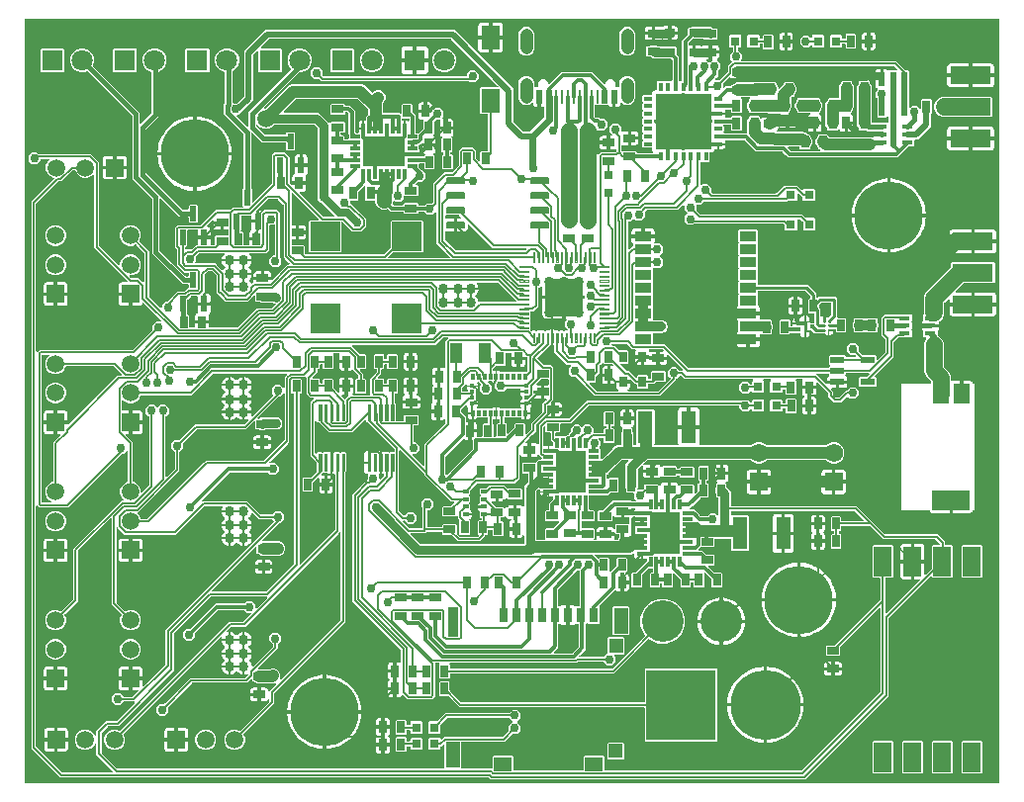
<source format=gbr>
G04 EAGLE Gerber RS-274X export*
G75*
%MOMM*%
%FSLAX34Y34*%
%LPD*%
%INTop Copper*%
%IPPOS*%
%AMOC8*
5,1,8,0,0,1.08239X$1,22.5*%
G01*
%ADD10R,1.508000X1.508000*%
%ADD11C,1.508000*%
%ADD12R,1.600000X2.000000*%
%ADD13R,2.500000X2.500000*%
%ADD14R,0.650000X1.000000*%
%ADD15R,1.300000X2.800000*%
%ADD16R,1.000000X0.650000*%
%ADD17C,0.858000*%
%ADD18R,3.200000X1.700000*%
%ADD19R,1.450000X1.700000*%
%ADD20R,0.800000X0.800000*%
%ADD21C,0.145000*%
%ADD22R,1.450000X0.850000*%
%ADD23R,0.500000X0.350000*%
%ADD24R,1.520000X2.540000*%
%ADD25R,0.950000X0.450000*%
%ADD26C,1.575000*%
%ADD27R,1.575000X1.575000*%
%ADD28R,1.800000X1.800000*%
%ADD29C,1.800000*%
%ADD30R,0.800000X1.240000*%
%ADD31R,0.950000X2.500000*%
%ADD32R,1.150000X2.200000*%
%ADD33R,1.160000X1.250000*%
%ADD34R,1.160000X1.200000*%
%ADD35R,1.500000X1.150000*%
%ADD36R,6.000000X6.000000*%
%ADD37C,6.000000*%
%ADD38R,0.250000X0.250000*%
%ADD39R,0.300000X0.850000*%
%ADD40R,0.850000X0.300000*%
%ADD41R,3.650000X2.650000*%
%ADD42R,2.650000X3.650000*%
%ADD43C,0.100000*%
%ADD44C,0.320000*%
%ADD45R,0.425000X0.325000*%
%ADD46R,0.250000X0.525000*%
%ADD47R,0.320000X0.760000*%
%ADD48R,0.760000X0.320000*%
%ADD49R,4.800000X4.800000*%
%ADD50R,1.200000X0.550000*%
%ADD51C,3.556000*%
%ADD52R,0.550000X1.200000*%
%ADD53R,0.300000X0.525000*%
%ADD54R,0.425000X0.300000*%
%ADD55R,0.558800X1.320800*%
%ADD56C,0.070000*%
%ADD57R,0.650000X0.900000*%
%ADD58R,0.900000X0.650000*%
%ADD59R,1.000000X1.800000*%
%ADD60R,3.500000X1.500000*%
%ADD61C,5.842000*%
%ADD62R,0.575000X1.150000*%
%ADD63R,0.275000X1.150000*%
%ADD64C,1.108000*%
%ADD65C,0.756400*%
%ADD66C,0.200000*%
%ADD67C,1.000000*%
%ADD68C,0.450000*%
%ADD69C,0.550000*%
%ADD70C,0.750000*%
%ADD71C,0.850000*%
%ADD72C,0.250000*%
%ADD73C,0.350000*%
%ADD74C,1.450000*%
%ADD75C,0.300000*%
%ADD76C,0.150000*%
%ADD77C,0.600000*%
%ADD78C,1.400000*%
%ADD79C,1.500000*%
%ADD80C,0.700000*%
%ADD81C,0.500000*%
%ADD82C,0.800000*%
%ADD83C,0.400000*%
%ADD84C,1.500000*%
%ADD85C,0.152400*%
%ADD86C,1.100000*%
%ADD87C,1.300000*%

G36*
X907004Y371275D02*
X907004Y371275D01*
X907029Y371272D01*
X907124Y371294D01*
X907221Y371310D01*
X907242Y371322D01*
X907266Y371328D01*
X907350Y371379D01*
X907436Y371425D01*
X907453Y371443D01*
X907474Y371456D01*
X907536Y371532D01*
X907603Y371603D01*
X907613Y371626D01*
X907629Y371645D01*
X907663Y371736D01*
X907704Y371826D01*
X907706Y371850D01*
X907715Y371873D01*
X907729Y372020D01*
X907729Y1024980D01*
X907725Y1025004D01*
X907728Y1025029D01*
X907706Y1025124D01*
X907690Y1025221D01*
X907678Y1025242D01*
X907672Y1025266D01*
X907621Y1025350D01*
X907575Y1025436D01*
X907557Y1025453D01*
X907544Y1025474D01*
X907468Y1025536D01*
X907397Y1025603D01*
X907374Y1025613D01*
X907355Y1025629D01*
X907264Y1025663D01*
X907174Y1025704D01*
X907150Y1025706D01*
X907127Y1025715D01*
X906980Y1025729D01*
X74020Y1025729D01*
X73996Y1025725D01*
X73971Y1025728D01*
X73876Y1025706D01*
X73779Y1025690D01*
X73758Y1025678D01*
X73734Y1025672D01*
X73650Y1025621D01*
X73564Y1025575D01*
X73547Y1025557D01*
X73526Y1025544D01*
X73464Y1025468D01*
X73397Y1025397D01*
X73387Y1025374D01*
X73371Y1025355D01*
X73337Y1025264D01*
X73296Y1025174D01*
X73294Y1025150D01*
X73285Y1025127D01*
X73271Y1024980D01*
X73271Y372020D01*
X73275Y371996D01*
X73272Y371971D01*
X73294Y371876D01*
X73310Y371779D01*
X73322Y371758D01*
X73328Y371734D01*
X73379Y371650D01*
X73425Y371564D01*
X73443Y371547D01*
X73456Y371526D01*
X73532Y371464D01*
X73603Y371397D01*
X73626Y371387D01*
X73645Y371371D01*
X73736Y371337D01*
X73826Y371296D01*
X73850Y371294D01*
X73873Y371285D01*
X74020Y371271D01*
X906980Y371271D01*
X907004Y371275D01*
G37*
%LPC*%
G36*
X472372Y374389D02*
X472372Y374389D01*
X471021Y375740D01*
X470942Y375797D01*
X470867Y375859D01*
X470843Y375867D01*
X470823Y375882D01*
X470730Y375910D01*
X470638Y375945D01*
X470605Y375948D01*
X470589Y375953D01*
X470565Y375952D01*
X470491Y375959D01*
X104183Y375959D01*
X79209Y400933D01*
X79209Y869067D01*
X98368Y888225D01*
X98396Y888265D01*
X98432Y888299D01*
X98467Y888364D01*
X98510Y888424D01*
X98524Y888471D01*
X98547Y888514D01*
X98559Y888587D01*
X98581Y888657D01*
X98579Y888706D01*
X98587Y888755D01*
X98575Y888827D01*
X98573Y888901D01*
X98555Y888947D01*
X98547Y888995D01*
X98513Y889060D01*
X98487Y889129D01*
X98456Y889167D01*
X98433Y889211D01*
X98379Y889261D01*
X98332Y889318D01*
X98291Y889344D01*
X98255Y889378D01*
X98126Y889447D01*
X98125Y889447D01*
X98124Y889447D01*
X95509Y890531D01*
X93031Y893009D01*
X91689Y896247D01*
X91689Y899753D01*
X93031Y902991D01*
X94300Y904260D01*
X94343Y904320D01*
X94393Y904374D01*
X94413Y904418D01*
X94442Y904459D01*
X94463Y904529D01*
X94494Y904596D01*
X94499Y904645D01*
X94513Y904692D01*
X94511Y904765D01*
X94518Y904839D01*
X94507Y904887D01*
X94505Y904936D01*
X94479Y905005D01*
X94463Y905076D01*
X94437Y905118D01*
X94419Y905164D01*
X94373Y905221D01*
X94334Y905284D01*
X94296Y905315D01*
X94265Y905353D01*
X94202Y905392D01*
X94145Y905439D01*
X94099Y905456D01*
X94057Y905482D01*
X93986Y905499D01*
X93917Y905525D01*
X93844Y905532D01*
X93820Y905538D01*
X93803Y905536D01*
X93770Y905539D01*
X87802Y905539D01*
X87778Y905535D01*
X87753Y905538D01*
X87658Y905516D01*
X87561Y905500D01*
X87540Y905488D01*
X87516Y905482D01*
X87432Y905431D01*
X87346Y905385D01*
X87329Y905367D01*
X87308Y905354D01*
X87246Y905278D01*
X87179Y905207D01*
X87169Y905184D01*
X87153Y905165D01*
X87119Y905074D01*
X87078Y904984D01*
X87076Y904960D01*
X87067Y904937D01*
X87053Y904790D01*
X87053Y903907D01*
X84093Y900947D01*
X79907Y900947D01*
X76947Y903907D01*
X76947Y908093D01*
X79907Y911053D01*
X84093Y911053D01*
X85345Y909800D01*
X85425Y909743D01*
X85500Y909681D01*
X85523Y909673D01*
X85544Y909658D01*
X85637Y909630D01*
X85728Y909595D01*
X85761Y909592D01*
X85777Y909587D01*
X85802Y909588D01*
X85875Y909581D01*
X130297Y909581D01*
X137081Y902797D01*
X137081Y831367D01*
X137097Y831271D01*
X137106Y831174D01*
X137116Y831151D01*
X137120Y831127D01*
X137166Y831041D01*
X137207Y830952D01*
X137228Y830926D01*
X137235Y830911D01*
X137254Y830894D01*
X137300Y830838D01*
X153910Y814228D01*
X153970Y814185D01*
X154024Y814135D01*
X154068Y814114D01*
X154109Y814085D01*
X154179Y814064D01*
X154246Y814034D01*
X154295Y814029D01*
X154342Y814015D01*
X154415Y814017D01*
X154489Y814010D01*
X154537Y814021D01*
X154586Y814022D01*
X154655Y814048D01*
X154726Y814065D01*
X154768Y814091D01*
X154814Y814108D01*
X154871Y814155D01*
X154934Y814194D01*
X154965Y814232D01*
X155003Y814263D01*
X155042Y814325D01*
X155089Y814382D01*
X155106Y814428D01*
X155132Y814470D01*
X155149Y814542D01*
X155175Y814610D01*
X155182Y814684D01*
X155188Y814708D01*
X155186Y814724D01*
X155189Y814757D01*
X155189Y816553D01*
X156531Y819791D01*
X159009Y822269D01*
X162247Y823611D01*
X165753Y823611D01*
X168991Y822269D01*
X171469Y819791D01*
X172811Y816553D01*
X172811Y813047D01*
X171469Y809809D01*
X168991Y807331D01*
X165753Y805989D01*
X163957Y805989D01*
X163885Y805977D01*
X163811Y805975D01*
X163765Y805958D01*
X163717Y805950D01*
X163652Y805915D01*
X163583Y805889D01*
X163545Y805858D01*
X163501Y805835D01*
X163451Y805781D01*
X163394Y805734D01*
X163368Y805692D01*
X163335Y805657D01*
X163304Y805590D01*
X163265Y805527D01*
X163254Y805479D01*
X163234Y805434D01*
X163226Y805361D01*
X163210Y805290D01*
X163215Y805241D01*
X163210Y805191D01*
X163226Y805120D01*
X163233Y805047D01*
X163254Y805002D01*
X163265Y804954D01*
X163304Y804891D01*
X163334Y804824D01*
X163380Y804768D01*
X163394Y804746D01*
X163407Y804736D01*
X163428Y804710D01*
X164538Y803600D01*
X164617Y803543D01*
X164692Y803481D01*
X164716Y803473D01*
X164736Y803458D01*
X164829Y803430D01*
X164920Y803395D01*
X164953Y803392D01*
X164969Y803387D01*
X164994Y803388D01*
X165067Y803381D01*
X171214Y803381D01*
X172617Y801978D01*
X172617Y801977D01*
X174700Y799894D01*
X174760Y799851D01*
X174814Y799801D01*
X174858Y799781D01*
X174899Y799752D01*
X174969Y799731D01*
X175036Y799700D01*
X175085Y799695D01*
X175132Y799681D01*
X175205Y799684D01*
X175279Y799676D01*
X175327Y799687D01*
X175376Y799689D01*
X175445Y799715D01*
X175516Y799732D01*
X175558Y799758D01*
X175604Y799775D01*
X175661Y799821D01*
X175724Y799860D01*
X175755Y799898D01*
X175793Y799930D01*
X175832Y799992D01*
X175879Y800049D01*
X175896Y800095D01*
X175922Y800137D01*
X175939Y800208D01*
X175965Y800277D01*
X175972Y800350D01*
X175978Y800374D01*
X175976Y800391D01*
X175979Y800424D01*
X175979Y824653D01*
X175963Y824749D01*
X175954Y824846D01*
X175944Y824869D01*
X175940Y824893D01*
X175894Y824980D01*
X175853Y825068D01*
X175832Y825094D01*
X175825Y825109D01*
X175806Y825126D01*
X175760Y825182D01*
X169077Y831866D01*
X168972Y831940D01*
X168954Y831954D01*
X168948Y831959D01*
X168946Y831959D01*
X168879Y832007D01*
X168879Y832008D01*
X168878Y832008D01*
X168768Y832041D01*
X168645Y832079D01*
X168520Y832075D01*
X168402Y832071D01*
X168401Y832071D01*
X168400Y832070D01*
X168260Y832028D01*
X165753Y830989D01*
X162247Y830989D01*
X159009Y832331D01*
X156531Y834809D01*
X155189Y838047D01*
X155189Y841553D01*
X156531Y844791D01*
X159009Y847269D01*
X162247Y848611D01*
X165753Y848611D01*
X168991Y847269D01*
X171469Y844791D01*
X172811Y841553D01*
X172811Y838047D01*
X171772Y835540D01*
X171744Y835420D01*
X171717Y835303D01*
X171717Y835302D01*
X171731Y835157D01*
X171740Y835060D01*
X171740Y835059D01*
X171806Y834915D01*
X171841Y834838D01*
X171841Y834837D01*
X171842Y834836D01*
X171934Y834723D01*
X178618Y828040D01*
X180021Y826637D01*
X180021Y787691D01*
X180037Y787594D01*
X180046Y787497D01*
X180056Y787475D01*
X180060Y787450D01*
X180106Y787364D01*
X180147Y787275D01*
X180168Y787249D01*
X180175Y787235D01*
X180194Y787218D01*
X180240Y787161D01*
X189668Y777733D01*
X189728Y777690D01*
X189782Y777640D01*
X189826Y777619D01*
X189867Y777591D01*
X189937Y777569D01*
X190004Y777539D01*
X190053Y777534D01*
X190100Y777520D01*
X190173Y777522D01*
X190247Y777515D01*
X190295Y777526D01*
X190344Y777528D01*
X190413Y777554D01*
X190484Y777570D01*
X190526Y777596D01*
X190572Y777614D01*
X190629Y777660D01*
X190692Y777699D01*
X190723Y777737D01*
X190761Y777768D01*
X190800Y777831D01*
X190847Y777887D01*
X190864Y777933D01*
X190890Y777975D01*
X190907Y778047D01*
X190933Y778116D01*
X190940Y778189D01*
X190946Y778213D01*
X190944Y778230D01*
X190947Y778263D01*
X190947Y780093D01*
X193907Y783053D01*
X195146Y783053D01*
X195242Y783069D01*
X195339Y783078D01*
X195362Y783088D01*
X195387Y783092D01*
X195473Y783138D01*
X195562Y783179D01*
X195587Y783200D01*
X195602Y783207D01*
X195619Y783226D01*
X195676Y783272D01*
X204288Y791885D01*
X209799Y791885D01*
X209896Y791901D01*
X209992Y791910D01*
X210015Y791920D01*
X210040Y791924D01*
X210126Y791970D01*
X210215Y792011D01*
X210240Y792032D01*
X210255Y792039D01*
X210272Y792058D01*
X210329Y792104D01*
X213016Y794791D01*
X213086Y794791D01*
X213110Y794795D01*
X213135Y794792D01*
X213230Y794814D01*
X213327Y794830D01*
X213348Y794842D01*
X213372Y794848D01*
X213456Y794899D01*
X213542Y794945D01*
X213559Y794963D01*
X213580Y794976D01*
X213642Y795052D01*
X213709Y795123D01*
X213719Y795146D01*
X213735Y795165D01*
X213769Y795256D01*
X213810Y795346D01*
X213812Y795370D01*
X213821Y795393D01*
X213835Y795540D01*
X213835Y797540D01*
X213831Y797564D01*
X213834Y797589D01*
X213812Y797684D01*
X213796Y797781D01*
X213784Y797802D01*
X213778Y797826D01*
X213727Y797910D01*
X213681Y797996D01*
X213663Y798013D01*
X213650Y798034D01*
X213574Y798096D01*
X213503Y798163D01*
X213480Y798173D01*
X213461Y798189D01*
X213370Y798223D01*
X213280Y798264D01*
X213256Y798266D01*
X213233Y798275D01*
X213086Y798289D01*
X208545Y798289D01*
X182421Y824413D01*
X182421Y871190D01*
X182405Y871286D01*
X182396Y871383D01*
X182386Y871406D01*
X182382Y871431D01*
X182336Y871517D01*
X182295Y871605D01*
X182274Y871631D01*
X182267Y871646D01*
X182248Y871663D01*
X182202Y871720D01*
X165459Y888462D01*
X165459Y942305D01*
X165443Y942401D01*
X165434Y942498D01*
X165424Y942521D01*
X165420Y942546D01*
X165374Y942632D01*
X165333Y942720D01*
X165312Y942746D01*
X165305Y942761D01*
X165286Y942778D01*
X165240Y942835D01*
X127644Y980430D01*
X127534Y980510D01*
X127446Y980572D01*
X127335Y980606D01*
X127213Y980643D01*
X127212Y980643D01*
X127088Y980639D01*
X126969Y980636D01*
X126969Y980635D01*
X126968Y980635D01*
X126828Y980593D01*
X124743Y979729D01*
X120657Y979729D01*
X116882Y981293D01*
X113993Y984182D01*
X112429Y987957D01*
X112429Y992043D01*
X113993Y995818D01*
X116882Y998707D01*
X120657Y1000271D01*
X124743Y1000271D01*
X128518Y998707D01*
X131407Y995818D01*
X132971Y992043D01*
X132971Y987957D01*
X132107Y985872D01*
X132076Y985740D01*
X132052Y985635D01*
X132068Y985474D01*
X132076Y985392D01*
X132129Y985273D01*
X132176Y985170D01*
X132177Y985169D01*
X132270Y985056D01*
X172001Y945325D01*
X172001Y936435D01*
X172013Y936363D01*
X172015Y936289D01*
X172032Y936243D01*
X172040Y936194D01*
X172075Y936130D01*
X172101Y936061D01*
X172132Y936023D01*
X172155Y935979D01*
X172209Y935929D01*
X172256Y935872D01*
X172297Y935846D01*
X172333Y935812D01*
X172400Y935782D01*
X172463Y935743D01*
X172511Y935732D01*
X172556Y935711D01*
X172629Y935704D01*
X172700Y935687D01*
X172749Y935692D01*
X172799Y935687D01*
X172870Y935704D01*
X172943Y935711D01*
X172988Y935731D01*
X173036Y935743D01*
X173099Y935781D01*
X173166Y935812D01*
X173222Y935858D01*
X173244Y935871D01*
X173254Y935884D01*
X173280Y935905D01*
X181510Y944135D01*
X181567Y944215D01*
X181629Y944290D01*
X181637Y944313D01*
X181652Y944334D01*
X181680Y944427D01*
X181715Y944518D01*
X181718Y944551D01*
X181723Y944567D01*
X181722Y944592D01*
X181729Y944665D01*
X181729Y979613D01*
X181710Y979731D01*
X181690Y979853D01*
X181690Y979854D01*
X181631Y979964D01*
X181575Y980068D01*
X181575Y980069D01*
X181491Y980147D01*
X181397Y980235D01*
X181397Y980236D01*
X181396Y980236D01*
X181267Y980305D01*
X178882Y981293D01*
X175993Y984182D01*
X174429Y987957D01*
X174429Y992043D01*
X175993Y995818D01*
X178882Y998707D01*
X182657Y1000271D01*
X186743Y1000271D01*
X190518Y998707D01*
X193407Y995818D01*
X194971Y992043D01*
X194971Y987957D01*
X193407Y984182D01*
X190518Y981293D01*
X188734Y980554D01*
X188733Y980554D01*
X188645Y980499D01*
X188526Y980425D01*
X188446Y980327D01*
X188371Y980237D01*
X188371Y980236D01*
X188321Y980102D01*
X188285Y980008D01*
X188285Y980007D01*
X188271Y979861D01*
X188271Y941645D01*
X177490Y930865D01*
X177433Y930785D01*
X177371Y930710D01*
X177363Y930687D01*
X177348Y930666D01*
X177320Y930573D01*
X177285Y930482D01*
X177282Y930449D01*
X177277Y930433D01*
X177278Y930408D01*
X177271Y930335D01*
X177271Y893665D01*
X177287Y893569D01*
X177296Y893472D01*
X177306Y893449D01*
X177310Y893424D01*
X177356Y893338D01*
X177397Y893250D01*
X177418Y893224D01*
X177425Y893209D01*
X177444Y893192D01*
X177490Y893135D01*
X208135Y862490D01*
X208215Y862433D01*
X208290Y862371D01*
X208313Y862363D01*
X208334Y862348D01*
X208427Y862320D01*
X208518Y862285D01*
X208551Y862282D01*
X208567Y862277D01*
X208592Y862278D01*
X208665Y862271D01*
X213086Y862271D01*
X213110Y862275D01*
X213135Y862272D01*
X213230Y862294D01*
X213327Y862310D01*
X213348Y862322D01*
X213372Y862328D01*
X213456Y862379D01*
X213542Y862425D01*
X213559Y862443D01*
X213580Y862456D01*
X213642Y862532D01*
X213709Y862603D01*
X213719Y862626D01*
X213735Y862645D01*
X213769Y862736D01*
X213810Y862826D01*
X213812Y862850D01*
X213821Y862873D01*
X213835Y863020D01*
X213835Y865690D01*
X214580Y866435D01*
X221220Y866435D01*
X221965Y865690D01*
X221965Y851430D01*
X221220Y850685D01*
X214580Y850685D01*
X213835Y851430D01*
X213835Y854980D01*
X213831Y855004D01*
X213834Y855029D01*
X213812Y855124D01*
X213796Y855221D01*
X213784Y855242D01*
X213778Y855266D01*
X213727Y855350D01*
X213681Y855436D01*
X213663Y855453D01*
X213650Y855474D01*
X213574Y855536D01*
X213503Y855603D01*
X213480Y855613D01*
X213461Y855629D01*
X213370Y855663D01*
X213280Y855704D01*
X213256Y855706D01*
X213233Y855715D01*
X213086Y855729D01*
X205645Y855729D01*
X190242Y871133D01*
X190182Y871176D01*
X190128Y871226D01*
X190084Y871246D01*
X190043Y871275D01*
X189973Y871296D01*
X189906Y871327D01*
X189857Y871331D01*
X189810Y871346D01*
X189737Y871343D01*
X189663Y871351D01*
X189615Y871339D01*
X189566Y871338D01*
X189497Y871312D01*
X189426Y871295D01*
X189384Y871269D01*
X189338Y871252D01*
X189281Y871205D01*
X189218Y871167D01*
X189187Y871129D01*
X189149Y871097D01*
X189110Y871035D01*
X189063Y870978D01*
X189046Y870932D01*
X189020Y870890D01*
X189003Y870819D01*
X188977Y870750D01*
X188970Y870677D01*
X188964Y870653D01*
X188966Y870636D01*
X188963Y870603D01*
X188963Y827433D01*
X188979Y827337D01*
X188988Y827240D01*
X188998Y827217D01*
X189002Y827192D01*
X189048Y827106D01*
X189089Y827018D01*
X189110Y826992D01*
X189117Y826977D01*
X189136Y826960D01*
X189182Y826903D01*
X211035Y805050D01*
X211115Y804993D01*
X211190Y804931D01*
X211213Y804923D01*
X211234Y804908D01*
X211327Y804880D01*
X211418Y804845D01*
X211451Y804842D01*
X211467Y804837D01*
X211492Y804838D01*
X211565Y804831D01*
X213086Y804831D01*
X213110Y804835D01*
X213135Y804832D01*
X213230Y804854D01*
X213327Y804870D01*
X213348Y804882D01*
X213372Y804888D01*
X213456Y804939D01*
X213542Y804985D01*
X213559Y805003D01*
X213580Y805016D01*
X213642Y805092D01*
X213709Y805163D01*
X213719Y805186D01*
X213735Y805205D01*
X213769Y805296D01*
X213810Y805386D01*
X213812Y805410D01*
X213821Y805433D01*
X213835Y805580D01*
X213835Y807414D01*
X213831Y807438D01*
X213834Y807463D01*
X213812Y807558D01*
X213796Y807655D01*
X213784Y807676D01*
X213778Y807700D01*
X213727Y807784D01*
X213681Y807870D01*
X213663Y807887D01*
X213650Y807908D01*
X213574Y807970D01*
X213503Y808037D01*
X213480Y808047D01*
X213461Y808063D01*
X213370Y808097D01*
X213280Y808138D01*
X213256Y808140D01*
X213233Y808149D01*
X213086Y808163D01*
X210207Y808163D01*
X203965Y814405D01*
X203965Y827608D01*
X203949Y827704D01*
X203940Y827801D01*
X203930Y827824D01*
X203926Y827849D01*
X203880Y827935D01*
X203839Y828024D01*
X203818Y828049D01*
X203811Y828064D01*
X203792Y828081D01*
X203746Y828138D01*
X201921Y829962D01*
X201921Y846518D01*
X204288Y848885D01*
X223960Y848885D01*
X224056Y848901D01*
X224153Y848910D01*
X224176Y848920D01*
X224201Y848924D01*
X224287Y848970D01*
X224376Y849011D01*
X224401Y849032D01*
X224416Y849039D01*
X224433Y849058D01*
X224490Y849104D01*
X237087Y861701D01*
X248795Y861701D01*
X248891Y861717D01*
X248988Y861727D01*
X249011Y861737D01*
X249035Y861741D01*
X249122Y861787D01*
X249210Y861827D01*
X249236Y861848D01*
X249251Y861856D01*
X249268Y861874D01*
X249324Y861921D01*
X251194Y863791D01*
X259665Y863791D01*
X259738Y863803D01*
X259811Y863805D01*
X259857Y863822D01*
X259906Y863830D01*
X259971Y863865D01*
X260040Y863891D01*
X260078Y863922D01*
X260121Y863945D01*
X260172Y863999D01*
X260228Y864046D01*
X260254Y864088D01*
X260288Y864123D01*
X260319Y864190D01*
X260357Y864253D01*
X260369Y864301D01*
X260389Y864346D01*
X260396Y864419D01*
X260413Y864490D01*
X260408Y864539D01*
X260413Y864589D01*
X260396Y864660D01*
X260389Y864733D01*
X260369Y864778D01*
X260358Y864826D01*
X260319Y864889D01*
X260289Y864956D01*
X260242Y865012D01*
X260229Y865034D01*
X260216Y865044D01*
X260195Y865070D01*
X259835Y865430D01*
X259835Y879690D01*
X260410Y880265D01*
X260460Y880334D01*
X260469Y880344D01*
X260472Y880350D01*
X260529Y880419D01*
X260537Y880443D01*
X260552Y880463D01*
X260580Y880557D01*
X260615Y880648D01*
X260618Y880681D01*
X260623Y880697D01*
X260622Y880722D01*
X260629Y880795D01*
X260629Y926462D01*
X260623Y926499D01*
X260625Y926514D01*
X260613Y926564D01*
X260604Y926655D01*
X260594Y926678D01*
X260590Y926703D01*
X260574Y926732D01*
X260569Y926751D01*
X260537Y926803D01*
X260503Y926877D01*
X260482Y926903D01*
X260475Y926918D01*
X260456Y926935D01*
X260452Y926940D01*
X260441Y926959D01*
X260429Y926968D01*
X260410Y926992D01*
X243677Y943724D01*
X243677Y952276D01*
X244510Y953108D01*
X244567Y953188D01*
X244629Y953263D01*
X244637Y953286D01*
X244652Y953307D01*
X244680Y953400D01*
X244715Y953491D01*
X244718Y953524D01*
X244723Y953540D01*
X244722Y953565D01*
X244729Y953638D01*
X244729Y979199D01*
X244710Y979313D01*
X244690Y979439D01*
X244636Y979540D01*
X244575Y979654D01*
X244575Y979655D01*
X244491Y979733D01*
X244397Y979821D01*
X244397Y979822D01*
X244396Y979822D01*
X244267Y979891D01*
X240882Y981293D01*
X237993Y984182D01*
X236429Y987957D01*
X236429Y992043D01*
X237993Y995818D01*
X240882Y998707D01*
X244657Y1000271D01*
X248743Y1000271D01*
X252518Y998707D01*
X255407Y995818D01*
X256971Y992043D01*
X256971Y987957D01*
X255407Y984182D01*
X252518Y981293D01*
X251734Y980968D01*
X251733Y980968D01*
X251642Y980911D01*
X251526Y980839D01*
X251438Y980732D01*
X251371Y980651D01*
X251371Y980650D01*
X251319Y980512D01*
X251285Y980423D01*
X251285Y980422D01*
X251285Y980421D01*
X251271Y980276D01*
X251271Y953802D01*
X251275Y953778D01*
X251272Y953753D01*
X251294Y953658D01*
X251310Y953561D01*
X251322Y953540D01*
X251328Y953516D01*
X251379Y953432D01*
X251425Y953346D01*
X251443Y953329D01*
X251456Y953308D01*
X251532Y953246D01*
X251603Y953179D01*
X251626Y953169D01*
X251645Y953153D01*
X251736Y953119D01*
X251826Y953078D01*
X251850Y953076D01*
X251873Y953067D01*
X252020Y953053D01*
X255410Y953053D01*
X255506Y953069D01*
X255603Y953078D01*
X255626Y953088D01*
X255651Y953092D01*
X255737Y953138D01*
X255825Y953179D01*
X255851Y953200D01*
X255866Y953207D01*
X255883Y953226D01*
X255940Y953272D01*
X261010Y958342D01*
X261067Y958422D01*
X261129Y958497D01*
X261137Y958520D01*
X261152Y958541D01*
X261180Y958634D01*
X261215Y958725D01*
X261218Y958758D01*
X261223Y958774D01*
X261222Y958799D01*
X261229Y958872D01*
X261229Y997562D01*
X279438Y1015771D01*
X441562Y1015771D01*
X491771Y965562D01*
X491771Y937872D01*
X491787Y937776D01*
X491796Y937679D01*
X491806Y937656D01*
X491810Y937631D01*
X491856Y937545D01*
X491897Y937457D01*
X491918Y937431D01*
X491925Y937416D01*
X491944Y937399D01*
X491990Y937342D01*
X500342Y928990D01*
X500422Y928933D01*
X500497Y928871D01*
X500520Y928863D01*
X500541Y928848D01*
X500634Y928820D01*
X500725Y928785D01*
X500758Y928782D01*
X500774Y928777D01*
X500799Y928778D01*
X500872Y928771D01*
X505421Y928771D01*
X505517Y928787D01*
X505614Y928796D01*
X505637Y928806D01*
X505661Y928810D01*
X505748Y928856D01*
X505836Y928897D01*
X505862Y928918D01*
X505877Y928925D01*
X505894Y928944D01*
X505950Y928990D01*
X517510Y940550D01*
X517567Y940629D01*
X517629Y940704D01*
X517637Y940728D01*
X517652Y940748D01*
X517680Y940841D01*
X517715Y940932D01*
X517718Y940965D01*
X517723Y940981D01*
X517722Y941006D01*
X517729Y941079D01*
X517729Y949510D01*
X517725Y949534D01*
X517728Y949559D01*
X517706Y949654D01*
X517690Y949751D01*
X517678Y949772D01*
X517672Y949796D01*
X517621Y949880D01*
X517575Y949966D01*
X517557Y949983D01*
X517544Y950004D01*
X517468Y950066D01*
X517397Y950133D01*
X517374Y950143D01*
X517355Y950159D01*
X517264Y950193D01*
X517174Y950234D01*
X517150Y950236D01*
X517127Y950245D01*
X516980Y950259D01*
X515437Y950259D01*
X515437Y957862D01*
X515433Y957886D01*
X515435Y957911D01*
X515413Y958006D01*
X515397Y958103D01*
X515385Y958125D01*
X515380Y958149D01*
X515328Y958232D01*
X515282Y958318D01*
X515264Y958335D01*
X515251Y958356D01*
X515176Y958418D01*
X515104Y958485D01*
X515082Y958495D01*
X515063Y958511D01*
X514971Y958545D01*
X514882Y958586D01*
X514857Y958588D01*
X514834Y958597D01*
X514688Y958612D01*
X513312Y958612D01*
X513288Y958608D01*
X513264Y958610D01*
X513168Y958588D01*
X513072Y958572D01*
X513050Y958560D01*
X513026Y958555D01*
X512943Y958503D01*
X512856Y958457D01*
X512840Y958439D01*
X512819Y958426D01*
X512757Y958350D01*
X512690Y958279D01*
X512680Y958256D01*
X512664Y958238D01*
X512629Y958146D01*
X512589Y958057D01*
X512586Y958032D01*
X512578Y958009D01*
X512563Y957862D01*
X512563Y950259D01*
X510791Y950259D01*
X510144Y950432D01*
X509565Y950767D01*
X509092Y951240D01*
X508757Y951819D01*
X508584Y952466D01*
X508584Y953104D01*
X508572Y953176D01*
X508570Y953250D01*
X508553Y953296D01*
X508545Y953344D01*
X508510Y953409D01*
X508484Y953478D01*
X508453Y953516D01*
X508430Y953560D01*
X508376Y953610D01*
X508329Y953667D01*
X508287Y953693D01*
X508252Y953726D01*
X508185Y953757D01*
X508122Y953796D01*
X508074Y953807D01*
X508029Y953827D01*
X507956Y953834D01*
X507885Y953851D01*
X507836Y953846D01*
X507786Y953851D01*
X507715Y953835D01*
X507642Y953828D01*
X507597Y953807D01*
X507549Y953796D01*
X507486Y953757D01*
X507419Y953727D01*
X507363Y953681D01*
X507341Y953667D01*
X507331Y953654D01*
X507305Y953633D01*
X506658Y952986D01*
X504155Y951949D01*
X501445Y951949D01*
X498942Y952986D01*
X497026Y954902D01*
X495989Y957405D01*
X495989Y971195D01*
X497026Y973698D01*
X498942Y975614D01*
X501445Y976651D01*
X504155Y976651D01*
X506658Y975614D01*
X508574Y973698D01*
X509611Y971195D01*
X509611Y967501D01*
X509638Y967334D01*
X509650Y967261D01*
X509650Y967260D01*
X509718Y967134D01*
X509765Y967045D01*
X509857Y966959D01*
X509943Y966878D01*
X510076Y966818D01*
X510165Y966778D01*
X510166Y966778D01*
X510166Y966777D01*
X510323Y966762D01*
X510408Y966753D01*
X510409Y966753D01*
X510409Y966754D01*
X510554Y966777D01*
X510791Y966841D01*
X511830Y966841D01*
X511854Y966845D01*
X511879Y966842D01*
X511974Y966864D01*
X512071Y966880D01*
X512092Y966892D01*
X512116Y966898D01*
X512200Y966949D01*
X512286Y966995D01*
X512303Y967013D01*
X512324Y967026D01*
X512386Y967102D01*
X512453Y967173D01*
X512463Y967196D01*
X512479Y967215D01*
X512513Y967306D01*
X512554Y967396D01*
X512556Y967420D01*
X512565Y967443D01*
X512579Y967590D01*
X512579Y971173D01*
X515227Y973821D01*
X518973Y973821D01*
X521621Y971173D01*
X521621Y970348D01*
X521633Y970275D01*
X521635Y970202D01*
X521652Y970156D01*
X521660Y970107D01*
X521695Y970042D01*
X521721Y969974D01*
X521752Y969936D01*
X521775Y969892D01*
X521829Y969842D01*
X521876Y969785D01*
X521917Y969759D01*
X521953Y969725D01*
X522020Y969695D01*
X522083Y969656D01*
X522131Y969645D01*
X522176Y969624D01*
X522249Y969617D01*
X522320Y969600D01*
X522369Y969605D01*
X522419Y969600D01*
X522490Y969617D01*
X522563Y969624D01*
X522608Y969644D01*
X522656Y969656D01*
X522719Y969694D01*
X522786Y969725D01*
X522842Y969771D01*
X522864Y969784D01*
X522874Y969797D01*
X522900Y969818D01*
X531010Y977928D01*
X532852Y979771D01*
X559148Y979771D01*
X560990Y977928D01*
X569100Y969818D01*
X569160Y969775D01*
X569214Y969725D01*
X569258Y969705D01*
X569299Y969676D01*
X569369Y969655D01*
X569436Y969624D01*
X569485Y969619D01*
X569532Y969605D01*
X569605Y969608D01*
X569679Y969600D01*
X569727Y969611D01*
X569776Y969613D01*
X569845Y969639D01*
X569916Y969656D01*
X569958Y969682D01*
X570004Y969699D01*
X570061Y969745D01*
X570124Y969784D01*
X570155Y969822D01*
X570193Y969854D01*
X570232Y969916D01*
X570279Y969973D01*
X570296Y970019D01*
X570322Y970061D01*
X570339Y970132D01*
X570365Y970201D01*
X570372Y970274D01*
X570378Y970298D01*
X570376Y970315D01*
X570379Y970348D01*
X570379Y971173D01*
X573027Y973821D01*
X576773Y973821D01*
X579421Y971173D01*
X579421Y967590D01*
X579425Y967566D01*
X579422Y967541D01*
X579444Y967446D01*
X579460Y967349D01*
X579472Y967328D01*
X579478Y967304D01*
X579529Y967220D01*
X579575Y967134D01*
X579593Y967117D01*
X579606Y967096D01*
X579682Y967034D01*
X579753Y966967D01*
X579776Y966957D01*
X579795Y966941D01*
X579886Y966907D01*
X579976Y966866D01*
X580000Y966864D01*
X580023Y966855D01*
X580170Y966841D01*
X581209Y966841D01*
X581446Y966777D01*
X581562Y966766D01*
X581689Y966753D01*
X581776Y966774D01*
X581926Y966809D01*
X581927Y966809D01*
X581966Y966833D01*
X582134Y966937D01*
X582134Y966938D01*
X582206Y967025D01*
X582289Y967126D01*
X582331Y967238D01*
X582375Y967354D01*
X582375Y967355D01*
X582389Y967501D01*
X582389Y971195D01*
X583426Y973698D01*
X585342Y975614D01*
X587845Y976651D01*
X590555Y976651D01*
X593058Y975614D01*
X594974Y973698D01*
X596011Y971195D01*
X596011Y957405D01*
X594974Y954902D01*
X593058Y952986D01*
X590555Y951949D01*
X587845Y951949D01*
X585342Y952986D01*
X584695Y953633D01*
X584635Y953676D01*
X584581Y953726D01*
X584537Y953747D01*
X584496Y953776D01*
X584426Y953797D01*
X584359Y953827D01*
X584310Y953832D01*
X584263Y953846D01*
X584190Y953844D01*
X584116Y953851D01*
X584068Y953840D01*
X584019Y953839D01*
X583950Y953813D01*
X583879Y953796D01*
X583837Y953770D01*
X583791Y953753D01*
X583734Y953706D01*
X583671Y953667D01*
X583640Y953629D01*
X583602Y953598D01*
X583563Y953536D01*
X583516Y953479D01*
X583499Y953433D01*
X583473Y953391D01*
X583456Y953319D01*
X583430Y953251D01*
X583423Y953177D01*
X583417Y953153D01*
X583419Y953137D01*
X583416Y953104D01*
X583416Y952466D01*
X583243Y951819D01*
X582908Y951240D01*
X582435Y950767D01*
X581856Y950432D01*
X581209Y950259D01*
X579437Y950259D01*
X579437Y957862D01*
X579433Y957886D01*
X579435Y957911D01*
X579413Y958006D01*
X579397Y958103D01*
X579385Y958125D01*
X579380Y958149D01*
X579328Y958232D01*
X579282Y958318D01*
X579264Y958335D01*
X579251Y958356D01*
X579176Y958418D01*
X579104Y958485D01*
X579082Y958495D01*
X579063Y958511D01*
X578971Y958545D01*
X578882Y958586D01*
X578857Y958588D01*
X578834Y958597D01*
X578688Y958612D01*
X577312Y958612D01*
X577288Y958608D01*
X577264Y958610D01*
X577168Y958588D01*
X577072Y958572D01*
X577050Y958560D01*
X577026Y958555D01*
X576943Y958503D01*
X576856Y958457D01*
X576840Y958439D01*
X576819Y958426D01*
X576757Y958350D01*
X576690Y958279D01*
X576680Y958256D01*
X576664Y958238D01*
X576629Y958146D01*
X576589Y958057D01*
X576586Y958032D01*
X576578Y958009D01*
X576563Y957862D01*
X576563Y950259D01*
X574791Y950259D01*
X574144Y950432D01*
X573565Y950767D01*
X573022Y951310D01*
X573020Y951311D01*
X573019Y951313D01*
X572941Y951368D01*
X572868Y951429D01*
X572844Y951437D01*
X572824Y951452D01*
X572822Y951452D01*
X572820Y951454D01*
X572728Y951481D01*
X572639Y951515D01*
X572606Y951518D01*
X572590Y951523D01*
X572589Y951523D01*
X572586Y951523D01*
X572561Y951522D01*
X572492Y951529D01*
X566599Y951529D01*
X566530Y951598D01*
X566510Y951612D01*
X566494Y951631D01*
X566411Y951683D01*
X566332Y951740D01*
X566308Y951747D01*
X566287Y951760D01*
X566192Y951783D01*
X566098Y951811D01*
X566074Y951810D01*
X566050Y951816D01*
X565952Y951806D01*
X565854Y951803D01*
X565831Y951795D01*
X565807Y951792D01*
X565717Y951752D01*
X565626Y951717D01*
X565607Y951702D01*
X565584Y951692D01*
X565470Y951598D01*
X565401Y951529D01*
X562020Y951529D01*
X561996Y951525D01*
X561971Y951528D01*
X561876Y951506D01*
X561779Y951490D01*
X561758Y951478D01*
X561734Y951472D01*
X561650Y951421D01*
X561564Y951375D01*
X561547Y951357D01*
X561526Y951344D01*
X561464Y951268D01*
X561397Y951197D01*
X561387Y951174D01*
X561371Y951155D01*
X561337Y951064D01*
X561296Y950974D01*
X561294Y950950D01*
X561285Y950927D01*
X561271Y950780D01*
X561271Y941941D01*
X561287Y941844D01*
X561296Y941747D01*
X561306Y941725D01*
X561310Y941700D01*
X561356Y941614D01*
X561397Y941525D01*
X561418Y941499D01*
X561425Y941485D01*
X561444Y941468D01*
X561490Y941411D01*
X561881Y941020D01*
X561960Y940963D01*
X562035Y940901D01*
X562059Y940893D01*
X562079Y940878D01*
X562173Y940850D01*
X562264Y940815D01*
X562297Y940812D01*
X562313Y940807D01*
X562338Y940808D01*
X562411Y940801D01*
X565118Y940801D01*
X565646Y940272D01*
X565726Y940215D01*
X565801Y940153D01*
X565824Y940145D01*
X565845Y940130D01*
X565938Y940102D01*
X566029Y940067D01*
X566062Y940064D01*
X566078Y940059D01*
X566103Y940060D01*
X566176Y940053D01*
X569093Y940053D01*
X572053Y937093D01*
X572053Y932907D01*
X569093Y929947D01*
X564907Y929947D01*
X564550Y930305D01*
X564490Y930347D01*
X564436Y930398D01*
X564392Y930418D01*
X564351Y930447D01*
X564281Y930468D01*
X564214Y930498D01*
X564165Y930503D01*
X564118Y930518D01*
X564045Y930515D01*
X563971Y930522D01*
X563923Y930511D01*
X563874Y930510D01*
X563805Y930484D01*
X563734Y930467D01*
X563692Y930441D01*
X563646Y930424D01*
X563589Y930377D01*
X563526Y930339D01*
X563495Y930300D01*
X563457Y930269D01*
X563418Y930207D01*
X563371Y930150D01*
X563354Y930104D01*
X563328Y930062D01*
X563311Y929990D01*
X563285Y929922D01*
X563278Y929849D01*
X563272Y929824D01*
X563274Y929808D01*
X563271Y929775D01*
X563271Y928355D01*
X563228Y928251D01*
X563216Y928201D01*
X563196Y928158D01*
X563194Y928135D01*
X563185Y928111D01*
X563178Y928038D01*
X563172Y928014D01*
X563174Y927997D01*
X563171Y927964D01*
X563171Y909894D01*
X563183Y909821D01*
X563185Y909748D01*
X563202Y909702D01*
X563210Y909653D01*
X563245Y909588D01*
X563271Y909520D01*
X563302Y909482D01*
X563325Y909438D01*
X563379Y909388D01*
X563426Y909331D01*
X563468Y909305D01*
X563503Y909271D01*
X563570Y909241D01*
X563633Y909202D01*
X563681Y909191D01*
X563726Y909170D01*
X563799Y909163D01*
X563870Y909146D01*
X563919Y909151D01*
X563969Y909146D01*
X564040Y909163D01*
X564113Y909170D01*
X564158Y909190D01*
X564206Y909202D01*
X564269Y909240D01*
X564336Y909271D01*
X564392Y909317D01*
X564414Y909330D01*
X564424Y909343D01*
X564450Y909364D01*
X565362Y910277D01*
X566326Y911241D01*
X579073Y911241D01*
X579169Y911257D01*
X579266Y911266D01*
X579289Y911276D01*
X579313Y911280D01*
X579400Y911326D01*
X579488Y911367D01*
X579514Y911388D01*
X579529Y911395D01*
X579546Y911414D01*
X579602Y911460D01*
X579760Y911617D01*
X579817Y911697D01*
X579879Y911772D01*
X579887Y911795D01*
X579902Y911816D01*
X579930Y911909D01*
X579965Y912000D01*
X579968Y912033D01*
X579973Y912049D01*
X579972Y912074D01*
X579979Y912147D01*
X579979Y913124D01*
X579959Y913244D01*
X579940Y913364D01*
X579878Y913479D01*
X579825Y913579D01*
X579825Y913580D01*
X579755Y913645D01*
X579647Y913746D01*
X579567Y913782D01*
X579425Y913847D01*
X579424Y913847D01*
X579262Y913863D01*
X579182Y913871D01*
X579181Y913871D01*
X579036Y913847D01*
X578334Y913659D01*
X574499Y913659D01*
X574499Y918700D01*
X574495Y918724D01*
X574498Y918748D01*
X574475Y918844D01*
X574459Y918941D01*
X574448Y918962D01*
X574442Y918986D01*
X574391Y919069D01*
X574344Y919156D01*
X574327Y919173D01*
X574314Y919193D01*
X574238Y919256D01*
X574166Y919323D01*
X574144Y919333D01*
X574125Y919348D01*
X574034Y919383D01*
X573944Y919424D01*
X573920Y919426D01*
X573897Y919435D01*
X573750Y919449D01*
X572999Y919449D01*
X572999Y919451D01*
X573750Y919451D01*
X573774Y919455D01*
X573798Y919452D01*
X573894Y919475D01*
X573991Y919491D01*
X574012Y919502D01*
X574036Y919508D01*
X574119Y919559D01*
X574206Y919606D01*
X574223Y919623D01*
X574243Y919636D01*
X574306Y919712D01*
X574373Y919784D01*
X574383Y919806D01*
X574398Y919825D01*
X574433Y919916D01*
X574474Y920006D01*
X574476Y920030D01*
X574485Y920053D01*
X574499Y920200D01*
X574499Y925241D01*
X575805Y925241D01*
X575877Y925253D01*
X575951Y925255D01*
X575997Y925272D01*
X576046Y925280D01*
X576110Y925315D01*
X576179Y925341D01*
X576217Y925372D01*
X576261Y925395D01*
X576311Y925449D01*
X576368Y925496D01*
X576394Y925538D01*
X576428Y925573D01*
X576458Y925640D01*
X576497Y925703D01*
X576508Y925751D01*
X576528Y925796D01*
X576536Y925869D01*
X576552Y925940D01*
X576548Y925989D01*
X576552Y926039D01*
X576536Y926110D01*
X576529Y926183D01*
X576508Y926228D01*
X576497Y926276D01*
X576458Y926339D01*
X576428Y926406D01*
X576382Y926462D01*
X576369Y926484D01*
X576356Y926494D01*
X576335Y926520D01*
X573947Y928907D01*
X573947Y933093D01*
X576907Y936053D01*
X581093Y936053D01*
X584053Y933093D01*
X584053Y929492D01*
X584069Y929395D01*
X584078Y929298D01*
X584088Y929276D01*
X584092Y929251D01*
X584139Y929165D01*
X584179Y929076D01*
X584196Y929058D01*
X584207Y929036D01*
X584279Y928969D01*
X584346Y928898D01*
X584367Y928886D01*
X584385Y928869D01*
X584474Y928829D01*
X584561Y928782D01*
X584585Y928778D01*
X584608Y928768D01*
X584705Y928758D01*
X584801Y928743D01*
X584826Y928747D01*
X584851Y928744D01*
X584946Y928766D01*
X585042Y928782D01*
X585072Y928796D01*
X585088Y928799D01*
X585109Y928813D01*
X585177Y928843D01*
X585219Y928868D01*
X585866Y929041D01*
X589701Y929041D01*
X589701Y924000D01*
X589705Y923976D01*
X589702Y923952D01*
X589725Y923856D01*
X589741Y923759D01*
X589752Y923738D01*
X589758Y923714D01*
X589809Y923631D01*
X589856Y923544D01*
X589873Y923527D01*
X589886Y923507D01*
X589962Y923444D01*
X590034Y923377D01*
X590056Y923367D01*
X590075Y923352D01*
X590166Y923317D01*
X590256Y923276D01*
X590280Y923274D01*
X590303Y923265D01*
X590450Y923251D01*
X591201Y923251D01*
X591201Y923249D01*
X590450Y923249D01*
X590426Y923245D01*
X590402Y923248D01*
X590306Y923225D01*
X590209Y923209D01*
X590188Y923198D01*
X590164Y923192D01*
X590080Y923141D01*
X589994Y923094D01*
X589977Y923077D01*
X589957Y923064D01*
X589894Y922988D01*
X589827Y922916D01*
X589817Y922894D01*
X589802Y922875D01*
X589767Y922784D01*
X589726Y922694D01*
X589724Y922670D01*
X589715Y922647D01*
X589701Y922500D01*
X589701Y917459D01*
X585866Y917459D01*
X585219Y917632D01*
X585145Y917676D01*
X585053Y917710D01*
X584964Y917750D01*
X584940Y917753D01*
X584916Y917762D01*
X584819Y917765D01*
X584721Y917774D01*
X584697Y917769D01*
X584672Y917770D01*
X584579Y917741D01*
X584484Y917719D01*
X584463Y917706D01*
X584439Y917699D01*
X584360Y917642D01*
X584276Y917590D01*
X584261Y917571D01*
X584240Y917557D01*
X584183Y917477D01*
X584121Y917402D01*
X584113Y917379D01*
X584098Y917359D01*
X584070Y917265D01*
X584035Y917174D01*
X584032Y917141D01*
X584027Y917125D01*
X584028Y917100D01*
X584021Y917027D01*
X584021Y912427D01*
X584033Y912354D01*
X584035Y912281D01*
X584052Y912235D01*
X584060Y912186D01*
X584095Y912121D01*
X584121Y912052D01*
X584152Y912014D01*
X584175Y911971D01*
X584229Y911920D01*
X584276Y911864D01*
X584318Y911838D01*
X584353Y911804D01*
X584420Y911773D01*
X584483Y911735D01*
X584531Y911723D01*
X584576Y911703D01*
X584649Y911696D01*
X584720Y911679D01*
X584769Y911684D01*
X584819Y911679D01*
X584890Y911696D01*
X584963Y911703D01*
X585008Y911723D01*
X585056Y911734D01*
X585119Y911773D01*
X585186Y911803D01*
X585242Y911850D01*
X585264Y911863D01*
X585274Y911876D01*
X585300Y911897D01*
X585674Y912271D01*
X596726Y912271D01*
X597471Y911526D01*
X597471Y911420D01*
X597475Y911396D01*
X597472Y911371D01*
X597494Y911276D01*
X597510Y911179D01*
X597522Y911158D01*
X597528Y911134D01*
X597579Y911050D01*
X597625Y910964D01*
X597643Y910947D01*
X597656Y910926D01*
X597732Y910864D01*
X597803Y910797D01*
X597826Y910787D01*
X597845Y910771D01*
X597936Y910737D01*
X598026Y910696D01*
X598050Y910694D01*
X598073Y910685D01*
X598220Y910671D01*
X610627Y910671D01*
X610700Y910683D01*
X610773Y910685D01*
X610819Y910702D01*
X610868Y910710D01*
X610933Y910745D01*
X611002Y910771D01*
X611040Y910802D01*
X611083Y910825D01*
X611133Y910879D01*
X611190Y910926D01*
X611216Y910968D01*
X611250Y911003D01*
X611280Y911070D01*
X611319Y911133D01*
X611331Y911181D01*
X611351Y911226D01*
X611358Y911299D01*
X611375Y911370D01*
X611370Y911419D01*
X611375Y911469D01*
X611358Y911540D01*
X611351Y911613D01*
X611331Y911658D01*
X611320Y911706D01*
X611281Y911769D01*
X611251Y911836D01*
X611204Y911892D01*
X611191Y911914D01*
X611178Y911924D01*
X611157Y911950D01*
X611067Y912040D01*
X610732Y912619D01*
X610559Y913266D01*
X610559Y914480D01*
X610555Y914503D01*
X610558Y914526D01*
X610557Y914526D01*
X610558Y914529D01*
X610536Y914624D01*
X610520Y914721D01*
X610508Y914742D01*
X610502Y914766D01*
X610451Y914850D01*
X610405Y914936D01*
X610387Y914953D01*
X610374Y914974D01*
X610298Y915036D01*
X610227Y915103D01*
X610204Y915113D01*
X610185Y915129D01*
X610094Y915163D01*
X610004Y915204D01*
X609980Y915206D01*
X609957Y915215D01*
X609810Y915229D01*
X602974Y915229D01*
X602229Y915974D01*
X602229Y920226D01*
X602823Y920820D01*
X602837Y920840D01*
X602856Y920856D01*
X602908Y920939D01*
X602965Y921019D01*
X602972Y921042D01*
X602985Y921063D01*
X603008Y921158D01*
X603036Y921252D01*
X603035Y921276D01*
X603041Y921300D01*
X603031Y921398D01*
X603028Y921496D01*
X603020Y921519D01*
X603017Y921543D01*
X602977Y921633D01*
X602942Y921724D01*
X602927Y921743D01*
X602917Y921766D01*
X602823Y921880D01*
X602229Y922474D01*
X602229Y926726D01*
X602823Y927320D01*
X602837Y927340D01*
X602856Y927356D01*
X602908Y927439D01*
X602965Y927519D01*
X602972Y927542D01*
X602985Y927563D01*
X603008Y927658D01*
X603036Y927752D01*
X603035Y927776D01*
X603041Y927800D01*
X603031Y927898D01*
X603028Y927996D01*
X603020Y928019D01*
X603017Y928043D01*
X602977Y928133D01*
X602942Y928224D01*
X602927Y928243D01*
X602917Y928266D01*
X602823Y928380D01*
X602229Y928974D01*
X602229Y933226D01*
X602823Y933820D01*
X602837Y933840D01*
X602856Y933856D01*
X602908Y933939D01*
X602965Y934019D01*
X602972Y934042D01*
X602985Y934063D01*
X603008Y934158D01*
X603036Y934252D01*
X603035Y934276D01*
X603041Y934300D01*
X603031Y934398D01*
X603028Y934496D01*
X603020Y934519D01*
X603017Y934543D01*
X602977Y934633D01*
X602942Y934724D01*
X602927Y934743D01*
X602917Y934766D01*
X602823Y934880D01*
X602229Y935474D01*
X602229Y939726D01*
X602823Y940320D01*
X602837Y940340D01*
X602856Y940356D01*
X602908Y940439D01*
X602965Y940519D01*
X602972Y940542D01*
X602985Y940563D01*
X603008Y940658D01*
X603036Y940752D01*
X603035Y940776D01*
X603041Y940800D01*
X603031Y940898D01*
X603028Y940996D01*
X603020Y941019D01*
X603017Y941043D01*
X602977Y941133D01*
X602942Y941224D01*
X602927Y941243D01*
X602917Y941266D01*
X602823Y941380D01*
X602229Y941974D01*
X602229Y946226D01*
X602823Y946820D01*
X602837Y946840D01*
X602856Y946856D01*
X602908Y946939D01*
X602965Y947019D01*
X602972Y947042D01*
X602985Y947063D01*
X603008Y947158D01*
X603036Y947252D01*
X603035Y947276D01*
X603041Y947300D01*
X603031Y947398D01*
X603028Y947496D01*
X603020Y947519D01*
X603017Y947543D01*
X602977Y947633D01*
X602942Y947724D01*
X602927Y947743D01*
X602917Y947766D01*
X602823Y947880D01*
X602229Y948474D01*
X602229Y952726D01*
X602823Y953320D01*
X602837Y953340D01*
X602856Y953356D01*
X602908Y953439D01*
X602965Y953519D01*
X602972Y953542D01*
X602985Y953563D01*
X603008Y953658D01*
X603036Y953752D01*
X603035Y953777D01*
X603041Y953800D01*
X603031Y953898D01*
X603028Y953996D01*
X603020Y954019D01*
X603017Y954043D01*
X602977Y954133D01*
X602942Y954224D01*
X602927Y954243D01*
X602917Y954266D01*
X602823Y954380D01*
X602229Y954974D01*
X602229Y959226D01*
X602974Y959971D01*
X609810Y959971D01*
X609834Y959975D01*
X609859Y959972D01*
X609954Y959994D01*
X610051Y960010D01*
X610072Y960022D01*
X610096Y960028D01*
X610180Y960079D01*
X610266Y960125D01*
X610283Y960143D01*
X610304Y960156D01*
X610366Y960232D01*
X610433Y960303D01*
X610443Y960326D01*
X610459Y960345D01*
X610493Y960436D01*
X610534Y960526D01*
X610536Y960550D01*
X610545Y960573D01*
X610559Y960720D01*
X610559Y961934D01*
X610640Y962235D01*
X610732Y962581D01*
X611067Y963160D01*
X611540Y963633D01*
X612119Y963968D01*
X612766Y964141D01*
X613980Y964141D01*
X614004Y964145D01*
X614029Y964142D01*
X614124Y964164D01*
X614221Y964180D01*
X614242Y964192D01*
X614266Y964198D01*
X614350Y964249D01*
X614436Y964295D01*
X614453Y964313D01*
X614474Y964326D01*
X614536Y964402D01*
X614603Y964473D01*
X614613Y964496D01*
X614629Y964515D01*
X614663Y964606D01*
X614704Y964696D01*
X614706Y964720D01*
X614715Y964743D01*
X614729Y964890D01*
X614729Y971726D01*
X615474Y972471D01*
X619726Y972471D01*
X620320Y971877D01*
X620340Y971863D01*
X620356Y971844D01*
X620439Y971792D01*
X620519Y971735D01*
X620542Y971728D01*
X620563Y971715D01*
X620658Y971692D01*
X620752Y971664D01*
X620776Y971665D01*
X620800Y971659D01*
X620898Y971669D01*
X620996Y971672D01*
X621019Y971680D01*
X621043Y971683D01*
X621133Y971723D01*
X621224Y971758D01*
X621243Y971773D01*
X621266Y971783D01*
X621380Y971877D01*
X621974Y972471D01*
X626226Y972471D01*
X626450Y972247D01*
X626510Y972204D01*
X626564Y972154D01*
X626608Y972133D01*
X626649Y972105D01*
X626719Y972083D01*
X626786Y972053D01*
X626835Y972048D01*
X626882Y972034D01*
X626955Y972036D01*
X627029Y972029D01*
X627077Y972040D01*
X627126Y972042D01*
X627195Y972068D01*
X627266Y972084D01*
X627308Y972110D01*
X627354Y972128D01*
X627411Y972174D01*
X627474Y972213D01*
X627505Y972251D01*
X627543Y972282D01*
X627582Y972345D01*
X627629Y972401D01*
X627646Y972447D01*
X627672Y972489D01*
X627689Y972561D01*
X627715Y972630D01*
X627722Y972703D01*
X627728Y972727D01*
X627726Y972744D01*
X627729Y972777D01*
X627729Y990151D01*
X627725Y990178D01*
X627727Y990200D01*
X627711Y990267D01*
X627704Y990344D01*
X627694Y990367D01*
X627690Y990391D01*
X627677Y990415D01*
X627672Y990437D01*
X627634Y990498D01*
X627603Y990566D01*
X627582Y990592D01*
X627575Y990607D01*
X627556Y990624D01*
X627543Y990645D01*
X627531Y990655D01*
X627510Y990680D01*
X626580Y991610D01*
X626501Y991667D01*
X626426Y991729D01*
X626402Y991737D01*
X626382Y991752D01*
X626289Y991780D01*
X626198Y991815D01*
X626165Y991818D01*
X626149Y991823D01*
X626124Y991822D01*
X626051Y991829D01*
X610520Y991829D01*
X609440Y992910D01*
X609360Y992967D01*
X609285Y993029D01*
X609262Y993037D01*
X609241Y993052D01*
X609148Y993080D01*
X609057Y993115D01*
X609024Y993118D01*
X609008Y993123D01*
X608983Y993122D01*
X608910Y993129D01*
X606274Y993129D01*
X605529Y993874D01*
X605529Y1001426D01*
X606274Y1002171D01*
X608910Y1002171D01*
X609006Y1002187D01*
X609103Y1002196D01*
X609126Y1002206D01*
X609151Y1002210D01*
X609237Y1002256D01*
X609326Y1002297D01*
X609351Y1002318D01*
X609366Y1002325D01*
X609383Y1002344D01*
X609440Y1002390D01*
X609720Y1002671D01*
X613880Y1002671D01*
X614160Y1002390D01*
X614240Y1002333D01*
X614315Y1002271D01*
X614338Y1002263D01*
X614359Y1002248D01*
X614452Y1002220D01*
X614543Y1002185D01*
X614576Y1002182D01*
X614592Y1002177D01*
X614617Y1002178D01*
X614690Y1002171D01*
X617326Y1002171D01*
X617407Y1002090D01*
X617486Y1002033D01*
X617561Y1001971D01*
X617585Y1001963D01*
X617605Y1001948D01*
X617699Y1001920D01*
X617790Y1001885D01*
X617823Y1001882D01*
X617839Y1001877D01*
X617864Y1001878D01*
X617937Y1001871D01*
X627480Y1001871D01*
X627760Y1001590D01*
X627840Y1001533D01*
X627915Y1001471D01*
X627938Y1001463D01*
X627959Y1001448D01*
X628052Y1001420D01*
X628143Y1001385D01*
X628176Y1001382D01*
X628192Y1001377D01*
X628217Y1001378D01*
X628290Y1001371D01*
X630426Y1001371D01*
X631171Y1000626D01*
X631171Y995449D01*
X631187Y995353D01*
X631196Y995256D01*
X631206Y995233D01*
X631210Y995209D01*
X631256Y995123D01*
X631297Y995034D01*
X631318Y995008D01*
X631325Y994993D01*
X631344Y994976D01*
X631390Y994920D01*
X633471Y992839D01*
X633471Y972777D01*
X633483Y972704D01*
X633485Y972631D01*
X633502Y972585D01*
X633510Y972536D01*
X633545Y972471D01*
X633571Y972402D01*
X633602Y972364D01*
X633625Y972321D01*
X633679Y972270D01*
X633726Y972214D01*
X633768Y972188D01*
X633803Y972154D01*
X633870Y972124D01*
X633933Y972085D01*
X633981Y972073D01*
X634026Y972053D01*
X634099Y972046D01*
X634170Y972029D01*
X634219Y972034D01*
X634269Y972029D01*
X634340Y972046D01*
X634413Y972053D01*
X634458Y972073D01*
X634506Y972084D01*
X634569Y972123D01*
X634636Y972153D01*
X634692Y972200D01*
X634714Y972213D01*
X634724Y972226D01*
X634750Y972247D01*
X634974Y972471D01*
X635410Y972471D01*
X635434Y972475D01*
X635459Y972472D01*
X635554Y972494D01*
X635651Y972510D01*
X635672Y972522D01*
X635696Y972528D01*
X635780Y972579D01*
X635866Y972625D01*
X635883Y972643D01*
X635904Y972656D01*
X635966Y972732D01*
X636033Y972803D01*
X636043Y972826D01*
X636059Y972845D01*
X636093Y972936D01*
X636134Y973026D01*
X636136Y973050D01*
X636145Y973073D01*
X636159Y973220D01*
X636159Y1007169D01*
X640410Y1011420D01*
X640467Y1011499D01*
X640529Y1011574D01*
X640537Y1011598D01*
X640552Y1011618D01*
X640580Y1011711D01*
X640615Y1011802D01*
X640618Y1011835D01*
X640623Y1011851D01*
X640622Y1011876D01*
X640629Y1011949D01*
X640629Y1017126D01*
X641374Y1017871D01*
X643510Y1017871D01*
X643606Y1017887D01*
X643703Y1017896D01*
X643726Y1017906D01*
X643751Y1017910D01*
X643837Y1017956D01*
X643926Y1017997D01*
X643951Y1018018D01*
X643966Y1018025D01*
X643968Y1018028D01*
X643969Y1018028D01*
X643984Y1018044D01*
X644040Y1018090D01*
X644320Y1018371D01*
X661480Y1018371D01*
X662660Y1017190D01*
X662740Y1017133D01*
X662815Y1017071D01*
X662838Y1017063D01*
X662859Y1017048D01*
X662952Y1017020D01*
X663043Y1016985D01*
X663076Y1016982D01*
X663092Y1016977D01*
X663117Y1016978D01*
X663190Y1016971D01*
X665826Y1016971D01*
X666571Y1016226D01*
X666571Y1008674D01*
X665826Y1007929D01*
X663190Y1007929D01*
X663094Y1007913D01*
X662997Y1007904D01*
X662974Y1007894D01*
X662949Y1007890D01*
X662863Y1007844D01*
X662774Y1007803D01*
X662749Y1007782D01*
X662734Y1007775D01*
X662717Y1007756D01*
X662660Y1007710D01*
X662380Y1007429D01*
X658220Y1007429D01*
X657940Y1007710D01*
X657860Y1007767D01*
X657785Y1007829D01*
X657762Y1007837D01*
X657741Y1007852D01*
X657648Y1007880D01*
X657557Y1007915D01*
X657524Y1007918D01*
X657508Y1007923D01*
X657483Y1007922D01*
X657410Y1007929D01*
X654774Y1007929D01*
X654593Y1008110D01*
X654514Y1008167D01*
X654439Y1008229D01*
X654415Y1008237D01*
X654395Y1008252D01*
X654301Y1008280D01*
X654210Y1008315D01*
X654177Y1008318D01*
X654161Y1008323D01*
X654136Y1008322D01*
X654063Y1008329D01*
X645749Y1008329D01*
X645653Y1008313D01*
X645556Y1008304D01*
X645533Y1008294D01*
X645509Y1008290D01*
X645423Y1008244D01*
X645334Y1008203D01*
X645308Y1008182D01*
X645293Y1008175D01*
X645276Y1008156D01*
X645220Y1008110D01*
X642120Y1005010D01*
X642063Y1004931D01*
X642001Y1004856D01*
X641993Y1004832D01*
X641978Y1004812D01*
X641950Y1004719D01*
X641915Y1004628D01*
X641912Y1004595D01*
X641907Y1004579D01*
X641908Y1004554D01*
X641901Y1004481D01*
X641901Y1003390D01*
X641905Y1003366D01*
X641902Y1003341D01*
X641924Y1003246D01*
X641940Y1003149D01*
X641952Y1003128D01*
X641958Y1003104D01*
X642009Y1003020D01*
X642055Y1002934D01*
X642073Y1002917D01*
X642086Y1002896D01*
X642162Y1002834D01*
X642233Y1002767D01*
X642256Y1002757D01*
X642275Y1002741D01*
X642366Y1002707D01*
X642456Y1002666D01*
X642480Y1002664D01*
X642503Y1002655D01*
X642650Y1002641D01*
X644901Y1002641D01*
X644901Y997600D01*
X644905Y997576D01*
X644902Y997552D01*
X644925Y997456D01*
X644941Y997359D01*
X644952Y997338D01*
X644958Y997314D01*
X645009Y997231D01*
X645056Y997144D01*
X645073Y997127D01*
X645086Y997107D01*
X645162Y997044D01*
X645234Y996977D01*
X645256Y996967D01*
X645275Y996952D01*
X645366Y996917D01*
X645456Y996876D01*
X645480Y996874D01*
X645503Y996865D01*
X645650Y996851D01*
X646401Y996851D01*
X646401Y996100D01*
X646405Y996076D01*
X646402Y996052D01*
X646425Y995956D01*
X646441Y995859D01*
X646452Y995838D01*
X646458Y995814D01*
X646509Y995730D01*
X646556Y995644D01*
X646573Y995627D01*
X646586Y995607D01*
X646662Y995544D01*
X646734Y995477D01*
X646756Y995467D01*
X646775Y995452D01*
X646866Y995417D01*
X646956Y995376D01*
X646980Y995374D01*
X647003Y995365D01*
X647150Y995351D01*
X652010Y995351D01*
X652034Y995355D01*
X652059Y995352D01*
X652154Y995375D01*
X652251Y995391D01*
X652272Y995402D01*
X652296Y995408D01*
X652366Y995451D01*
X658801Y995451D01*
X658801Y991159D01*
X657795Y991159D01*
X657723Y991147D01*
X657649Y991145D01*
X657603Y991128D01*
X657554Y991120D01*
X657490Y991085D01*
X657421Y991059D01*
X657383Y991028D01*
X657339Y991005D01*
X657289Y990951D01*
X657232Y990904D01*
X657206Y990862D01*
X657172Y990827D01*
X657142Y990760D01*
X657103Y990697D01*
X657092Y990649D01*
X657072Y990604D01*
X657064Y990531D01*
X657048Y990460D01*
X657052Y990411D01*
X657048Y990361D01*
X657064Y990290D01*
X657071Y990217D01*
X657092Y990172D01*
X657103Y990124D01*
X657142Y990061D01*
X657172Y989994D01*
X657218Y989938D01*
X657231Y989916D01*
X657244Y989906D01*
X657265Y989880D01*
X658970Y988175D01*
X658990Y988161D01*
X659006Y988142D01*
X659089Y988090D01*
X659169Y988033D01*
X659192Y988026D01*
X659213Y988013D01*
X659308Y987991D01*
X659402Y987962D01*
X659427Y987963D01*
X659450Y987958D01*
X659548Y987967D01*
X659646Y987970D01*
X659669Y987979D01*
X659693Y987981D01*
X659782Y988022D01*
X659874Y988056D01*
X659893Y988072D01*
X659916Y988082D01*
X660030Y988175D01*
X661735Y989880D01*
X661777Y989940D01*
X661828Y989994D01*
X661848Y990038D01*
X661877Y990079D01*
X661898Y990149D01*
X661928Y990216D01*
X661933Y990265D01*
X661948Y990312D01*
X661945Y990385D01*
X661952Y990459D01*
X661941Y990507D01*
X661940Y990556D01*
X661914Y990625D01*
X661897Y990696D01*
X661871Y990738D01*
X661854Y990784D01*
X661807Y990841D01*
X661799Y990854D01*
X661799Y995451D01*
X667841Y995451D01*
X667841Y993366D01*
X667835Y993343D01*
X667835Y993342D01*
X667668Y992719D01*
X667333Y992140D01*
X666860Y991667D01*
X666196Y991284D01*
X666078Y991187D01*
X666008Y991129D01*
X666007Y991129D01*
X665928Y991001D01*
X665879Y990922D01*
X665878Y990922D01*
X665852Y990808D01*
X665823Y990684D01*
X665836Y990555D01*
X665847Y990441D01*
X665923Y990271D01*
X665947Y990219D01*
X665948Y990218D01*
X666041Y990105D01*
X669053Y987093D01*
X669053Y982907D01*
X667090Y980945D01*
X667036Y980869D01*
X666997Y980827D01*
X666991Y980814D01*
X666971Y980790D01*
X666963Y980767D01*
X666948Y980746D01*
X666923Y980665D01*
X666896Y980605D01*
X666894Y980586D01*
X666885Y980562D01*
X666882Y980529D01*
X666877Y980513D01*
X666878Y980488D01*
X666871Y980415D01*
X666871Y976611D01*
X664970Y974710D01*
X664592Y974332D01*
X664549Y974272D01*
X664499Y974218D01*
X664478Y974174D01*
X664449Y974133D01*
X664428Y974063D01*
X664398Y973996D01*
X664393Y973947D01*
X664379Y973900D01*
X664381Y973827D01*
X664374Y973753D01*
X664385Y973705D01*
X664386Y973656D01*
X664412Y973587D01*
X664429Y973516D01*
X664455Y973474D01*
X664472Y973428D01*
X664519Y973371D01*
X664558Y973308D01*
X664596Y973277D01*
X664627Y973239D01*
X664689Y973200D01*
X664746Y973153D01*
X664792Y973136D01*
X664834Y973110D01*
X664906Y973093D01*
X664974Y973067D01*
X665047Y973060D01*
X665072Y973054D01*
X665088Y973056D01*
X665121Y973053D01*
X667885Y973053D01*
X667981Y973069D01*
X668078Y973078D01*
X668101Y973088D01*
X668125Y973092D01*
X668212Y973138D01*
X668300Y973179D01*
X668326Y973200D01*
X668341Y973207D01*
X668358Y973226D01*
X668414Y973272D01*
X674940Y979798D01*
X674997Y979877D01*
X675059Y979952D01*
X675067Y979976D01*
X675082Y979996D01*
X675110Y980089D01*
X675145Y980180D01*
X675148Y980213D01*
X675153Y980229D01*
X675152Y980254D01*
X675159Y980327D01*
X675159Y984974D01*
X677973Y987788D01*
X678490Y988305D01*
X678504Y988324D01*
X678523Y988340D01*
X678575Y988423D01*
X678632Y988503D01*
X678639Y988526D01*
X678652Y988547D01*
X678675Y988642D01*
X678703Y988736D01*
X678702Y988761D01*
X678708Y988785D01*
X678698Y988882D01*
X678695Y988980D01*
X678687Y989003D01*
X678684Y989028D01*
X678644Y989117D01*
X678609Y989209D01*
X678594Y989228D01*
X678584Y989250D01*
X678490Y989364D01*
X676947Y990907D01*
X676947Y995093D01*
X679410Y997555D01*
X679467Y997635D01*
X679529Y997710D01*
X679537Y997733D01*
X679552Y997754D01*
X679580Y997847D01*
X679615Y997938D01*
X679618Y997971D01*
X679623Y997987D01*
X679622Y998012D01*
X679629Y998085D01*
X679629Y1000280D01*
X679625Y1000304D01*
X679628Y1000329D01*
X679606Y1000424D01*
X679590Y1000521D01*
X679578Y1000542D01*
X679572Y1000566D01*
X679521Y1000649D01*
X679475Y1000736D01*
X679457Y1000753D01*
X679444Y1000774D01*
X679368Y1000836D01*
X679297Y1000903D01*
X679274Y1000913D01*
X679255Y1000929D01*
X679164Y1000963D01*
X679074Y1001004D01*
X679050Y1001006D01*
X679027Y1001015D01*
X678880Y1001029D01*
X677124Y1001029D01*
X676379Y1001774D01*
X676379Y1010826D01*
X677124Y1011571D01*
X686176Y1011571D01*
X686921Y1010826D01*
X686921Y1001774D01*
X686176Y1001029D01*
X684420Y1001029D01*
X684396Y1001025D01*
X684371Y1001028D01*
X684276Y1001006D01*
X684179Y1000990D01*
X684158Y1000978D01*
X684134Y1000972D01*
X684050Y1000921D01*
X683964Y1000875D01*
X683947Y1000857D01*
X683926Y1000844D01*
X683864Y1000768D01*
X683797Y1000697D01*
X683787Y1000674D01*
X683771Y1000655D01*
X683737Y1000564D01*
X683696Y1000474D01*
X683694Y1000450D01*
X683685Y1000427D01*
X683671Y1000280D01*
X683671Y998785D01*
X683687Y998689D01*
X683696Y998592D01*
X683706Y998569D01*
X683710Y998545D01*
X683756Y998458D01*
X683797Y998370D01*
X683818Y998344D01*
X683825Y998329D01*
X683844Y998312D01*
X683890Y998255D01*
X687053Y995093D01*
X687053Y990907D01*
X686615Y990470D01*
X686573Y990410D01*
X686522Y990356D01*
X686502Y990312D01*
X686473Y990271D01*
X686452Y990201D01*
X686422Y990134D01*
X686417Y990085D01*
X686402Y990038D01*
X686405Y989965D01*
X686398Y989891D01*
X686409Y989843D01*
X686410Y989794D01*
X686436Y989725D01*
X686453Y989654D01*
X686479Y989612D01*
X686496Y989566D01*
X686543Y989509D01*
X686581Y989446D01*
X686620Y989415D01*
X686651Y989377D01*
X686713Y989338D01*
X686770Y989291D01*
X686816Y989274D01*
X686858Y989248D01*
X686930Y989231D01*
X686998Y989205D01*
X687071Y989198D01*
X687096Y989192D01*
X687112Y989194D01*
X687145Y989191D01*
X819667Y989191D01*
X827268Y981590D01*
X827347Y981533D01*
X827422Y981471D01*
X827445Y981463D01*
X827466Y981448D01*
X827559Y981420D01*
X827650Y981385D01*
X827683Y981382D01*
X827699Y981377D01*
X827724Y981378D01*
X827797Y981371D01*
X829376Y981371D01*
X830121Y980626D01*
X830121Y950075D01*
X830133Y950003D01*
X830135Y949929D01*
X830152Y949883D01*
X830160Y949834D01*
X830195Y949770D01*
X830221Y949701D01*
X830252Y949663D01*
X830275Y949619D01*
X830329Y949569D01*
X830376Y949512D01*
X830418Y949486D01*
X830453Y949452D01*
X830520Y949422D01*
X830583Y949383D01*
X830631Y949372D01*
X830676Y949352D01*
X830749Y949344D01*
X830820Y949328D01*
X830869Y949332D01*
X830919Y949328D01*
X830990Y949344D01*
X831063Y949351D01*
X831108Y949372D01*
X831156Y949383D01*
X831219Y949422D01*
X831286Y949452D01*
X831342Y949498D01*
X831364Y949511D01*
X831374Y949524D01*
X831400Y949545D01*
X832907Y951053D01*
X837093Y951053D01*
X839250Y948895D01*
X839310Y948853D01*
X839364Y948802D01*
X839408Y948782D01*
X839449Y948753D01*
X839519Y948732D01*
X839586Y948702D01*
X839635Y948697D01*
X839682Y948682D01*
X839755Y948685D01*
X839829Y948678D01*
X839877Y948689D01*
X839926Y948690D01*
X839995Y948716D01*
X840066Y948733D01*
X840108Y948759D01*
X840154Y948776D01*
X840211Y948823D01*
X840274Y948861D01*
X840305Y948900D01*
X840343Y948931D01*
X840382Y948993D01*
X840429Y949050D01*
X840446Y949096D01*
X840472Y949138D01*
X840489Y949210D01*
X840515Y949278D01*
X840522Y949351D01*
X840528Y949376D01*
X840526Y949392D01*
X840529Y949425D01*
X840529Y955726D01*
X841274Y956471D01*
X848826Y956471D01*
X849571Y955726D01*
X849571Y944674D01*
X849290Y944393D01*
X849233Y944314D01*
X849171Y944239D01*
X849163Y944215D01*
X849148Y944195D01*
X849120Y944101D01*
X849085Y944010D01*
X849082Y943977D01*
X849077Y943961D01*
X849078Y943936D01*
X849071Y943863D01*
X849071Y933585D01*
X837765Y922279D01*
X835870Y922279D01*
X835846Y922275D01*
X835821Y922278D01*
X835726Y922256D01*
X835629Y922240D01*
X835608Y922228D01*
X835584Y922222D01*
X835500Y922171D01*
X835414Y922125D01*
X835397Y922107D01*
X835376Y922094D01*
X835314Y922018D01*
X835247Y921947D01*
X835237Y921924D01*
X835221Y921905D01*
X835187Y921814D01*
X835146Y921724D01*
X835144Y921700D01*
X835135Y921677D01*
X835121Y921530D01*
X835121Y917024D01*
X834376Y916279D01*
X830649Y916279D01*
X830553Y916263D01*
X830456Y916254D01*
X830433Y916244D01*
X830409Y916240D01*
X830323Y916194D01*
X830234Y916153D01*
X830208Y916132D01*
X830193Y916125D01*
X830176Y916106D01*
X830119Y916060D01*
X830070Y916010D01*
X823156Y909096D01*
X823099Y909016D01*
X823037Y908941D01*
X823028Y908918D01*
X823013Y908897D01*
X823009Y908884D01*
X822586Y908460D01*
X820685Y906559D01*
X726870Y906559D01*
X724969Y908460D01*
X721977Y911452D01*
X721902Y911506D01*
X721831Y911566D01*
X721803Y911577D01*
X721779Y911595D01*
X721690Y911621D01*
X721604Y911655D01*
X721564Y911660D01*
X721545Y911665D01*
X721521Y911665D01*
X721457Y911672D01*
X703733Y911909D01*
X703730Y911909D01*
X703723Y911909D01*
X699290Y911909D01*
X697389Y913810D01*
X689690Y921510D01*
X689610Y921567D01*
X689535Y921629D01*
X689512Y921637D01*
X689491Y921652D01*
X689398Y921680D01*
X689307Y921715D01*
X689274Y921718D01*
X689258Y921723D01*
X689233Y921722D01*
X689160Y921729D01*
X673760Y921729D01*
X673663Y921713D01*
X673565Y921703D01*
X673543Y921693D01*
X673519Y921690D01*
X673432Y921643D01*
X673343Y921602D01*
X673325Y921586D01*
X673304Y921575D01*
X673237Y921503D01*
X673165Y921435D01*
X673154Y921414D01*
X673137Y921397D01*
X673096Y921307D01*
X673050Y921220D01*
X673046Y921196D01*
X673036Y921174D01*
X673027Y921076D01*
X673011Y920979D01*
X673015Y920955D01*
X673012Y920931D01*
X673027Y920869D01*
X673042Y920776D01*
X673048Y920753D01*
X673051Y920738D01*
X673054Y920731D01*
X673241Y920034D01*
X673241Y918899D01*
X666950Y918899D01*
X666926Y918895D01*
X666902Y918898D01*
X666806Y918876D01*
X666709Y918860D01*
X666688Y918848D01*
X666664Y918842D01*
X666581Y918791D01*
X666494Y918745D01*
X666478Y918727D01*
X666457Y918714D01*
X666404Y918650D01*
X666394Y918644D01*
X666377Y918626D01*
X666356Y918614D01*
X666294Y918538D01*
X666227Y918466D01*
X666217Y918444D01*
X666201Y918425D01*
X666167Y918333D01*
X666126Y918244D01*
X666124Y918220D01*
X666115Y918197D01*
X666101Y918050D01*
X666101Y913959D01*
X664390Y913959D01*
X664366Y913955D01*
X664341Y913958D01*
X664246Y913936D01*
X664149Y913920D01*
X664128Y913908D01*
X664104Y913902D01*
X664020Y913851D01*
X663934Y913805D01*
X663917Y913787D01*
X663896Y913774D01*
X663834Y913698D01*
X663767Y913627D01*
X663757Y913604D01*
X663741Y913585D01*
X663707Y913494D01*
X663666Y913404D01*
X663664Y913380D01*
X663655Y913357D01*
X663649Y913298D01*
X663616Y913173D01*
X663468Y912619D01*
X663133Y912040D01*
X662660Y911567D01*
X662081Y911232D01*
X661434Y911059D01*
X660220Y911059D01*
X660196Y911055D01*
X660171Y911058D01*
X660076Y911036D01*
X659979Y911020D01*
X659958Y911008D01*
X659934Y911002D01*
X659850Y910951D01*
X659764Y910905D01*
X659747Y910887D01*
X659726Y910874D01*
X659664Y910798D01*
X659597Y910727D01*
X659587Y910704D01*
X659571Y910685D01*
X659537Y910594D01*
X659496Y910504D01*
X659494Y910480D01*
X659485Y910457D01*
X659471Y910310D01*
X659471Y903474D01*
X658726Y902729D01*
X654474Y902729D01*
X653880Y903323D01*
X653860Y903337D01*
X653844Y903356D01*
X653761Y903408D01*
X653681Y903465D01*
X653658Y903472D01*
X653637Y903485D01*
X653542Y903508D01*
X653448Y903536D01*
X653424Y903535D01*
X653400Y903541D01*
X653302Y903531D01*
X653204Y903528D01*
X653181Y903520D01*
X653157Y903517D01*
X653067Y903477D01*
X652976Y903442D01*
X652957Y903427D01*
X652934Y903417D01*
X652820Y903323D01*
X652115Y902618D01*
X652034Y902575D01*
X652017Y902557D01*
X651996Y902544D01*
X651934Y902468D01*
X651867Y902397D01*
X651857Y902374D01*
X651841Y902355D01*
X651807Y902264D01*
X651766Y902174D01*
X651764Y902150D01*
X651755Y902127D01*
X651741Y901980D01*
X651741Y883695D01*
X651753Y883623D01*
X651755Y883549D01*
X651772Y883503D01*
X651780Y883454D01*
X651815Y883390D01*
X651841Y883321D01*
X651872Y883283D01*
X651895Y883239D01*
X651949Y883189D01*
X651996Y883132D01*
X652038Y883106D01*
X652073Y883072D01*
X652140Y883042D01*
X652203Y883003D01*
X652251Y882992D01*
X652296Y882972D01*
X652369Y882964D01*
X652440Y882948D01*
X652489Y882952D01*
X652539Y882948D01*
X652610Y882964D01*
X652683Y882971D01*
X652728Y882992D01*
X652776Y883003D01*
X652839Y883042D01*
X652906Y883072D01*
X652962Y883118D01*
X652984Y883131D01*
X652994Y883144D01*
X653020Y883165D01*
X653907Y884053D01*
X658093Y884053D01*
X661053Y881093D01*
X661053Y877115D01*
X661069Y877019D01*
X661078Y876922D01*
X661088Y876899D01*
X661092Y876875D01*
X661138Y876788D01*
X661179Y876700D01*
X661200Y876674D01*
X661207Y876659D01*
X661226Y876642D01*
X661272Y876586D01*
X661618Y876240D01*
X661697Y876183D01*
X661772Y876121D01*
X661796Y876113D01*
X661816Y876098D01*
X661909Y876070D01*
X662000Y876035D01*
X662033Y876032D01*
X662049Y876027D01*
X662074Y876028D01*
X662147Y876021D01*
X716446Y876021D01*
X716542Y876037D01*
X716639Y876046D01*
X716662Y876056D01*
X716687Y876060D01*
X716773Y876106D01*
X716862Y876147D01*
X716887Y876168D01*
X716902Y876175D01*
X716919Y876194D01*
X716976Y876240D01*
X723476Y882741D01*
X734824Y882741D01*
X738329Y879236D01*
X738349Y879221D01*
X738364Y879202D01*
X738447Y879151D01*
X738527Y879093D01*
X738551Y879086D01*
X738571Y879073D01*
X738667Y879051D01*
X738761Y879023D01*
X738785Y879023D01*
X738809Y879018D01*
X738907Y879027D01*
X739005Y879030D01*
X739028Y879039D01*
X739052Y879041D01*
X739141Y879082D01*
X739233Y879116D01*
X739252Y879132D01*
X739274Y879142D01*
X739388Y879236D01*
X740124Y879971D01*
X749176Y879971D01*
X749921Y879226D01*
X749921Y870174D01*
X749176Y869429D01*
X740124Y869429D01*
X739379Y870174D01*
X739379Y872159D01*
X739363Y872256D01*
X739354Y872353D01*
X739344Y872375D01*
X739340Y872400D01*
X739294Y872486D01*
X739253Y872575D01*
X739232Y872601D01*
X739225Y872615D01*
X739206Y872632D01*
X739160Y872689D01*
X737767Y874082D01*
X737766Y874083D01*
X735700Y876149D01*
X735640Y876192D01*
X735586Y876242D01*
X735542Y876263D01*
X735501Y876291D01*
X735431Y876313D01*
X735364Y876343D01*
X735315Y876348D01*
X735268Y876362D01*
X735195Y876360D01*
X735121Y876367D01*
X735073Y876356D01*
X735024Y876354D01*
X734955Y876328D01*
X734884Y876312D01*
X734842Y876286D01*
X734796Y876268D01*
X734739Y876222D01*
X734676Y876183D01*
X734645Y876145D01*
X734607Y876114D01*
X734568Y876051D01*
X734521Y875995D01*
X734504Y875949D01*
X734478Y875907D01*
X734461Y875835D01*
X734435Y875766D01*
X734428Y875693D01*
X734422Y875669D01*
X734424Y875652D01*
X734421Y875619D01*
X734421Y870174D01*
X733676Y869429D01*
X727047Y869429D01*
X726951Y869413D01*
X726854Y869404D01*
X726831Y869394D01*
X726807Y869390D01*
X726720Y869344D01*
X726632Y869303D01*
X726606Y869282D01*
X726591Y869275D01*
X726574Y869256D01*
X726518Y869210D01*
X726485Y869177D01*
X655633Y869177D01*
X655537Y869161D01*
X655440Y869152D01*
X655417Y869142D01*
X655393Y869138D01*
X655306Y869092D01*
X655218Y869051D01*
X655192Y869030D01*
X655177Y869023D01*
X655160Y869004D01*
X655103Y868958D01*
X652093Y865947D01*
X648802Y865947D01*
X648778Y865943D01*
X648753Y865946D01*
X648658Y865924D01*
X648561Y865908D01*
X648540Y865896D01*
X648516Y865890D01*
X648432Y865839D01*
X648346Y865793D01*
X648329Y865775D01*
X648308Y865762D01*
X648246Y865686D01*
X648179Y865615D01*
X648169Y865592D01*
X648153Y865573D01*
X648119Y865482D01*
X648078Y865392D01*
X648076Y865368D01*
X648067Y865345D01*
X648053Y865198D01*
X648053Y862115D01*
X648069Y862019D01*
X648078Y861922D01*
X648088Y861899D01*
X648092Y861875D01*
X648138Y861788D01*
X648179Y861700D01*
X648200Y861674D01*
X648207Y861659D01*
X648226Y861642D01*
X648272Y861586D01*
X651618Y858240D01*
X651697Y858183D01*
X651772Y858121D01*
X651796Y858113D01*
X651816Y858098D01*
X651909Y858070D01*
X652000Y858035D01*
X652033Y858032D01*
X652049Y858027D01*
X652074Y858028D01*
X652147Y858021D01*
X739149Y858021D01*
X741980Y855190D01*
X742059Y855133D01*
X742135Y855071D01*
X742158Y855063D01*
X742178Y855048D01*
X742272Y855020D01*
X742363Y854985D01*
X742396Y854982D01*
X742412Y854977D01*
X742437Y854978D01*
X742510Y854971D01*
X749276Y854971D01*
X750021Y854226D01*
X750021Y845174D01*
X749276Y844429D01*
X740224Y844429D01*
X739479Y845174D01*
X739479Y851665D01*
X739463Y851761D01*
X739454Y851858D01*
X739444Y851881D01*
X739440Y851906D01*
X739394Y851992D01*
X739353Y852081D01*
X739332Y852106D01*
X739325Y852121D01*
X739306Y852138D01*
X739260Y852195D01*
X737695Y853760D01*
X737616Y853817D01*
X737540Y853879D01*
X737517Y853887D01*
X737497Y853902D01*
X737403Y853930D01*
X737312Y853965D01*
X737279Y853968D01*
X737263Y853973D01*
X737238Y853972D01*
X737165Y853979D01*
X735270Y853979D01*
X735246Y853975D01*
X735221Y853978D01*
X735126Y853956D01*
X735029Y853940D01*
X735008Y853928D01*
X734984Y853922D01*
X734900Y853871D01*
X734814Y853825D01*
X734797Y853807D01*
X734776Y853794D01*
X734714Y853718D01*
X734647Y853647D01*
X734637Y853624D01*
X734621Y853605D01*
X734587Y853514D01*
X734546Y853424D01*
X734544Y853400D01*
X734535Y853377D01*
X734521Y853230D01*
X734521Y845174D01*
X733776Y844429D01*
X724724Y844429D01*
X723979Y845174D01*
X723979Y848449D01*
X723963Y848545D01*
X723954Y848642D01*
X723944Y848665D01*
X723940Y848690D01*
X723894Y848776D01*
X723853Y848865D01*
X723832Y848890D01*
X723825Y848905D01*
X723806Y848922D01*
X723760Y848979D01*
X722979Y849760D01*
X722899Y849817D01*
X722824Y849879D01*
X722801Y849887D01*
X722781Y849902D01*
X722687Y849930D01*
X722596Y849965D01*
X722563Y849968D01*
X722547Y849973D01*
X722522Y849972D01*
X722449Y849979D01*
X646435Y849979D01*
X646339Y849963D01*
X646242Y849954D01*
X646219Y849944D01*
X646195Y849940D01*
X646108Y849894D01*
X646020Y849853D01*
X645994Y849832D01*
X645979Y849825D01*
X645962Y849806D01*
X645905Y849760D01*
X645093Y848947D01*
X640907Y848947D01*
X637947Y851907D01*
X637947Y856093D01*
X640325Y858470D01*
X640339Y858490D01*
X640358Y858506D01*
X640410Y858589D01*
X640467Y858669D01*
X640474Y858692D01*
X640487Y858713D01*
X640509Y858808D01*
X640538Y858902D01*
X640537Y858927D01*
X640542Y858950D01*
X640533Y859048D01*
X640530Y859146D01*
X640521Y859169D01*
X640519Y859193D01*
X640478Y859282D01*
X640444Y859374D01*
X640428Y859393D01*
X640418Y859416D01*
X640325Y859530D01*
X637947Y861907D01*
X637947Y865517D01*
X637935Y865589D01*
X637933Y865663D01*
X637916Y865709D01*
X637908Y865758D01*
X637873Y865822D01*
X637847Y865891D01*
X637816Y865929D01*
X637793Y865973D01*
X637739Y866023D01*
X637692Y866080D01*
X637650Y866106D01*
X637615Y866140D01*
X637548Y866170D01*
X637485Y866209D01*
X637437Y866220D01*
X637392Y866241D01*
X637319Y866248D01*
X637248Y866264D01*
X637199Y866260D01*
X637149Y866265D01*
X637078Y866248D01*
X637005Y866241D01*
X636960Y866221D01*
X636912Y866209D01*
X636849Y866171D01*
X636782Y866140D01*
X636726Y866094D01*
X636704Y866081D01*
X636694Y866068D01*
X636668Y866047D01*
X633891Y863269D01*
X633890Y863269D01*
X632341Y861719D01*
X606049Y861719D01*
X605952Y861703D01*
X605856Y861694D01*
X605833Y861684D01*
X605808Y861680D01*
X605722Y861634D01*
X605633Y861593D01*
X605608Y861572D01*
X605593Y861565D01*
X605576Y861546D01*
X605519Y861500D01*
X604272Y860253D01*
X604215Y860173D01*
X604153Y860098D01*
X604145Y860075D01*
X604130Y860055D01*
X604102Y859961D01*
X604067Y859870D01*
X604064Y859837D01*
X604059Y859821D01*
X604060Y859796D01*
X604053Y859723D01*
X604053Y855907D01*
X601093Y852947D01*
X596907Y852947D01*
X595530Y854325D01*
X595510Y854339D01*
X595494Y854358D01*
X595426Y854401D01*
X595382Y854436D01*
X595365Y854443D01*
X595331Y854467D01*
X595308Y854474D01*
X595287Y854487D01*
X595192Y854509D01*
X595179Y854513D01*
X595154Y854522D01*
X595145Y854523D01*
X595098Y854538D01*
X595073Y854537D01*
X595050Y854542D01*
X594995Y854537D01*
X594993Y854537D01*
X594991Y854537D01*
X594952Y854533D01*
X594854Y854530D01*
X594831Y854521D01*
X594807Y854519D01*
X594764Y854499D01*
X594752Y854497D01*
X594715Y854477D01*
X594626Y854444D01*
X594607Y854428D01*
X594584Y854418D01*
X594547Y854388D01*
X594537Y854382D01*
X594525Y854370D01*
X594470Y854325D01*
X592093Y851947D01*
X590580Y851947D01*
X590556Y851943D01*
X590531Y851946D01*
X590436Y851924D01*
X590339Y851908D01*
X590318Y851896D01*
X590294Y851890D01*
X590210Y851839D01*
X590124Y851793D01*
X590107Y851775D01*
X590086Y851762D01*
X590024Y851686D01*
X589957Y851615D01*
X589947Y851592D01*
X589931Y851573D01*
X589897Y851482D01*
X589856Y851392D01*
X589854Y851368D01*
X589845Y851345D01*
X589831Y851198D01*
X589831Y828497D01*
X589843Y828425D01*
X589845Y828351D01*
X589862Y828305D01*
X589870Y828257D01*
X589905Y828192D01*
X589931Y828123D01*
X589962Y828085D01*
X589985Y828041D01*
X590039Y827991D01*
X590086Y827934D01*
X590128Y827908D01*
X590163Y827874D01*
X590230Y827844D01*
X590293Y827805D01*
X590341Y827794D01*
X590386Y827774D01*
X590459Y827766D01*
X590530Y827750D01*
X590579Y827754D01*
X590629Y827750D01*
X590700Y827766D01*
X590773Y827773D01*
X590818Y827794D01*
X590866Y827805D01*
X590929Y827844D01*
X590996Y827874D01*
X591052Y827920D01*
X591074Y827934D01*
X591084Y827947D01*
X591110Y827968D01*
X593363Y830221D01*
X593430Y830221D01*
X593454Y830225D01*
X593479Y830222D01*
X593574Y830244D01*
X593671Y830260D01*
X593692Y830272D01*
X593716Y830278D01*
X593800Y830329D01*
X593886Y830375D01*
X593903Y830393D01*
X593924Y830406D01*
X593986Y830482D01*
X594053Y830553D01*
X594063Y830576D01*
X594079Y830595D01*
X594113Y830686D01*
X594154Y830776D01*
X594156Y830800D01*
X594165Y830823D01*
X594179Y830970D01*
X594179Y832317D01*
X594164Y832412D01*
X594155Y832507D01*
X594154Y832509D01*
X594154Y832511D01*
X594144Y832533D01*
X594140Y832558D01*
X594094Y832642D01*
X594056Y832730D01*
X594054Y832731D01*
X594053Y832733D01*
X594033Y832758D01*
X594025Y832773D01*
X594006Y832791D01*
X593960Y832847D01*
X593417Y833390D01*
X593082Y833969D01*
X592909Y834616D01*
X592909Y837701D01*
X601950Y837701D01*
X601974Y837705D01*
X601998Y837702D01*
X602094Y837725D01*
X602191Y837741D01*
X602212Y837752D01*
X602236Y837758D01*
X602319Y837809D01*
X602406Y837856D01*
X602423Y837873D01*
X602443Y837886D01*
X602506Y837962D01*
X602573Y838034D01*
X602583Y838056D01*
X602598Y838075D01*
X602633Y838166D01*
X602674Y838256D01*
X602676Y838280D01*
X602685Y838303D01*
X602699Y838450D01*
X602699Y839201D01*
X602701Y839201D01*
X602701Y838450D01*
X602705Y838426D01*
X602702Y838402D01*
X602725Y838306D01*
X602741Y838209D01*
X602752Y838188D01*
X602758Y838164D01*
X602809Y838080D01*
X602856Y837994D01*
X602873Y837977D01*
X602886Y837957D01*
X602962Y837894D01*
X603034Y837827D01*
X603056Y837817D01*
X603075Y837802D01*
X603166Y837767D01*
X603256Y837726D01*
X603280Y837724D01*
X603303Y837715D01*
X603450Y837701D01*
X612491Y837701D01*
X612491Y834616D01*
X612325Y833996D01*
X612313Y833875D01*
X612301Y833753D01*
X612323Y833657D01*
X612356Y833516D01*
X612356Y833515D01*
X612399Y833446D01*
X612485Y833308D01*
X612610Y833206D01*
X612673Y833153D01*
X612801Y833105D01*
X612901Y833067D01*
X612902Y833067D01*
X613048Y833053D01*
X617093Y833053D01*
X620053Y830093D01*
X620053Y825907D01*
X617175Y823030D01*
X617161Y823010D01*
X617142Y822994D01*
X617090Y822911D01*
X617033Y822831D01*
X617026Y822808D01*
X617013Y822787D01*
X616991Y822692D01*
X616962Y822598D01*
X616963Y822573D01*
X616958Y822550D01*
X616967Y822452D01*
X616970Y822354D01*
X616979Y822331D01*
X616981Y822307D01*
X617022Y822218D01*
X617056Y822126D01*
X617072Y822107D01*
X617082Y822084D01*
X617175Y821970D01*
X620053Y819093D01*
X620053Y814907D01*
X617093Y811947D01*
X612907Y811947D01*
X612356Y812499D01*
X612336Y812513D01*
X612320Y812532D01*
X612237Y812584D01*
X612157Y812641D01*
X612134Y812648D01*
X612113Y812661D01*
X612017Y812683D01*
X611924Y812712D01*
X611899Y812711D01*
X611875Y812717D01*
X611778Y812707D01*
X611680Y812704D01*
X611657Y812695D01*
X611633Y812693D01*
X611543Y812653D01*
X611451Y812618D01*
X611433Y812603D01*
X611410Y812593D01*
X611296Y812499D01*
X611027Y812230D01*
X611013Y812210D01*
X610994Y812194D01*
X610942Y812111D01*
X610885Y812032D01*
X610878Y812008D01*
X610865Y811987D01*
X610842Y811892D01*
X610814Y811798D01*
X610815Y811774D01*
X610809Y811750D01*
X610819Y811652D01*
X610822Y811554D01*
X610830Y811531D01*
X610833Y811507D01*
X610873Y811417D01*
X610908Y811326D01*
X610923Y811307D01*
X610933Y811284D01*
X611027Y811170D01*
X611221Y810976D01*
X611221Y801424D01*
X611027Y801230D01*
X611013Y801210D01*
X610994Y801194D01*
X610942Y801111D01*
X610885Y801032D01*
X610878Y801008D01*
X610865Y800987D01*
X610842Y800892D01*
X610814Y800798D01*
X610815Y800774D01*
X610809Y800750D01*
X610819Y800652D01*
X610822Y800554D01*
X610830Y800531D01*
X610833Y800507D01*
X610873Y800417D01*
X610908Y800326D01*
X610923Y800307D01*
X610933Y800284D01*
X611027Y800170D01*
X611221Y799976D01*
X611221Y790424D01*
X611027Y790230D01*
X611013Y790210D01*
X610994Y790194D01*
X610942Y790111D01*
X610885Y790032D01*
X610878Y790008D01*
X610865Y789987D01*
X610842Y789892D01*
X610814Y789798D01*
X610815Y789773D01*
X610809Y789750D01*
X610819Y789652D01*
X610822Y789554D01*
X610830Y789531D01*
X610833Y789507D01*
X610873Y789417D01*
X610908Y789326D01*
X610923Y789307D01*
X610933Y789284D01*
X611027Y789170D01*
X611221Y788976D01*
X611221Y779424D01*
X611027Y779230D01*
X611013Y779210D01*
X610994Y779194D01*
X610942Y779111D01*
X610885Y779032D01*
X610878Y779008D01*
X610865Y778987D01*
X610842Y778892D01*
X610814Y778798D01*
X610815Y778774D01*
X610809Y778750D01*
X610819Y778652D01*
X610822Y778554D01*
X610830Y778531D01*
X610833Y778507D01*
X610873Y778417D01*
X610908Y778326D01*
X610923Y778307D01*
X610933Y778284D01*
X611027Y778170D01*
X611221Y777976D01*
X611221Y768270D01*
X611225Y768246D01*
X611222Y768221D01*
X611244Y768126D01*
X611260Y768029D01*
X611272Y768008D01*
X611278Y767984D01*
X611329Y767900D01*
X611375Y767814D01*
X611393Y767797D01*
X611406Y767776D01*
X611482Y767714D01*
X611553Y767647D01*
X611576Y767637D01*
X611595Y767621D01*
X611686Y767587D01*
X611776Y767546D01*
X611800Y767544D01*
X611823Y767535D01*
X611970Y767521D01*
X619098Y767521D01*
X620090Y767110D01*
X620108Y767106D01*
X620135Y767091D01*
X621127Y766680D01*
X622680Y765127D01*
X623091Y764135D01*
X623101Y764119D01*
X623110Y764090D01*
X623521Y763098D01*
X623521Y760902D01*
X623110Y759910D01*
X623106Y759892D01*
X623091Y759865D01*
X622680Y758873D01*
X621127Y757320D01*
X620135Y756909D01*
X620119Y756899D01*
X620090Y756890D01*
X619098Y756479D01*
X611970Y756479D01*
X611946Y756475D01*
X611921Y756478D01*
X611826Y756456D01*
X611729Y756440D01*
X611708Y756428D01*
X611684Y756422D01*
X611600Y756371D01*
X611514Y756325D01*
X611497Y756307D01*
X611476Y756294D01*
X611414Y756218D01*
X611347Y756147D01*
X611337Y756124D01*
X611321Y756105D01*
X611287Y756014D01*
X611246Y755924D01*
X611244Y755900D01*
X611235Y755877D01*
X611221Y755730D01*
X611221Y747700D01*
X611225Y747676D01*
X611222Y747651D01*
X611244Y747556D01*
X611260Y747459D01*
X611272Y747438D01*
X611278Y747414D01*
X611329Y747330D01*
X611375Y747244D01*
X611393Y747227D01*
X611406Y747206D01*
X611482Y747144D01*
X611553Y747077D01*
X611576Y747067D01*
X611595Y747051D01*
X611686Y747017D01*
X611776Y746976D01*
X611800Y746974D01*
X611823Y746965D01*
X611970Y746951D01*
X621261Y746951D01*
X641621Y726590D01*
X641701Y726533D01*
X641776Y726471D01*
X641799Y726463D01*
X641819Y726448D01*
X641913Y726420D01*
X642004Y726385D01*
X642037Y726382D01*
X642053Y726377D01*
X642078Y726378D01*
X642151Y726371D01*
X760880Y726371D01*
X760904Y726375D01*
X760929Y726372D01*
X761024Y726394D01*
X761121Y726410D01*
X761142Y726422D01*
X761166Y726428D01*
X761250Y726479D01*
X761336Y726525D01*
X761353Y726543D01*
X761374Y726556D01*
X761436Y726632D01*
X761503Y726703D01*
X761513Y726726D01*
X761529Y726745D01*
X761563Y726836D01*
X761604Y726926D01*
X761606Y726950D01*
X761615Y726973D01*
X761629Y727120D01*
X761629Y727376D01*
X762573Y728320D01*
X762587Y728340D01*
X762606Y728356D01*
X762658Y728439D01*
X762715Y728519D01*
X762722Y728542D01*
X762735Y728563D01*
X762758Y728658D01*
X762786Y728752D01*
X762785Y728777D01*
X762791Y728800D01*
X762781Y728898D01*
X762778Y728996D01*
X762770Y729019D01*
X762767Y729043D01*
X762727Y729133D01*
X762692Y729224D01*
X762677Y729243D01*
X762667Y729266D01*
X762573Y729380D01*
X761629Y730324D01*
X761629Y736876D01*
X762374Y737621D01*
X775426Y737621D01*
X776171Y736876D01*
X776171Y736620D01*
X776175Y736596D01*
X776172Y736571D01*
X776194Y736476D01*
X776210Y736379D01*
X776222Y736358D01*
X776228Y736334D01*
X776279Y736250D01*
X776325Y736164D01*
X776343Y736147D01*
X776356Y736126D01*
X776432Y736064D01*
X776503Y735997D01*
X776526Y735987D01*
X776545Y735971D01*
X776636Y735937D01*
X776726Y735896D01*
X776750Y735894D01*
X776773Y735885D01*
X776920Y735871D01*
X784463Y735871D01*
X784535Y735883D01*
X784609Y735885D01*
X784655Y735902D01*
X784703Y735910D01*
X784768Y735945D01*
X784837Y735971D01*
X784875Y736002D01*
X784919Y736025D01*
X784969Y736079D01*
X785026Y736126D01*
X785052Y736168D01*
X785086Y736203D01*
X785116Y736270D01*
X785155Y736333D01*
X785166Y736381D01*
X785186Y736426D01*
X785194Y736499D01*
X785210Y736570D01*
X785206Y736619D01*
X785210Y736669D01*
X785194Y736740D01*
X785187Y736813D01*
X785166Y736858D01*
X785155Y736906D01*
X785116Y736969D01*
X785086Y737036D01*
X785040Y737092D01*
X785026Y737114D01*
X785014Y737124D01*
X784992Y737150D01*
X784414Y737728D01*
X784335Y737785D01*
X784260Y737847D01*
X784236Y737855D01*
X784216Y737870D01*
X784123Y737898D01*
X784032Y737933D01*
X783999Y737936D01*
X783983Y737941D01*
X783958Y737940D01*
X783885Y737947D01*
X779907Y737947D01*
X776947Y740907D01*
X776947Y745093D01*
X779907Y748053D01*
X784093Y748053D01*
X787053Y745093D01*
X787053Y741115D01*
X787069Y741019D01*
X787078Y740922D01*
X787088Y740899D01*
X787092Y740875D01*
X787138Y740788D01*
X787179Y740700D01*
X787200Y740674D01*
X787207Y740659D01*
X787226Y740642D01*
X787272Y740586D01*
X790018Y737840D01*
X790097Y737783D01*
X790172Y737721D01*
X790196Y737713D01*
X790216Y737698D01*
X790309Y737670D01*
X790400Y737635D01*
X790433Y737632D01*
X790449Y737627D01*
X790474Y737628D01*
X790547Y737621D01*
X801426Y737621D01*
X802171Y736876D01*
X802171Y733931D01*
X802183Y733858D01*
X802185Y733785D01*
X802202Y733739D01*
X802210Y733690D01*
X802245Y733625D01*
X802271Y733556D01*
X802302Y733518D01*
X802325Y733475D01*
X802379Y733424D01*
X802426Y733368D01*
X802467Y733342D01*
X802503Y733308D01*
X802570Y733277D01*
X802633Y733239D01*
X802681Y733227D01*
X802726Y733207D01*
X802799Y733200D01*
X802870Y733183D01*
X802919Y733188D01*
X802969Y733183D01*
X803040Y733200D01*
X803113Y733207D01*
X803158Y733227D01*
X803206Y733238D01*
X803269Y733277D01*
X803336Y733307D01*
X803392Y733354D01*
X803414Y733367D01*
X803424Y733380D01*
X803450Y733401D01*
X810041Y739992D01*
X810098Y740071D01*
X810159Y740146D01*
X810168Y740170D01*
X810183Y740190D01*
X810211Y740283D01*
X810246Y740375D01*
X810249Y740408D01*
X810254Y740424D01*
X810253Y740448D01*
X810260Y740522D01*
X810260Y750572D01*
X810244Y750668D01*
X810235Y750765D01*
X810225Y750788D01*
X810220Y750813D01*
X810174Y750899D01*
X810134Y750987D01*
X810113Y751013D01*
X810105Y751028D01*
X810087Y751045D01*
X810041Y751102D01*
X808262Y752880D01*
X806859Y754283D01*
X806859Y769674D01*
X809226Y772041D01*
X820333Y772041D01*
X820430Y772057D01*
X820527Y772066D01*
X820549Y772076D01*
X820574Y772080D01*
X820660Y772126D01*
X820749Y772167D01*
X820775Y772188D01*
X820789Y772195D01*
X820806Y772214D01*
X820863Y772260D01*
X821324Y772721D01*
X831876Y772721D01*
X832621Y771976D01*
X832621Y766408D01*
X832592Y766361D01*
X832535Y766282D01*
X832528Y766258D01*
X832515Y766237D01*
X832492Y766142D01*
X832464Y766048D01*
X832465Y766024D01*
X832459Y766000D01*
X832469Y765902D01*
X832472Y765804D01*
X832480Y765781D01*
X832483Y765757D01*
X832523Y765668D01*
X832558Y765576D01*
X832573Y765557D01*
X832583Y765534D01*
X832621Y765489D01*
X832621Y759908D01*
X832592Y759861D01*
X832535Y759782D01*
X832528Y759758D01*
X832515Y759737D01*
X832492Y759642D01*
X832464Y759548D01*
X832465Y759524D01*
X832459Y759500D01*
X832469Y759402D01*
X832472Y759304D01*
X832480Y759281D01*
X832483Y759257D01*
X832523Y759168D01*
X832558Y759076D01*
X832573Y759057D01*
X832583Y759034D01*
X832621Y758989D01*
X832621Y753424D01*
X831876Y752679D01*
X821628Y752679D01*
X821532Y752663D01*
X821435Y752654D01*
X821412Y752644D01*
X821388Y752640D01*
X821302Y752594D01*
X821213Y752553D01*
X821187Y752532D01*
X821172Y752525D01*
X821155Y752506D01*
X821099Y752460D01*
X817291Y748652D01*
X817244Y748587D01*
X817219Y748560D01*
X817214Y748548D01*
X817172Y748498D01*
X817164Y748474D01*
X817149Y748454D01*
X817121Y748361D01*
X817086Y748269D01*
X817083Y748236D01*
X817078Y748220D01*
X817079Y748196D01*
X817072Y748122D01*
X817072Y735914D01*
X815668Y734511D01*
X801057Y719900D01*
X801015Y719840D01*
X800964Y719786D01*
X800944Y719742D01*
X800915Y719701D01*
X800894Y719631D01*
X800864Y719564D01*
X800859Y719515D01*
X800844Y719468D01*
X800847Y719395D01*
X800840Y719321D01*
X800851Y719273D01*
X800852Y719224D01*
X800878Y719155D01*
X800895Y719084D01*
X800921Y719042D01*
X800938Y718996D01*
X800985Y718939D01*
X801024Y718876D01*
X801062Y718845D01*
X801093Y718807D01*
X801155Y718768D01*
X801212Y718721D01*
X801258Y718704D01*
X801300Y718678D01*
X801372Y718661D01*
X801394Y718653D01*
X802171Y717876D01*
X802171Y711324D01*
X801426Y710579D01*
X788374Y710579D01*
X787629Y711324D01*
X787629Y717876D01*
X788374Y718621D01*
X793753Y718621D01*
X793849Y718637D01*
X793946Y718646D01*
X793969Y718656D01*
X793993Y718660D01*
X794080Y718706D01*
X794168Y718747D01*
X794194Y718768D01*
X794209Y718775D01*
X794226Y718794D01*
X794282Y718840D01*
X796243Y720800D01*
X796285Y720860D01*
X796336Y720914D01*
X796356Y720958D01*
X796385Y720999D01*
X796406Y721069D01*
X796436Y721136D01*
X796441Y721185D01*
X796456Y721232D01*
X796453Y721305D01*
X796460Y721379D01*
X796449Y721427D01*
X796448Y721476D01*
X796422Y721545D01*
X796405Y721616D01*
X796379Y721658D01*
X796362Y721704D01*
X796315Y721761D01*
X796276Y721824D01*
X796238Y721855D01*
X796207Y721893D01*
X796145Y721932D01*
X796088Y721979D01*
X796042Y721996D01*
X796000Y722022D01*
X795928Y722039D01*
X795860Y722065D01*
X795787Y722072D01*
X795762Y722078D01*
X795746Y722076D01*
X795713Y722079D01*
X776920Y722079D01*
X776896Y722075D01*
X776871Y722078D01*
X776776Y722056D01*
X776679Y722040D01*
X776658Y722028D01*
X776634Y722022D01*
X776550Y721971D01*
X776464Y721925D01*
X776447Y721907D01*
X776426Y721894D01*
X776364Y721818D01*
X776297Y721747D01*
X776287Y721724D01*
X776271Y721705D01*
X776237Y721614D01*
X776196Y721524D01*
X776194Y721500D01*
X776185Y721477D01*
X776171Y721330D01*
X776171Y720824D01*
X776054Y720707D01*
X775960Y720576D01*
X775912Y720509D01*
X775912Y720508D01*
X775871Y720374D01*
X775841Y720275D01*
X775845Y720134D01*
X775849Y720031D01*
X775893Y719912D01*
X775934Y719803D01*
X775935Y719803D01*
X776018Y719701D01*
X776089Y719614D01*
X776090Y719614D01*
X776209Y719528D01*
X776460Y719383D01*
X776933Y718910D01*
X777268Y718331D01*
X777441Y717684D01*
X777441Y715974D01*
X769525Y715974D01*
X769501Y715970D01*
X769477Y715973D01*
X769381Y715951D01*
X769284Y715935D01*
X769263Y715923D01*
X769239Y715917D01*
X769156Y715866D01*
X769069Y715820D01*
X769053Y715802D01*
X769032Y715789D01*
X768969Y715713D01*
X768902Y715642D01*
X768897Y715629D01*
X768869Y715681D01*
X768851Y715698D01*
X768839Y715719D01*
X768763Y715781D01*
X768691Y715848D01*
X768669Y715858D01*
X768650Y715874D01*
X768558Y715908D01*
X768469Y715949D01*
X768445Y715951D01*
X768422Y715960D01*
X768275Y715974D01*
X760359Y715974D01*
X760359Y717684D01*
X760438Y717979D01*
X760532Y718331D01*
X760867Y718910D01*
X761340Y719383D01*
X761591Y719528D01*
X761638Y719567D01*
X761779Y719683D01*
X761780Y719683D01*
X761834Y719771D01*
X761908Y719890D01*
X761909Y719890D01*
X761926Y719965D01*
X761964Y720127D01*
X761964Y720128D01*
X761955Y720215D01*
X761940Y720370D01*
X761901Y720457D01*
X761840Y720593D01*
X761839Y720593D01*
X761746Y720707D01*
X761629Y720824D01*
X761629Y721080D01*
X761625Y721104D01*
X761628Y721129D01*
X761606Y721224D01*
X761590Y721321D01*
X761578Y721342D01*
X761572Y721366D01*
X761521Y721450D01*
X761475Y721536D01*
X761457Y721553D01*
X761444Y721574D01*
X761368Y721636D01*
X761297Y721703D01*
X761274Y721713D01*
X761255Y721729D01*
X761164Y721763D01*
X761074Y721804D01*
X761050Y721806D01*
X761027Y721815D01*
X760880Y721829D01*
X751837Y721829D01*
X751765Y721817D01*
X751691Y721815D01*
X751645Y721798D01*
X751597Y721790D01*
X751532Y721755D01*
X751463Y721729D01*
X751425Y721698D01*
X751381Y721675D01*
X751331Y721621D01*
X751274Y721574D01*
X751248Y721532D01*
X751214Y721497D01*
X751184Y721430D01*
X751145Y721367D01*
X751134Y721319D01*
X751114Y721274D01*
X751106Y721201D01*
X751090Y721130D01*
X751094Y721081D01*
X751090Y721031D01*
X751106Y720960D01*
X751113Y720887D01*
X751134Y720842D01*
X751145Y720794D01*
X751184Y720731D01*
X751214Y720664D01*
X751260Y720608D01*
X751274Y720586D01*
X751286Y720576D01*
X751308Y720550D01*
X752240Y719618D01*
X759080Y712777D01*
X759140Y712735D01*
X759194Y712684D01*
X759238Y712664D01*
X759279Y712635D01*
X759349Y712614D01*
X759416Y712584D01*
X759465Y712579D01*
X759512Y712564D01*
X759585Y712567D01*
X759659Y712560D01*
X759707Y712571D01*
X759756Y712572D01*
X759825Y712598D01*
X759896Y712615D01*
X759938Y712641D01*
X759984Y712658D01*
X760041Y712705D01*
X760104Y712744D01*
X760135Y712782D01*
X760173Y712813D01*
X760212Y712875D01*
X760259Y712932D01*
X760276Y712978D01*
X760302Y713020D01*
X760319Y713092D01*
X760345Y713160D01*
X760351Y713226D01*
X767526Y713226D01*
X767526Y709309D01*
X764357Y709309D01*
X764285Y709297D01*
X764211Y709295D01*
X764165Y709278D01*
X764117Y709270D01*
X764052Y709235D01*
X763983Y709209D01*
X763945Y709178D01*
X763901Y709155D01*
X763851Y709101D01*
X763794Y709054D01*
X763768Y709012D01*
X763734Y708977D01*
X763704Y708910D01*
X763665Y708847D01*
X763654Y708799D01*
X763634Y708754D01*
X763626Y708681D01*
X763610Y708610D01*
X763614Y708561D01*
X763610Y708511D01*
X763626Y708440D01*
X763633Y708367D01*
X763654Y708322D01*
X763665Y708274D01*
X763704Y708211D01*
X763734Y708144D01*
X763780Y708088D01*
X763794Y708066D01*
X763806Y708056D01*
X763828Y708030D01*
X765219Y706639D01*
X765219Y703744D01*
X765235Y703648D01*
X765244Y703551D01*
X765254Y703528D01*
X765258Y703503D01*
X765305Y703417D01*
X765345Y703328D01*
X765366Y703303D01*
X765373Y703288D01*
X765392Y703271D01*
X765438Y703214D01*
X767214Y701438D01*
X767294Y701381D01*
X767369Y701319D01*
X767392Y701311D01*
X767413Y701296D01*
X767506Y701268D01*
X767597Y701233D01*
X767630Y701230D01*
X767646Y701225D01*
X767671Y701226D01*
X767744Y701219D01*
X770256Y701219D01*
X770352Y701235D01*
X770449Y701244D01*
X770472Y701254D01*
X770497Y701258D01*
X770583Y701304D01*
X770672Y701345D01*
X770697Y701366D01*
X770712Y701373D01*
X770729Y701392D01*
X770786Y701438D01*
X776368Y707021D01*
X776565Y707021D01*
X776661Y707037D01*
X776758Y707046D01*
X776781Y707056D01*
X776805Y707060D01*
X776892Y707106D01*
X776980Y707147D01*
X777006Y707168D01*
X777021Y707175D01*
X777038Y707194D01*
X777095Y707240D01*
X779907Y710053D01*
X784093Y710053D01*
X787053Y707093D01*
X787053Y702907D01*
X784093Y699947D01*
X779907Y699947D01*
X777989Y701866D01*
X777969Y701880D01*
X777953Y701899D01*
X777870Y701951D01*
X777790Y702008D01*
X777767Y702015D01*
X777746Y702028D01*
X777651Y702050D01*
X777557Y702079D01*
X777532Y702078D01*
X777508Y702084D01*
X777411Y702074D01*
X777313Y702071D01*
X777290Y702062D01*
X777265Y702060D01*
X777176Y702020D01*
X777084Y701985D01*
X777065Y701970D01*
X777043Y701960D01*
X776929Y701866D01*
X772240Y697177D01*
X765760Y697177D01*
X761177Y701760D01*
X761177Y704655D01*
X761161Y704751D01*
X761152Y704848D01*
X761142Y704871D01*
X761138Y704895D01*
X761092Y704982D01*
X761051Y705070D01*
X761030Y705096D01*
X761023Y705111D01*
X761004Y705128D01*
X760958Y705184D01*
X751820Y714323D01*
X751760Y714365D01*
X751706Y714416D01*
X751662Y714436D01*
X751621Y714465D01*
X751551Y714486D01*
X751484Y714516D01*
X751435Y714521D01*
X751388Y714536D01*
X751315Y714533D01*
X751241Y714540D01*
X751193Y714529D01*
X751144Y714528D01*
X751075Y714502D01*
X751004Y714485D01*
X750962Y714459D01*
X750916Y714442D01*
X750859Y714395D01*
X750796Y714356D01*
X750765Y714318D01*
X750727Y714287D01*
X750688Y714225D01*
X750641Y714168D01*
X750624Y714122D01*
X750598Y714080D01*
X750581Y714008D01*
X750555Y713940D01*
X750548Y713867D01*
X750542Y713842D01*
X750544Y713826D01*
X750541Y713793D01*
X750541Y711499D01*
X745500Y711499D01*
X745476Y711495D01*
X745452Y711498D01*
X745356Y711475D01*
X745259Y711459D01*
X745238Y711448D01*
X745214Y711442D01*
X745130Y711391D01*
X745044Y711344D01*
X745027Y711327D01*
X745007Y711314D01*
X744944Y711238D01*
X744877Y711166D01*
X744867Y711144D01*
X744852Y711125D01*
X744817Y711034D01*
X744776Y710944D01*
X744774Y710920D01*
X744765Y710897D01*
X744751Y710750D01*
X744751Y709999D01*
X744749Y709999D01*
X744749Y710750D01*
X744745Y710774D01*
X744748Y710798D01*
X744725Y710894D01*
X744709Y710991D01*
X744698Y711012D01*
X744692Y711036D01*
X744641Y711119D01*
X744594Y711206D01*
X744577Y711223D01*
X744564Y711243D01*
X744488Y711306D01*
X744416Y711373D01*
X744394Y711383D01*
X744375Y711398D01*
X744284Y711433D01*
X744194Y711474D01*
X744170Y711476D01*
X744147Y711485D01*
X744000Y711499D01*
X738959Y711499D01*
X738959Y715334D01*
X739147Y716036D01*
X739158Y716143D01*
X739171Y716279D01*
X739146Y716389D01*
X739116Y716516D01*
X739116Y716517D01*
X739049Y716624D01*
X738987Y716724D01*
X738903Y716793D01*
X738799Y716879D01*
X738703Y716915D01*
X738571Y716965D01*
X738570Y716965D01*
X738424Y716979D01*
X734127Y716979D01*
X734054Y716967D01*
X733981Y716965D01*
X733935Y716948D01*
X733886Y716940D01*
X733821Y716905D01*
X733752Y716879D01*
X733714Y716848D01*
X733671Y716825D01*
X733620Y716771D01*
X733564Y716724D01*
X733538Y716682D01*
X733504Y716647D01*
X733474Y716580D01*
X733435Y716517D01*
X733423Y716469D01*
X733403Y716424D01*
X733396Y716351D01*
X733379Y716280D01*
X733384Y716231D01*
X733379Y716181D01*
X733396Y716110D01*
X733403Y716037D01*
X733423Y715992D01*
X733434Y715944D01*
X733473Y715881D01*
X733503Y715814D01*
X733550Y715758D01*
X733563Y715736D01*
X733576Y715726D01*
X733597Y715700D01*
X733771Y715526D01*
X733771Y704474D01*
X733026Y703729D01*
X725474Y703729D01*
X724729Y704474D01*
X724729Y707630D01*
X724725Y707654D01*
X724728Y707679D01*
X724706Y707774D01*
X724690Y707871D01*
X724678Y707892D01*
X724672Y707916D01*
X724621Y708000D01*
X724575Y708086D01*
X724557Y708103D01*
X724544Y708124D01*
X724468Y708186D01*
X724397Y708253D01*
X724374Y708263D01*
X724355Y708279D01*
X724264Y708313D01*
X724174Y708354D01*
X724150Y708356D01*
X724127Y708365D01*
X723980Y708379D01*
X722670Y708379D01*
X722646Y708375D01*
X722621Y708378D01*
X722526Y708356D01*
X722429Y708340D01*
X722408Y708328D01*
X722384Y708322D01*
X722300Y708271D01*
X722214Y708225D01*
X722197Y708207D01*
X722176Y708194D01*
X722114Y708118D01*
X722047Y708047D01*
X722037Y708024D01*
X722021Y708005D01*
X721987Y707914D01*
X721946Y707824D01*
X721944Y707800D01*
X721935Y707777D01*
X721921Y707630D01*
X721921Y705874D01*
X721176Y705129D01*
X712124Y705129D01*
X711379Y705874D01*
X711379Y714926D01*
X712153Y715700D01*
X712196Y715760D01*
X712246Y715814D01*
X712267Y715858D01*
X712295Y715899D01*
X712317Y715969D01*
X712347Y716036D01*
X712352Y716085D01*
X712366Y716132D01*
X712364Y716205D01*
X712371Y716279D01*
X712360Y716327D01*
X712358Y716376D01*
X712332Y716445D01*
X712316Y716516D01*
X712290Y716558D01*
X712272Y716604D01*
X712226Y716661D01*
X712187Y716724D01*
X712149Y716755D01*
X712118Y716793D01*
X712055Y716832D01*
X711999Y716879D01*
X711953Y716896D01*
X711911Y716922D01*
X711839Y716939D01*
X711770Y716965D01*
X711697Y716972D01*
X711673Y716978D01*
X711656Y716976D01*
X711623Y716979D01*
X706177Y716979D01*
X706104Y716967D01*
X706031Y716965D01*
X705985Y716948D01*
X705936Y716940D01*
X705871Y716905D01*
X705802Y716879D01*
X705764Y716848D01*
X705721Y716825D01*
X705670Y716771D01*
X705614Y716724D01*
X705588Y716682D01*
X705554Y716647D01*
X705523Y716580D01*
X705485Y716517D01*
X705473Y716469D01*
X705453Y716424D01*
X705446Y716351D01*
X705429Y716280D01*
X705434Y716231D01*
X705429Y716181D01*
X705446Y716110D01*
X705453Y716037D01*
X705473Y715992D01*
X705484Y715944D01*
X705523Y715881D01*
X705553Y715814D01*
X705600Y715758D01*
X705613Y715736D01*
X705626Y715726D01*
X705647Y715700D01*
X706421Y714926D01*
X706421Y705874D01*
X705676Y705129D01*
X696624Y705129D01*
X695879Y705874D01*
X695879Y706925D01*
X695867Y706997D01*
X695865Y707071D01*
X695848Y707117D01*
X695840Y707166D01*
X695805Y707230D01*
X695779Y707299D01*
X695748Y707337D01*
X695725Y707381D01*
X695671Y707431D01*
X695624Y707488D01*
X695582Y707514D01*
X695547Y707548D01*
X695480Y707578D01*
X695417Y707617D01*
X695369Y707628D01*
X695324Y707648D01*
X695251Y707656D01*
X695180Y707672D01*
X695131Y707668D01*
X695081Y707672D01*
X695010Y707656D01*
X694937Y707649D01*
X694892Y707628D01*
X694844Y707617D01*
X694781Y707578D01*
X694714Y707548D01*
X694658Y707502D01*
X694636Y707489D01*
X694626Y707476D01*
X694600Y707455D01*
X692093Y704947D01*
X687907Y704947D01*
X684947Y707907D01*
X684947Y712093D01*
X687907Y715053D01*
X692093Y715053D01*
X694505Y712640D01*
X694585Y712583D01*
X694660Y712521D01*
X694683Y712513D01*
X694704Y712498D01*
X694797Y712470D01*
X694888Y712435D01*
X694921Y712432D01*
X694937Y712427D01*
X694962Y712428D01*
X695035Y712421D01*
X695130Y712421D01*
X695154Y712425D01*
X695179Y712422D01*
X695274Y712444D01*
X695371Y712460D01*
X695392Y712472D01*
X695416Y712478D01*
X695500Y712529D01*
X695586Y712575D01*
X695603Y712593D01*
X695624Y712606D01*
X695686Y712682D01*
X695753Y712753D01*
X695763Y712776D01*
X695779Y712795D01*
X695813Y712886D01*
X695854Y712976D01*
X695856Y713000D01*
X695865Y713023D01*
X695879Y713170D01*
X695879Y714926D01*
X696653Y715700D01*
X696696Y715760D01*
X696746Y715814D01*
X696767Y715858D01*
X696795Y715899D01*
X696817Y715969D01*
X696847Y716036D01*
X696852Y716085D01*
X696866Y716132D01*
X696864Y716205D01*
X696871Y716279D01*
X696860Y716327D01*
X696858Y716376D01*
X696832Y716445D01*
X696816Y716516D01*
X696790Y716558D01*
X696772Y716604D01*
X696726Y716661D01*
X696687Y716724D01*
X696649Y716755D01*
X696618Y716793D01*
X696555Y716832D01*
X696499Y716879D01*
X696453Y716896D01*
X696411Y716922D01*
X696339Y716939D01*
X696270Y716965D01*
X696197Y716972D01*
X696173Y716978D01*
X696156Y716976D01*
X696123Y716979D01*
X637913Y716979D01*
X635132Y719760D01*
X635053Y719817D01*
X634978Y719879D01*
X634954Y719887D01*
X634934Y719902D01*
X634841Y719930D01*
X634750Y719965D01*
X634717Y719968D01*
X634701Y719973D01*
X634676Y719972D01*
X634603Y719979D01*
X634435Y719979D01*
X634339Y719963D01*
X634242Y719954D01*
X634219Y719944D01*
X634195Y719940D01*
X634108Y719894D01*
X634020Y719853D01*
X633994Y719832D01*
X633979Y719825D01*
X633962Y719806D01*
X633905Y719760D01*
X631240Y717095D01*
X631183Y717015D01*
X631121Y716940D01*
X631113Y716917D01*
X631098Y716896D01*
X631070Y716803D01*
X631035Y716712D01*
X631032Y716679D01*
X631027Y716663D01*
X631028Y716638D01*
X631021Y716565D01*
X631021Y716082D01*
X618883Y703944D01*
X618840Y703884D01*
X617473Y702517D01*
X561608Y702517D01*
X560275Y703850D01*
X560270Y703856D01*
X560263Y703871D01*
X560244Y703888D01*
X560198Y703944D01*
X545414Y718728D01*
X545335Y718785D01*
X545260Y718847D01*
X545237Y718855D01*
X545216Y718870D01*
X545123Y718898D01*
X545032Y718933D01*
X544999Y718936D01*
X544983Y718941D01*
X544958Y718940D01*
X544885Y718947D01*
X541907Y718947D01*
X538947Y721907D01*
X538947Y726093D01*
X540983Y728128D01*
X541025Y728188D01*
X541076Y728242D01*
X541096Y728286D01*
X541125Y728327D01*
X541146Y728397D01*
X541176Y728464D01*
X541181Y728513D01*
X541196Y728560D01*
X541193Y728633D01*
X541200Y728707D01*
X541189Y728755D01*
X541188Y728804D01*
X541162Y728873D01*
X541145Y728944D01*
X541119Y728986D01*
X541102Y729032D01*
X541055Y729089D01*
X541017Y729152D01*
X540978Y729183D01*
X540947Y729221D01*
X540885Y729260D01*
X540828Y729307D01*
X540782Y729324D01*
X540740Y729350D01*
X540668Y729367D01*
X540600Y729393D01*
X540527Y729400D01*
X540502Y729406D01*
X540486Y729404D01*
X540453Y729407D01*
X537198Y729407D01*
X526829Y739776D01*
X526829Y745060D01*
X526825Y745084D01*
X526828Y745109D01*
X526806Y745204D01*
X526790Y745301D01*
X526778Y745322D01*
X526772Y745346D01*
X526721Y745430D01*
X526675Y745516D01*
X526657Y745533D01*
X526644Y745554D01*
X526568Y745616D01*
X526497Y745683D01*
X526474Y745693D01*
X526455Y745709D01*
X526364Y745743D01*
X526274Y745784D01*
X526250Y745786D01*
X526227Y745795D01*
X526080Y745809D01*
X525849Y745809D01*
X525849Y752725D01*
X525849Y759641D01*
X526000Y759641D01*
X526774Y759434D01*
X527467Y759033D01*
X527910Y758590D01*
X527989Y758533D01*
X528065Y758471D01*
X528088Y758463D01*
X528108Y758448D01*
X528202Y758420D01*
X528293Y758385D01*
X528326Y758382D01*
X528342Y758377D01*
X528367Y758378D01*
X528440Y758371D01*
X530333Y758371D01*
X530570Y758134D01*
X530590Y758120D01*
X530606Y758101D01*
X530689Y758049D01*
X530768Y757992D01*
X530792Y757985D01*
X530813Y757972D01*
X530908Y757949D01*
X531002Y757921D01*
X531026Y757922D01*
X531050Y757916D01*
X531148Y757926D01*
X531246Y757929D01*
X531269Y757938D01*
X531293Y757940D01*
X531383Y757980D01*
X531474Y758015D01*
X531493Y758030D01*
X531516Y758040D01*
X531630Y758134D01*
X531867Y758371D01*
X534333Y758371D01*
X534570Y758134D01*
X534590Y758120D01*
X534606Y758101D01*
X534689Y758049D01*
X534768Y757992D01*
X534792Y757985D01*
X534813Y757972D01*
X534908Y757949D01*
X535002Y757921D01*
X535026Y757922D01*
X535050Y757916D01*
X535148Y757926D01*
X535246Y757929D01*
X535269Y757938D01*
X535293Y757940D01*
X535383Y757980D01*
X535474Y758015D01*
X535493Y758030D01*
X535516Y758040D01*
X535630Y758134D01*
X535867Y758371D01*
X537675Y758371D01*
X537747Y758383D01*
X537821Y758385D01*
X537867Y758402D01*
X537916Y758410D01*
X537980Y758445D01*
X538049Y758471D01*
X538087Y758502D01*
X538131Y758525D01*
X538181Y758579D01*
X538238Y758626D01*
X538264Y758668D01*
X538298Y758703D01*
X538328Y758770D01*
X538367Y758833D01*
X538378Y758881D01*
X538398Y758926D01*
X538406Y758999D01*
X538422Y759070D01*
X538418Y759119D01*
X538422Y759169D01*
X538406Y759240D01*
X538399Y759313D01*
X538378Y759358D01*
X538367Y759406D01*
X538328Y759469D01*
X538298Y759536D01*
X538252Y759592D01*
X538239Y759614D01*
X538226Y759624D01*
X538205Y759650D01*
X535947Y761907D01*
X535947Y766093D01*
X537135Y767280D01*
X537177Y767340D01*
X537228Y767394D01*
X537248Y767438D01*
X537277Y767479D01*
X537298Y767549D01*
X537328Y767616D01*
X537333Y767665D01*
X537348Y767712D01*
X537345Y767785D01*
X537352Y767859D01*
X537341Y767907D01*
X537340Y767956D01*
X537314Y768025D01*
X537297Y768096D01*
X537271Y768138D01*
X537254Y768184D01*
X537207Y768241D01*
X537169Y768304D01*
X537130Y768335D01*
X537099Y768373D01*
X537037Y768412D01*
X536980Y768459D01*
X536934Y768476D01*
X536892Y768502D01*
X536820Y768519D01*
X536752Y768545D01*
X536679Y768552D01*
X536654Y768558D01*
X536638Y768556D01*
X536605Y768559D01*
X536599Y768559D01*
X536599Y785601D01*
X552198Y785601D01*
X552222Y785605D01*
X552247Y785602D01*
X552342Y785625D01*
X552439Y785641D01*
X552460Y785652D01*
X552484Y785658D01*
X552568Y785709D01*
X552654Y785756D01*
X552671Y785773D01*
X552692Y785786D01*
X552754Y785862D01*
X552821Y785934D01*
X552831Y785956D01*
X552847Y785975D01*
X552881Y786066D01*
X552922Y786156D01*
X552924Y786180D01*
X552933Y786203D01*
X552947Y786350D01*
X552947Y787850D01*
X552943Y787874D01*
X552946Y787898D01*
X552924Y787994D01*
X552908Y788091D01*
X552896Y788112D01*
X552890Y788136D01*
X552839Y788219D01*
X552793Y788306D01*
X552775Y788323D01*
X552762Y788343D01*
X552686Y788406D01*
X552615Y788473D01*
X552592Y788483D01*
X552573Y788498D01*
X552482Y788533D01*
X552392Y788574D01*
X552368Y788576D01*
X552345Y788585D01*
X552198Y788599D01*
X536599Y788599D01*
X536599Y803428D01*
X536595Y803452D01*
X536598Y803477D01*
X536575Y803572D01*
X536559Y803669D01*
X536548Y803690D01*
X536542Y803714D01*
X536491Y803798D01*
X536444Y803884D01*
X536427Y803901D01*
X536414Y803922D01*
X536338Y803984D01*
X536266Y804051D01*
X536244Y804061D01*
X536225Y804077D01*
X536134Y804111D01*
X536044Y804152D01*
X536020Y804154D01*
X535997Y804163D01*
X535850Y804177D01*
X535760Y804177D01*
X534880Y805057D01*
X534820Y805100D01*
X534767Y805150D01*
X534722Y805171D01*
X534682Y805199D01*
X534611Y805221D01*
X534544Y805251D01*
X534495Y805256D01*
X534448Y805270D01*
X534375Y805268D01*
X534302Y805275D01*
X534253Y805264D01*
X534204Y805262D01*
X534135Y805236D01*
X534064Y805220D01*
X534022Y805194D01*
X533976Y805176D01*
X533919Y805130D01*
X533857Y805091D01*
X533825Y805053D01*
X533787Y805022D01*
X533748Y804959D01*
X533702Y804903D01*
X533684Y804856D01*
X533658Y804815D01*
X533641Y804743D01*
X533615Y804674D01*
X533608Y804601D01*
X533602Y804577D01*
X533604Y804560D01*
X533601Y804527D01*
X533601Y788599D01*
X516559Y788599D01*
X516559Y796605D01*
X516547Y796677D01*
X516545Y796751D01*
X516528Y796797D01*
X516520Y796846D01*
X516485Y796910D01*
X516459Y796979D01*
X516428Y797017D01*
X516405Y797061D01*
X516351Y797111D01*
X516304Y797168D01*
X516262Y797194D01*
X516227Y797228D01*
X516160Y797258D01*
X516097Y797297D01*
X516049Y797308D01*
X516004Y797328D01*
X515931Y797336D01*
X515860Y797352D01*
X515811Y797348D01*
X515761Y797352D01*
X515690Y797336D01*
X515617Y797329D01*
X515572Y797308D01*
X515524Y797297D01*
X515461Y797258D01*
X515394Y797228D01*
X515338Y797182D01*
X515316Y797169D01*
X515306Y797156D01*
X515280Y797135D01*
X513490Y795345D01*
X513433Y795265D01*
X513371Y795190D01*
X513363Y795167D01*
X513348Y795146D01*
X513320Y795053D01*
X513285Y794962D01*
X513282Y794929D01*
X513277Y794913D01*
X513278Y794888D01*
X513271Y794815D01*
X513271Y779059D01*
X509041Y774829D01*
X507120Y774829D01*
X507096Y774825D01*
X507071Y774828D01*
X506976Y774806D01*
X506879Y774790D01*
X506858Y774778D01*
X506834Y774772D01*
X506750Y774721D01*
X506664Y774675D01*
X506647Y774657D01*
X506626Y774644D01*
X506564Y774568D01*
X506497Y774497D01*
X506487Y774474D01*
X506471Y774455D01*
X506437Y774364D01*
X506396Y774274D01*
X506394Y774250D01*
X506385Y774227D01*
X506371Y774080D01*
X506371Y771867D01*
X506134Y771630D01*
X506120Y771610D01*
X506101Y771594D01*
X506049Y771511D01*
X505992Y771432D01*
X505985Y771408D01*
X505972Y771387D01*
X505949Y771292D01*
X505921Y771198D01*
X505922Y771174D01*
X505916Y771150D01*
X505926Y771052D01*
X505929Y770954D01*
X505938Y770931D01*
X505940Y770907D01*
X505980Y770817D01*
X506015Y770726D01*
X506030Y770707D01*
X506040Y770684D01*
X506134Y770570D01*
X506371Y770333D01*
X506371Y767867D01*
X506134Y767630D01*
X506120Y767610D01*
X506101Y767594D01*
X506049Y767511D01*
X505992Y767432D01*
X505985Y767408D01*
X505972Y767387D01*
X505949Y767292D01*
X505921Y767198D01*
X505922Y767174D01*
X505916Y767150D01*
X505926Y767052D01*
X505929Y766954D01*
X505938Y766931D01*
X505940Y766907D01*
X505980Y766817D01*
X506015Y766726D01*
X506030Y766707D01*
X506040Y766684D01*
X506134Y766570D01*
X506371Y766333D01*
X506371Y763867D01*
X506134Y763630D01*
X506120Y763610D01*
X506101Y763594D01*
X506071Y763547D01*
X506069Y763545D01*
X506068Y763542D01*
X506049Y763511D01*
X505992Y763432D01*
X505985Y763408D01*
X505972Y763387D01*
X505949Y763292D01*
X505921Y763198D01*
X505922Y763174D01*
X505916Y763150D01*
X505926Y763052D01*
X505929Y762954D01*
X505938Y762931D01*
X505940Y762907D01*
X505980Y762817D01*
X506015Y762726D01*
X506030Y762707D01*
X506040Y762684D01*
X506134Y762570D01*
X506371Y762333D01*
X506371Y759867D01*
X506123Y759619D01*
X506109Y759599D01*
X506090Y759584D01*
X506038Y759501D01*
X505981Y759421D01*
X505974Y759397D01*
X505961Y759376D01*
X505939Y759281D01*
X505910Y759187D01*
X505911Y759163D01*
X505905Y759139D01*
X505915Y759041D01*
X505918Y758943D01*
X505927Y758920D01*
X505929Y758896D01*
X505970Y758807D01*
X506004Y758715D01*
X506020Y758696D01*
X506030Y758674D01*
X506123Y758559D01*
X506375Y758308D01*
X506375Y758307D01*
X506559Y758123D01*
X506579Y758109D01*
X506595Y758090D01*
X506678Y758038D01*
X506758Y757981D01*
X506781Y757974D01*
X506802Y757961D01*
X506897Y757939D01*
X506991Y757910D01*
X507016Y757911D01*
X507040Y757905D01*
X507137Y757915D01*
X507235Y757918D01*
X507258Y757927D01*
X507282Y757929D01*
X507372Y757970D01*
X507464Y758004D01*
X507482Y758019D01*
X507505Y758030D01*
X507619Y758123D01*
X507867Y758371D01*
X510333Y758371D01*
X510570Y758134D01*
X510590Y758120D01*
X510606Y758101D01*
X510689Y758049D01*
X510769Y757992D01*
X510792Y757985D01*
X510813Y757972D01*
X510908Y757949D01*
X511002Y757921D01*
X511027Y757922D01*
X511050Y757916D01*
X511148Y757926D01*
X511246Y757929D01*
X511269Y757938D01*
X511293Y757940D01*
X511383Y757980D01*
X511474Y758015D01*
X511493Y758030D01*
X511516Y758040D01*
X511630Y758134D01*
X511867Y758371D01*
X514333Y758371D01*
X514570Y758134D01*
X514590Y758120D01*
X514606Y758101D01*
X514689Y758049D01*
X514768Y757992D01*
X514792Y757985D01*
X514813Y757972D01*
X514908Y757949D01*
X515002Y757921D01*
X515026Y757922D01*
X515050Y757916D01*
X515148Y757926D01*
X515246Y757929D01*
X515269Y757938D01*
X515293Y757940D01*
X515383Y757980D01*
X515474Y758015D01*
X515493Y758030D01*
X515516Y758040D01*
X515630Y758134D01*
X515867Y758371D01*
X518333Y758371D01*
X518570Y758134D01*
X518590Y758120D01*
X518606Y758101D01*
X518689Y758049D01*
X518768Y757992D01*
X518792Y757985D01*
X518813Y757972D01*
X518908Y757949D01*
X519002Y757921D01*
X519026Y757922D01*
X519050Y757916D01*
X519148Y757926D01*
X519246Y757929D01*
X519269Y757938D01*
X519293Y757940D01*
X519383Y757980D01*
X519474Y758015D01*
X519493Y758030D01*
X519516Y758040D01*
X519630Y758134D01*
X519867Y758371D01*
X521760Y758371D01*
X521856Y758387D01*
X521953Y758396D01*
X521976Y758406D01*
X522001Y758410D01*
X522087Y758456D01*
X522176Y758497D01*
X522201Y758518D01*
X522216Y758525D01*
X522233Y758544D01*
X522290Y758590D01*
X522733Y759033D01*
X523426Y759434D01*
X524200Y759641D01*
X524351Y759641D01*
X524351Y752725D01*
X524351Y745809D01*
X524200Y745809D01*
X523705Y745942D01*
X523632Y745949D01*
X523560Y745966D01*
X523511Y745961D01*
X523462Y745966D01*
X523390Y745949D01*
X523317Y745942D01*
X523272Y745922D01*
X523224Y745911D01*
X523162Y745872D01*
X523095Y745842D01*
X523038Y745795D01*
X523017Y745782D01*
X523006Y745769D01*
X522981Y745748D01*
X512488Y735255D01*
X512473Y735235D01*
X512454Y735219D01*
X512403Y735136D01*
X512345Y735056D01*
X512338Y735033D01*
X512325Y735012D01*
X512303Y734917D01*
X512275Y734823D01*
X512275Y734798D01*
X512270Y734775D01*
X512279Y734677D01*
X512282Y734579D01*
X512291Y734556D01*
X512293Y734532D01*
X512334Y734443D01*
X512368Y734351D01*
X512384Y734332D01*
X512394Y734309D01*
X512488Y734195D01*
X517723Y728960D01*
X517802Y728903D01*
X517877Y728841D01*
X517901Y728833D01*
X517921Y728818D01*
X518014Y728790D01*
X518105Y728755D01*
X518138Y728752D01*
X518154Y728747D01*
X518179Y728748D01*
X518252Y728741D01*
X523574Y728741D01*
X525941Y726374D01*
X525941Y699026D01*
X524320Y697406D01*
X524263Y697326D01*
X524202Y697251D01*
X524193Y697228D01*
X524178Y697207D01*
X524150Y697114D01*
X524115Y697023D01*
X524112Y696990D01*
X524107Y696974D01*
X524108Y696949D01*
X524101Y696876D01*
X524101Y692000D01*
X524105Y691976D01*
X524102Y691952D01*
X524125Y691856D01*
X524141Y691759D01*
X524152Y691738D01*
X524158Y691714D01*
X524209Y691631D01*
X524256Y691544D01*
X524273Y691527D01*
X524286Y691507D01*
X524362Y691444D01*
X524434Y691377D01*
X524456Y691367D01*
X524475Y691352D01*
X524566Y691317D01*
X524656Y691276D01*
X524680Y691274D01*
X524703Y691265D01*
X524850Y691251D01*
X525601Y691251D01*
X525601Y691249D01*
X524850Y691249D01*
X524826Y691245D01*
X524802Y691248D01*
X524706Y691225D01*
X524609Y691209D01*
X524588Y691198D01*
X524564Y691192D01*
X524480Y691141D01*
X524394Y691094D01*
X524377Y691077D01*
X524357Y691064D01*
X524294Y690988D01*
X524227Y690916D01*
X524217Y690894D01*
X524202Y690875D01*
X524167Y690784D01*
X524126Y690694D01*
X524124Y690670D01*
X524115Y690647D01*
X524101Y690500D01*
X524101Y685459D01*
X520266Y685459D01*
X519595Y685639D01*
X519588Y685643D01*
X519517Y685660D01*
X519448Y685686D01*
X519398Y685687D01*
X519351Y685699D01*
X519277Y685691D01*
X519204Y685694D01*
X519157Y685680D01*
X519108Y685675D01*
X519041Y685645D01*
X518970Y685623D01*
X518930Y685595D01*
X518885Y685574D01*
X518772Y685482D01*
X518772Y685481D01*
X518771Y685481D01*
X511340Y678050D01*
X511283Y677970D01*
X511221Y677895D01*
X511213Y677872D01*
X511198Y677851D01*
X511170Y677758D01*
X511135Y677667D01*
X511132Y677634D01*
X511127Y677618D01*
X511128Y677593D01*
X511121Y677520D01*
X511121Y672206D01*
X502234Y663320D01*
X502191Y663260D01*
X502141Y663206D01*
X502121Y663162D01*
X502092Y663121D01*
X502071Y663051D01*
X502040Y662984D01*
X502035Y662935D01*
X502021Y662888D01*
X502024Y662815D01*
X502016Y662741D01*
X502027Y662693D01*
X502029Y662644D01*
X502055Y662575D01*
X502072Y662504D01*
X502098Y662462D01*
X502115Y662416D01*
X502161Y662359D01*
X502200Y662296D01*
X502238Y662265D01*
X502270Y662227D01*
X502332Y662188D01*
X502389Y662141D01*
X502435Y662124D01*
X502477Y662098D01*
X502548Y662081D01*
X502617Y662055D01*
X502690Y662048D01*
X502714Y662042D01*
X502731Y662044D01*
X502764Y662041D01*
X503801Y662041D01*
X503801Y657000D01*
X503805Y656976D01*
X503802Y656952D01*
X503825Y656856D01*
X503841Y656759D01*
X503852Y656738D01*
X503858Y656714D01*
X503909Y656631D01*
X503956Y656544D01*
X503973Y656527D01*
X503986Y656507D01*
X504062Y656444D01*
X504134Y656377D01*
X504156Y656367D01*
X504175Y656352D01*
X504266Y656317D01*
X504356Y656276D01*
X504380Y656274D01*
X504403Y656265D01*
X504550Y656251D01*
X506050Y656251D01*
X506074Y656255D01*
X506098Y656252D01*
X506194Y656275D01*
X506291Y656291D01*
X506312Y656302D01*
X506336Y656308D01*
X506419Y656359D01*
X506506Y656406D01*
X506523Y656423D01*
X506543Y656436D01*
X506606Y656512D01*
X506673Y656584D01*
X506683Y656606D01*
X506698Y656625D01*
X506733Y656716D01*
X506774Y656806D01*
X506776Y656830D01*
X506785Y656853D01*
X506799Y657000D01*
X506799Y662041D01*
X510634Y662041D01*
X511281Y661868D01*
X511860Y661533D01*
X512230Y661163D01*
X512290Y661120D01*
X512344Y661070D01*
X512388Y661050D01*
X512429Y661021D01*
X512499Y660999D01*
X512566Y660969D01*
X512615Y660964D01*
X512662Y660950D01*
X512735Y660952D01*
X512809Y660945D01*
X512857Y660956D01*
X512906Y660958D01*
X512975Y660984D01*
X513046Y661000D01*
X513088Y661026D01*
X513134Y661044D01*
X513191Y661090D01*
X513254Y661129D01*
X513285Y661167D01*
X513323Y661198D01*
X513362Y661261D01*
X513409Y661317D01*
X513426Y661364D01*
X513452Y661405D01*
X513469Y661477D01*
X513495Y661546D01*
X513502Y661619D01*
X513508Y661643D01*
X513506Y661660D01*
X513509Y661693D01*
X513509Y677624D01*
X518926Y683041D01*
X538873Y683041D01*
X538969Y683057D01*
X539066Y683066D01*
X539089Y683076D01*
X539113Y683080D01*
X539200Y683126D01*
X539288Y683167D01*
X539314Y683188D01*
X539329Y683195D01*
X539346Y683214D01*
X539402Y683260D01*
X554663Y698521D01*
X687065Y698521D01*
X687161Y698537D01*
X687258Y698546D01*
X687281Y698556D01*
X687306Y698560D01*
X687392Y698606D01*
X687480Y698647D01*
X687506Y698668D01*
X687521Y698675D01*
X687538Y698694D01*
X687595Y698740D01*
X687907Y699053D01*
X692093Y699053D01*
X694600Y696545D01*
X694660Y696503D01*
X694714Y696452D01*
X694758Y696432D01*
X694799Y696403D01*
X694869Y696382D01*
X694936Y696352D01*
X694985Y696347D01*
X695032Y696332D01*
X695105Y696335D01*
X695179Y696328D01*
X695227Y696339D01*
X695276Y696340D01*
X695345Y696366D01*
X695416Y696383D01*
X695458Y696409D01*
X695504Y696426D01*
X695561Y696473D01*
X695624Y696511D01*
X695655Y696550D01*
X695693Y696581D01*
X695732Y696643D01*
X695779Y696700D01*
X695796Y696746D01*
X695822Y696788D01*
X695839Y696860D01*
X695865Y696928D01*
X695872Y697001D01*
X695878Y697026D01*
X695876Y697042D01*
X695879Y697075D01*
X695879Y698826D01*
X696624Y699571D01*
X705676Y699571D01*
X706421Y698826D01*
X706421Y689774D01*
X705676Y689029D01*
X696624Y689029D01*
X695879Y689774D01*
X695879Y690925D01*
X695867Y690997D01*
X695865Y691071D01*
X695848Y691117D01*
X695840Y691166D01*
X695805Y691230D01*
X695779Y691299D01*
X695748Y691337D01*
X695725Y691381D01*
X695671Y691431D01*
X695624Y691488D01*
X695582Y691514D01*
X695547Y691548D01*
X695480Y691578D01*
X695417Y691617D01*
X695369Y691628D01*
X695324Y691648D01*
X695251Y691656D01*
X695180Y691672D01*
X695131Y691668D01*
X695081Y691672D01*
X695010Y691656D01*
X694937Y691649D01*
X694892Y691628D01*
X694844Y691617D01*
X694781Y691578D01*
X694714Y691548D01*
X694658Y691502D01*
X694636Y691489D01*
X694626Y691476D01*
X694600Y691455D01*
X692093Y688947D01*
X687907Y688947D01*
X684947Y691907D01*
X684947Y693730D01*
X684943Y693754D01*
X684946Y693779D01*
X684924Y693874D01*
X684908Y693971D01*
X684896Y693992D01*
X684890Y694016D01*
X684839Y694100D01*
X684793Y694186D01*
X684775Y694203D01*
X684762Y694224D01*
X684686Y694286D01*
X684615Y694353D01*
X684592Y694363D01*
X684573Y694379D01*
X684482Y694413D01*
X684392Y694454D01*
X684368Y694456D01*
X684345Y694465D01*
X684198Y694479D01*
X556647Y694479D01*
X556551Y694463D01*
X556454Y694454D01*
X556431Y694444D01*
X556407Y694440D01*
X556320Y694394D01*
X556232Y694353D01*
X556206Y694332D01*
X556191Y694325D01*
X556174Y694306D01*
X556118Y694260D01*
X540857Y678999D01*
X532620Y678999D01*
X532596Y678995D01*
X532571Y678998D01*
X532476Y678976D01*
X532379Y678960D01*
X532358Y678948D01*
X532334Y678942D01*
X532250Y678891D01*
X532164Y678845D01*
X532147Y678827D01*
X532126Y678814D01*
X532064Y678738D01*
X531997Y678667D01*
X531987Y678644D01*
X531971Y678625D01*
X531937Y678534D01*
X531896Y678444D01*
X531894Y678420D01*
X531885Y678397D01*
X531871Y678250D01*
X531871Y671974D01*
X531126Y671229D01*
X528370Y671229D01*
X528346Y671225D01*
X528321Y671228D01*
X528226Y671206D01*
X528129Y671190D01*
X528108Y671178D01*
X528084Y671172D01*
X528000Y671121D01*
X527914Y671075D01*
X527897Y671057D01*
X527876Y671044D01*
X527814Y670968D01*
X527747Y670897D01*
X527737Y670874D01*
X527721Y670855D01*
X527687Y670764D01*
X527646Y670674D01*
X527644Y670650D01*
X527635Y670627D01*
X527621Y670480D01*
X527621Y668670D01*
X527625Y668646D01*
X527622Y668621D01*
X527644Y668526D01*
X527660Y668429D01*
X527672Y668408D01*
X527678Y668384D01*
X527729Y668300D01*
X527775Y668214D01*
X527793Y668197D01*
X527806Y668176D01*
X527882Y668114D01*
X527953Y668047D01*
X527976Y668037D01*
X527995Y668021D01*
X528086Y667987D01*
X528176Y667946D01*
X528200Y667944D01*
X528223Y667935D01*
X528370Y667921D01*
X530842Y667921D01*
X530889Y667892D01*
X530969Y667835D01*
X530992Y667828D01*
X531013Y667815D01*
X531108Y667792D01*
X531202Y667764D01*
X531227Y667765D01*
X531250Y667759D01*
X531348Y667769D01*
X531446Y667772D01*
X531469Y667780D01*
X531493Y667783D01*
X531583Y667823D01*
X531674Y667858D01*
X531693Y667873D01*
X531716Y667883D01*
X531761Y667921D01*
X535854Y667921D01*
X535869Y667911D01*
X535949Y667854D01*
X535973Y667847D01*
X535993Y667834D01*
X536089Y667812D01*
X536183Y667783D01*
X536207Y667784D01*
X536231Y667778D01*
X536328Y667788D01*
X536426Y667791D01*
X536449Y667800D01*
X536474Y667802D01*
X536563Y667842D01*
X536655Y667877D01*
X536674Y667892D01*
X536696Y667903D01*
X536810Y667996D01*
X537652Y668838D01*
X538403Y668838D01*
X538499Y668854D01*
X538596Y668863D01*
X538619Y668874D01*
X538643Y668878D01*
X538730Y668924D01*
X538818Y668964D01*
X538844Y668985D01*
X538859Y668993D01*
X538876Y669011D01*
X538932Y669058D01*
X539162Y669288D01*
X539219Y669367D01*
X539281Y669442D01*
X539290Y669466D01*
X539305Y669486D01*
X539333Y669579D01*
X539367Y669670D01*
X539371Y669703D01*
X539375Y669719D01*
X539375Y669744D01*
X539382Y669817D01*
X539382Y670568D01*
X540728Y671914D01*
X540785Y671993D01*
X540847Y672068D01*
X540855Y672092D01*
X540870Y672112D01*
X540898Y672205D01*
X540933Y672296D01*
X540936Y672329D01*
X540941Y672345D01*
X540940Y672370D01*
X540947Y672443D01*
X540947Y675093D01*
X543907Y678053D01*
X548093Y678053D01*
X549970Y676175D01*
X549990Y676161D01*
X550006Y676142D01*
X550089Y676090D01*
X550169Y676033D01*
X550192Y676026D01*
X550213Y676013D01*
X550308Y675991D01*
X550402Y675962D01*
X550427Y675963D01*
X550450Y675958D01*
X550548Y675967D01*
X550646Y675970D01*
X550669Y675979D01*
X550693Y675981D01*
X550782Y676022D01*
X550874Y676056D01*
X550893Y676072D01*
X550916Y676082D01*
X551030Y676175D01*
X552907Y678053D01*
X557093Y678053D01*
X560053Y675093D01*
X560053Y671370D01*
X560057Y671346D01*
X560054Y671321D01*
X560076Y671226D01*
X560092Y671129D01*
X560104Y671108D01*
X560110Y671084D01*
X560161Y671000D01*
X560207Y670914D01*
X560225Y670897D01*
X560238Y670876D01*
X560314Y670814D01*
X560385Y670747D01*
X560408Y670737D01*
X560427Y670721D01*
X560518Y670687D01*
X560608Y670646D01*
X560632Y670644D01*
X560655Y670635D01*
X560802Y670621D01*
X568380Y670621D01*
X568404Y670625D01*
X568429Y670622D01*
X568524Y670644D01*
X568621Y670660D01*
X568642Y670672D01*
X568666Y670678D01*
X568750Y670729D01*
X568836Y670775D01*
X568853Y670793D01*
X568874Y670806D01*
X568936Y670882D01*
X569003Y670953D01*
X569013Y670976D01*
X569029Y670995D01*
X569063Y671086D01*
X569104Y671176D01*
X569106Y671200D01*
X569115Y671223D01*
X569129Y671370D01*
X569129Y674126D01*
X569874Y674871D01*
X570780Y674871D01*
X570804Y674875D01*
X570829Y674872D01*
X570924Y674894D01*
X571021Y674910D01*
X571042Y674922D01*
X571066Y674928D01*
X571150Y674979D01*
X571236Y675025D01*
X571253Y675043D01*
X571274Y675056D01*
X571336Y675132D01*
X571403Y675203D01*
X571413Y675226D01*
X571429Y675245D01*
X571463Y675336D01*
X571504Y675426D01*
X571506Y675450D01*
X571515Y675473D01*
X571529Y675620D01*
X571529Y676280D01*
X571525Y676304D01*
X571528Y676329D01*
X571506Y676424D01*
X571490Y676521D01*
X571478Y676542D01*
X571472Y676566D01*
X571421Y676650D01*
X571375Y676736D01*
X571357Y676753D01*
X571344Y676774D01*
X571268Y676836D01*
X571197Y676903D01*
X571174Y676913D01*
X571155Y676929D01*
X571064Y676963D01*
X570974Y677004D01*
X570950Y677006D01*
X570927Y677015D01*
X570780Y677029D01*
X569774Y677029D01*
X569029Y677774D01*
X569029Y688826D01*
X569774Y689571D01*
X577326Y689571D01*
X578071Y688826D01*
X578071Y677774D01*
X577326Y677029D01*
X576320Y677029D01*
X576296Y677025D01*
X576271Y677028D01*
X576176Y677006D01*
X576079Y676990D01*
X576058Y676978D01*
X576034Y676972D01*
X575950Y676921D01*
X575864Y676875D01*
X575847Y676857D01*
X575826Y676844D01*
X575764Y676768D01*
X575697Y676697D01*
X575687Y676674D01*
X575671Y676655D01*
X575637Y676564D01*
X575596Y676474D01*
X575594Y676450D01*
X575585Y676427D01*
X575571Y676280D01*
X575571Y675620D01*
X575575Y675596D01*
X575572Y675571D01*
X575594Y675476D01*
X575610Y675379D01*
X575622Y675358D01*
X575628Y675334D01*
X575679Y675250D01*
X575725Y675164D01*
X575743Y675147D01*
X575756Y675126D01*
X575832Y675064D01*
X575903Y674997D01*
X575926Y674987D01*
X575945Y674971D01*
X576036Y674937D01*
X576126Y674896D01*
X576150Y674894D01*
X576173Y674885D01*
X576320Y674871D01*
X577426Y674871D01*
X578171Y674126D01*
X578171Y663074D01*
X577426Y662329D01*
X569874Y662329D01*
X569129Y663074D01*
X569129Y665830D01*
X569125Y665854D01*
X569128Y665879D01*
X569106Y665974D01*
X569090Y666071D01*
X569078Y666092D01*
X569072Y666116D01*
X569021Y666200D01*
X568975Y666286D01*
X568957Y666303D01*
X568944Y666324D01*
X568868Y666386D01*
X568797Y666453D01*
X568774Y666463D01*
X568755Y666479D01*
X568664Y666513D01*
X568574Y666554D01*
X568550Y666556D01*
X568527Y666565D01*
X568380Y666579D01*
X565375Y666579D01*
X565303Y666567D01*
X565229Y666565D01*
X565183Y666548D01*
X565134Y666540D01*
X565070Y666505D01*
X565001Y666479D01*
X564963Y666448D01*
X564919Y666425D01*
X564869Y666371D01*
X564812Y666324D01*
X564786Y666282D01*
X564752Y666247D01*
X564722Y666180D01*
X564683Y666117D01*
X564672Y666069D01*
X564652Y666024D01*
X564644Y665951D01*
X564628Y665880D01*
X564632Y665831D01*
X564628Y665781D01*
X564644Y665710D01*
X564651Y665637D01*
X564672Y665592D01*
X564683Y665544D01*
X564722Y665481D01*
X564752Y665414D01*
X564798Y665358D01*
X564811Y665336D01*
X564824Y665326D01*
X564845Y665300D01*
X566053Y664093D01*
X566053Y659907D01*
X565476Y659331D01*
X565462Y659311D01*
X565443Y659295D01*
X565391Y659212D01*
X565334Y659132D01*
X565327Y659109D01*
X565314Y659088D01*
X565292Y658993D01*
X565263Y658899D01*
X565264Y658874D01*
X565258Y658850D01*
X565268Y658753D01*
X565271Y658655D01*
X565280Y658632D01*
X565282Y658607D01*
X565322Y658518D01*
X565357Y658426D01*
X565372Y658407D01*
X565383Y658385D01*
X565476Y658271D01*
X566321Y657426D01*
X566321Y653358D01*
X566292Y653311D01*
X566235Y653231D01*
X566228Y653208D01*
X566215Y653187D01*
X566192Y653092D01*
X566164Y652998D01*
X566165Y652973D01*
X566159Y652950D01*
X566169Y652852D01*
X566172Y652754D01*
X566180Y652731D01*
X566183Y652707D01*
X566223Y652617D01*
X566258Y652526D01*
X566273Y652507D01*
X566283Y652484D01*
X566321Y652439D01*
X566321Y648998D01*
X566333Y648925D01*
X566335Y648852D01*
X566352Y648806D01*
X566360Y648757D01*
X566395Y648692D01*
X566421Y648623D01*
X566452Y648585D01*
X566475Y648542D01*
X566529Y648491D01*
X566576Y648435D01*
X566617Y648409D01*
X566653Y648375D01*
X566720Y648345D01*
X566783Y648306D01*
X566831Y648295D01*
X566876Y648274D01*
X566949Y648267D01*
X567020Y648250D01*
X567069Y648255D01*
X567119Y648250D01*
X567190Y648267D01*
X567263Y648274D01*
X567308Y648294D01*
X567356Y648305D01*
X567419Y648344D01*
X567486Y648374D01*
X567542Y648421D01*
X567564Y648434D01*
X567574Y648447D01*
X567600Y648468D01*
X576579Y657447D01*
X578448Y659316D01*
X580753Y660271D01*
X583130Y660271D01*
X583154Y660275D01*
X583179Y660272D01*
X583274Y660294D01*
X583371Y660310D01*
X583392Y660322D01*
X583416Y660328D01*
X583500Y660379D01*
X583586Y660425D01*
X583603Y660443D01*
X583624Y660456D01*
X583686Y660532D01*
X583753Y660603D01*
X583763Y660626D01*
X583779Y660645D01*
X583813Y660736D01*
X583854Y660826D01*
X583856Y660850D01*
X583865Y660873D01*
X583879Y661020D01*
X583879Y670783D01*
X584410Y671314D01*
X584467Y671393D01*
X584529Y671468D01*
X584537Y671492D01*
X584552Y671512D01*
X584580Y671605D01*
X584615Y671697D01*
X584618Y671730D01*
X584623Y671746D01*
X584622Y671770D01*
X584629Y671844D01*
X584629Y674126D01*
X585176Y674673D01*
X585233Y674753D01*
X585295Y674828D01*
X585304Y674851D01*
X585318Y674872D01*
X585347Y674965D01*
X585381Y675057D01*
X585382Y675081D01*
X585389Y675105D01*
X585386Y675203D01*
X585389Y675300D01*
X585382Y675324D01*
X585381Y675349D01*
X585347Y675440D01*
X585319Y675534D01*
X585304Y675554D01*
X585295Y675577D01*
X585234Y675653D01*
X585177Y675732D01*
X585157Y675747D01*
X585141Y675766D01*
X585058Y675818D01*
X584978Y675875D01*
X584948Y675886D01*
X584934Y675895D01*
X584910Y675901D01*
X584840Y675927D01*
X584819Y675932D01*
X584240Y676267D01*
X583767Y676740D01*
X583432Y677319D01*
X583259Y677966D01*
X583259Y681801D01*
X588300Y681801D01*
X588324Y681805D01*
X588348Y681802D01*
X588444Y681825D01*
X588541Y681841D01*
X588562Y681852D01*
X588586Y681858D01*
X588669Y681909D01*
X588756Y681956D01*
X588773Y681973D01*
X588793Y681986D01*
X588856Y682062D01*
X588923Y682134D01*
X588933Y682156D01*
X588948Y682175D01*
X588983Y682266D01*
X589024Y682356D01*
X589026Y682380D01*
X589035Y682403D01*
X589049Y682550D01*
X589049Y683301D01*
X589051Y683301D01*
X589051Y682550D01*
X589055Y682526D01*
X589052Y682502D01*
X589075Y682406D01*
X589091Y682309D01*
X589102Y682288D01*
X589108Y682264D01*
X589159Y682180D01*
X589206Y682094D01*
X589223Y682077D01*
X589236Y682057D01*
X589312Y681994D01*
X589384Y681927D01*
X589406Y681917D01*
X589425Y681902D01*
X589516Y681867D01*
X589606Y681826D01*
X589630Y681824D01*
X589653Y681815D01*
X589800Y681801D01*
X594841Y681801D01*
X594841Y677966D01*
X594668Y677319D01*
X594333Y676740D01*
X593860Y676267D01*
X593229Y675903D01*
X593229Y675902D01*
X593143Y675832D01*
X593040Y675748D01*
X592981Y675653D01*
X592911Y675541D01*
X592911Y675540D01*
X592878Y675397D01*
X592856Y675303D01*
X592870Y675160D01*
X592879Y675060D01*
X592924Y674962D01*
X592980Y674838D01*
X592980Y674837D01*
X593073Y674724D01*
X593671Y674126D01*
X593671Y671844D01*
X593687Y671747D01*
X593696Y671650D01*
X593706Y671628D01*
X593710Y671603D01*
X593756Y671517D01*
X593797Y671428D01*
X593818Y671402D01*
X593825Y671388D01*
X593844Y671371D01*
X593890Y671314D01*
X594421Y670783D01*
X594421Y661020D01*
X594425Y660996D01*
X594422Y660971D01*
X594444Y660876D01*
X594460Y660779D01*
X594472Y660758D01*
X594478Y660734D01*
X594529Y660650D01*
X594575Y660564D01*
X594593Y660547D01*
X594606Y660526D01*
X594682Y660464D01*
X594753Y660397D01*
X594776Y660387D01*
X594795Y660371D01*
X594886Y660337D01*
X594976Y660296D01*
X595000Y660294D01*
X595023Y660285D01*
X595170Y660271D01*
X596423Y660271D01*
X596496Y660283D01*
X596569Y660285D01*
X596615Y660302D01*
X596664Y660310D01*
X596729Y660345D01*
X596798Y660371D01*
X596836Y660402D01*
X596879Y660425D01*
X596930Y660479D01*
X596986Y660526D01*
X597012Y660568D01*
X597046Y660603D01*
X597077Y660670D01*
X597115Y660733D01*
X597127Y660781D01*
X597147Y660826D01*
X597154Y660899D01*
X597171Y660970D01*
X597166Y661019D01*
X597171Y661069D01*
X597154Y661140D01*
X597147Y661213D01*
X597127Y661258D01*
X597116Y661306D01*
X597077Y661369D01*
X597047Y661436D01*
X597029Y661457D01*
X597029Y690526D01*
X597774Y691271D01*
X611826Y691271D01*
X612571Y690526D01*
X612571Y661455D01*
X612554Y661436D01*
X612533Y661392D01*
X612505Y661352D01*
X612483Y661281D01*
X612453Y661214D01*
X612448Y661165D01*
X612434Y661118D01*
X612436Y661045D01*
X612429Y660971D01*
X612440Y660923D01*
X612442Y660874D01*
X612468Y660805D01*
X612484Y660734D01*
X612510Y660692D01*
X612528Y660646D01*
X612574Y660589D01*
X612613Y660526D01*
X612651Y660495D01*
X612682Y660457D01*
X612745Y660418D01*
X612801Y660371D01*
X612847Y660354D01*
X612889Y660328D01*
X612961Y660311D01*
X613030Y660285D01*
X613103Y660278D01*
X613127Y660272D01*
X613144Y660274D01*
X613177Y660271D01*
X632157Y660271D01*
X632294Y660293D01*
X632397Y660310D01*
X632512Y660371D01*
X632612Y660425D01*
X632613Y660425D01*
X632681Y660498D01*
X632779Y660603D01*
X632808Y660667D01*
X632880Y660825D01*
X632880Y660826D01*
X632895Y660970D01*
X632904Y661068D01*
X632904Y661069D01*
X632880Y661214D01*
X632759Y661666D01*
X632759Y674501D01*
X641050Y674501D01*
X641074Y674505D01*
X641098Y674502D01*
X641194Y674525D01*
X641291Y674541D01*
X641312Y674552D01*
X641336Y674558D01*
X641419Y674609D01*
X641506Y674656D01*
X641523Y674673D01*
X641543Y674686D01*
X641606Y674762D01*
X641673Y674834D01*
X641683Y674856D01*
X641698Y674875D01*
X641733Y674966D01*
X641774Y675056D01*
X641776Y675080D01*
X641785Y675103D01*
X641799Y675250D01*
X641799Y676001D01*
X641801Y676001D01*
X641801Y675250D01*
X641805Y675226D01*
X641802Y675202D01*
X641825Y675106D01*
X641841Y675009D01*
X641852Y674988D01*
X641858Y674964D01*
X641909Y674880D01*
X641956Y674794D01*
X641973Y674777D01*
X641986Y674757D01*
X642062Y674694D01*
X642134Y674627D01*
X642156Y674617D01*
X642175Y674602D01*
X642266Y674567D01*
X642356Y674526D01*
X642380Y674524D01*
X642403Y674515D01*
X642550Y674501D01*
X650841Y674501D01*
X650841Y661666D01*
X650720Y661214D01*
X650706Y661076D01*
X650696Y660971D01*
X650728Y660832D01*
X650751Y660734D01*
X650751Y660733D01*
X650818Y660626D01*
X650880Y660526D01*
X650985Y660440D01*
X651068Y660371D01*
X651177Y660330D01*
X651296Y660285D01*
X651297Y660285D01*
X651443Y660271D01*
X694876Y660271D01*
X694973Y660287D01*
X695070Y660296D01*
X695092Y660306D01*
X695117Y660310D01*
X695203Y660356D01*
X695292Y660397D01*
X695318Y660418D01*
X695332Y660425D01*
X695349Y660444D01*
X695406Y660490D01*
X696669Y661753D01*
X700031Y663146D01*
X703669Y663146D01*
X707031Y661753D01*
X708294Y660490D01*
X708373Y660433D01*
X708448Y660371D01*
X708472Y660363D01*
X708492Y660348D01*
X708586Y660320D01*
X708677Y660285D01*
X708710Y660282D01*
X708726Y660277D01*
X708751Y660278D01*
X708824Y660271D01*
X758876Y660271D01*
X758973Y660287D01*
X759070Y660296D01*
X759092Y660306D01*
X759117Y660310D01*
X759203Y660356D01*
X759292Y660397D01*
X759318Y660418D01*
X759332Y660425D01*
X759349Y660444D01*
X759406Y660490D01*
X760669Y661753D01*
X764031Y663146D01*
X767669Y663146D01*
X771031Y661753D01*
X773603Y659181D01*
X774996Y655819D01*
X774996Y652181D01*
X773603Y648819D01*
X771031Y646247D01*
X767669Y644854D01*
X764031Y644854D01*
X760669Y646247D01*
X759406Y647510D01*
X759327Y647567D01*
X759252Y647629D01*
X759228Y647637D01*
X759208Y647652D01*
X759114Y647680D01*
X759023Y647715D01*
X758990Y647718D01*
X758974Y647723D01*
X758949Y647722D01*
X758876Y647729D01*
X708824Y647729D01*
X708727Y647713D01*
X708630Y647704D01*
X708608Y647694D01*
X708583Y647690D01*
X708497Y647644D01*
X708408Y647603D01*
X708382Y647582D01*
X708368Y647575D01*
X708351Y647556D01*
X708294Y647510D01*
X707031Y646247D01*
X703669Y644854D01*
X700031Y644854D01*
X696669Y646247D01*
X695406Y647510D01*
X695327Y647567D01*
X695252Y647629D01*
X695228Y647637D01*
X695208Y647652D01*
X695114Y647680D01*
X695023Y647715D01*
X694990Y647718D01*
X694974Y647723D01*
X694949Y647722D01*
X694876Y647729D01*
X606494Y647729D01*
X606397Y647713D01*
X606300Y647704D01*
X606278Y647694D01*
X606253Y647690D01*
X606167Y647644D01*
X606078Y647603D01*
X606052Y647582D01*
X606038Y647575D01*
X606021Y647556D01*
X605964Y647510D01*
X603280Y644826D01*
X603266Y644806D01*
X603247Y644790D01*
X603195Y644707D01*
X603138Y644628D01*
X603131Y644604D01*
X603118Y644583D01*
X603095Y644488D01*
X603067Y644394D01*
X603068Y644370D01*
X603062Y644346D01*
X603072Y644248D01*
X603075Y644150D01*
X603084Y644127D01*
X603086Y644103D01*
X603126Y644013D01*
X603161Y643922D01*
X603176Y643903D01*
X603187Y643880D01*
X603254Y643809D01*
X603315Y643733D01*
X603336Y643720D01*
X603353Y643702D01*
X603440Y643656D01*
X603523Y643604D01*
X603547Y643599D01*
X603568Y643587D01*
X603665Y643571D01*
X603760Y643549D01*
X603785Y643551D01*
X603809Y643547D01*
X603906Y643563D01*
X604003Y643572D01*
X604026Y643583D01*
X604050Y643587D01*
X604185Y643647D01*
X604219Y643668D01*
X604866Y643841D01*
X608701Y643841D01*
X608701Y639549D01*
X602659Y639549D01*
X602659Y641634D01*
X602832Y642281D01*
X602853Y642315D01*
X602861Y642339D01*
X602876Y642359D01*
X602904Y642452D01*
X602938Y642544D01*
X602939Y642569D01*
X602946Y642592D01*
X602943Y642690D01*
X602947Y642788D01*
X602939Y642811D01*
X602939Y642836D01*
X602904Y642928D01*
X602876Y643021D01*
X602861Y643041D01*
X602853Y643064D01*
X602791Y643140D01*
X602734Y643220D01*
X602714Y643234D01*
X602698Y643253D01*
X602615Y643305D01*
X602536Y643362D01*
X602512Y643369D01*
X602491Y643382D01*
X602396Y643404D01*
X602302Y643433D01*
X602277Y643432D01*
X602253Y643438D01*
X602156Y643428D01*
X602058Y643425D01*
X602035Y643416D01*
X602010Y643414D01*
X601921Y643374D01*
X601830Y643339D01*
X601811Y643324D01*
X601788Y643314D01*
X601674Y643220D01*
X598440Y639986D01*
X598383Y639907D01*
X598321Y639832D01*
X598313Y639808D01*
X598298Y639788D01*
X598270Y639695D01*
X598235Y639603D01*
X598232Y639570D01*
X598227Y639554D01*
X598228Y639530D01*
X598221Y639456D01*
X598221Y623817D01*
X597736Y623332D01*
X597693Y623272D01*
X597643Y623218D01*
X597622Y623174D01*
X597594Y623133D01*
X597572Y623063D01*
X597542Y622996D01*
X597537Y622947D01*
X597523Y622900D01*
X597525Y622827D01*
X597518Y622753D01*
X597529Y622705D01*
X597531Y622656D01*
X597556Y622587D01*
X597573Y622516D01*
X597599Y622474D01*
X597616Y622428D01*
X597663Y622371D01*
X597702Y622308D01*
X597740Y622277D01*
X597771Y622239D01*
X597834Y622200D01*
X597890Y622153D01*
X597936Y622136D01*
X597978Y622110D01*
X598050Y622093D01*
X598119Y622067D01*
X598192Y622060D01*
X598216Y622054D01*
X598232Y622056D01*
X598266Y622053D01*
X601885Y622053D01*
X601981Y622069D01*
X602078Y622078D01*
X602101Y622088D01*
X602125Y622092D01*
X602212Y622138D01*
X602300Y622179D01*
X602326Y622200D01*
X602341Y622207D01*
X602358Y622226D01*
X602414Y622272D01*
X603710Y623568D01*
X603767Y623647D01*
X603829Y623722D01*
X603837Y623746D01*
X603852Y623766D01*
X603880Y623859D01*
X603915Y623950D01*
X603918Y623983D01*
X603923Y623999D01*
X603922Y624024D01*
X603929Y624097D01*
X603929Y626326D01*
X604674Y627071D01*
X615726Y627071D01*
X616552Y626245D01*
X616632Y626188D01*
X616707Y626126D01*
X616730Y626117D01*
X616750Y626103D01*
X616844Y626074D01*
X616935Y626040D01*
X616960Y626039D01*
X616984Y626032D01*
X617082Y626035D01*
X617179Y626032D01*
X617203Y626039D01*
X617228Y626040D01*
X617319Y626074D01*
X617413Y626102D01*
X617433Y626117D01*
X617456Y626126D01*
X617532Y626188D01*
X617611Y626244D01*
X617626Y626265D01*
X617645Y626280D01*
X617697Y626363D01*
X617754Y626443D01*
X617765Y626473D01*
X617774Y626487D01*
X617780Y626512D01*
X617806Y626581D01*
X617832Y626681D01*
X618167Y627260D01*
X618640Y627733D01*
X619219Y628068D01*
X619866Y628241D01*
X623701Y628241D01*
X623701Y623200D01*
X623705Y623176D01*
X623702Y623152D01*
X623725Y623056D01*
X623741Y622959D01*
X623752Y622938D01*
X623758Y622914D01*
X623809Y622831D01*
X623856Y622744D01*
X623873Y622727D01*
X623886Y622707D01*
X623962Y622644D01*
X624034Y622577D01*
X624056Y622567D01*
X624075Y622552D01*
X624166Y622517D01*
X624256Y622476D01*
X624280Y622474D01*
X624303Y622465D01*
X624450Y622451D01*
X625950Y622451D01*
X625974Y622455D01*
X625998Y622452D01*
X626094Y622475D01*
X626191Y622491D01*
X626212Y622502D01*
X626236Y622508D01*
X626319Y622559D01*
X626406Y622606D01*
X626423Y622623D01*
X626443Y622636D01*
X626506Y622712D01*
X626573Y622784D01*
X626583Y622806D01*
X626598Y622825D01*
X626633Y622916D01*
X626674Y623006D01*
X626676Y623030D01*
X626685Y623053D01*
X626699Y623200D01*
X626699Y628241D01*
X630534Y628241D01*
X631181Y628068D01*
X631760Y627733D01*
X632233Y627260D01*
X632568Y626681D01*
X632679Y626265D01*
X632719Y626176D01*
X632754Y626085D01*
X632769Y626066D01*
X632780Y626043D01*
X632846Y625972D01*
X632908Y625896D01*
X632929Y625883D01*
X632946Y625865D01*
X633032Y625819D01*
X633115Y625767D01*
X633139Y625762D01*
X633161Y625750D01*
X633258Y625734D01*
X633353Y625712D01*
X633378Y625714D01*
X633402Y625710D01*
X633499Y625726D01*
X633596Y625735D01*
X633618Y625746D01*
X633643Y625750D01*
X633729Y625796D01*
X633818Y625836D01*
X633844Y625857D01*
X633858Y625864D01*
X633875Y625883D01*
X633932Y625929D01*
X634574Y626571D01*
X645626Y626571D01*
X646371Y625826D01*
X646371Y619548D01*
X646383Y619475D01*
X646385Y619402D01*
X646402Y619356D01*
X646410Y619307D01*
X646445Y619242D01*
X646471Y619174D01*
X646502Y619135D01*
X646525Y619092D01*
X646579Y619042D01*
X646626Y618985D01*
X646668Y618959D01*
X646703Y618925D01*
X646770Y618895D01*
X646833Y618856D01*
X646881Y618845D01*
X646926Y618824D01*
X646999Y618817D01*
X647070Y618800D01*
X647119Y618805D01*
X647169Y618800D01*
X647240Y618817D01*
X647313Y618824D01*
X647358Y618844D01*
X647406Y618856D01*
X647469Y618894D01*
X647536Y618925D01*
X647592Y618971D01*
X647614Y618984D01*
X647624Y618997D01*
X647650Y619018D01*
X649410Y620778D01*
X649467Y620858D01*
X649529Y620933D01*
X649537Y620956D01*
X649552Y620977D01*
X649580Y621070D01*
X649615Y621161D01*
X649618Y621194D01*
X649623Y621210D01*
X649622Y621235D01*
X649629Y621308D01*
X649629Y627126D01*
X650374Y627871D01*
X650630Y627871D01*
X650654Y627875D01*
X650679Y627872D01*
X650774Y627894D01*
X650871Y627910D01*
X650892Y627922D01*
X650916Y627928D01*
X651000Y627979D01*
X651086Y628025D01*
X651103Y628043D01*
X651124Y628056D01*
X651186Y628132D01*
X651253Y628203D01*
X651263Y628226D01*
X651279Y628245D01*
X651313Y628336D01*
X651354Y628426D01*
X651356Y628450D01*
X651365Y628473D01*
X651379Y628620D01*
X651379Y629380D01*
X651375Y629404D01*
X651378Y629429D01*
X651356Y629524D01*
X651340Y629621D01*
X651328Y629642D01*
X651322Y629666D01*
X651271Y629750D01*
X651225Y629836D01*
X651207Y629853D01*
X651194Y629874D01*
X651118Y629936D01*
X651047Y630003D01*
X651024Y630013D01*
X651005Y630029D01*
X650914Y630063D01*
X650824Y630104D01*
X650800Y630106D01*
X650777Y630115D01*
X650678Y630124D01*
X649929Y630874D01*
X649929Y641926D01*
X650674Y642671D01*
X658226Y642671D01*
X658971Y641926D01*
X658971Y630874D01*
X658226Y630129D01*
X657670Y630129D01*
X657646Y630125D01*
X657621Y630128D01*
X657526Y630106D01*
X657429Y630090D01*
X657408Y630078D01*
X657384Y630072D01*
X657300Y630021D01*
X657214Y629975D01*
X657197Y629957D01*
X657176Y629944D01*
X657114Y629868D01*
X657047Y629797D01*
X657037Y629774D01*
X657021Y629755D01*
X656987Y629664D01*
X656946Y629574D01*
X656944Y629550D01*
X656935Y629527D01*
X656921Y629380D01*
X656921Y628620D01*
X656925Y628596D01*
X656922Y628571D01*
X656944Y628476D01*
X656960Y628379D01*
X656972Y628358D01*
X656978Y628334D01*
X657029Y628250D01*
X657075Y628164D01*
X657093Y628147D01*
X657106Y628126D01*
X657182Y628064D01*
X657253Y627997D01*
X657276Y627987D01*
X657295Y627971D01*
X657386Y627937D01*
X657476Y627896D01*
X657500Y627894D01*
X657523Y627885D01*
X657670Y627871D01*
X657926Y627871D01*
X658671Y627126D01*
X658671Y616074D01*
X657926Y615329D01*
X652108Y615329D01*
X652012Y615313D01*
X651915Y615304D01*
X651892Y615294D01*
X651867Y615290D01*
X651781Y615244D01*
X651692Y615203D01*
X651667Y615182D01*
X651652Y615175D01*
X651635Y615156D01*
X651578Y615110D01*
X644940Y608472D01*
X642918Y606450D01*
X642875Y606390D01*
X642825Y606336D01*
X642805Y606292D01*
X642776Y606251D01*
X642755Y606181D01*
X642724Y606114D01*
X642719Y606065D01*
X642705Y606018D01*
X642708Y605945D01*
X642700Y605871D01*
X642711Y605823D01*
X642713Y605774D01*
X642739Y605705D01*
X642756Y605634D01*
X642782Y605592D01*
X642799Y605546D01*
X642845Y605489D01*
X642884Y605426D01*
X642922Y605395D01*
X642954Y605357D01*
X643016Y605318D01*
X643073Y605271D01*
X643119Y605254D01*
X643161Y605228D01*
X643232Y605211D01*
X643301Y605185D01*
X643374Y605178D01*
X643398Y605172D01*
X643415Y605174D01*
X643448Y605171D01*
X646915Y605171D01*
X650913Y601172D01*
X650916Y601145D01*
X650926Y601122D01*
X650930Y601097D01*
X650976Y601011D01*
X651017Y600922D01*
X651038Y600897D01*
X651045Y600882D01*
X651064Y600865D01*
X651110Y600808D01*
X651928Y599990D01*
X652008Y599933D01*
X652083Y599871D01*
X652106Y599863D01*
X652127Y599848D01*
X652220Y599820D01*
X652311Y599785D01*
X652344Y599782D01*
X652360Y599777D01*
X652385Y599778D01*
X652458Y599771D01*
X657315Y599771D01*
X657411Y599787D01*
X657508Y599796D01*
X657531Y599806D01*
X657555Y599810D01*
X657642Y599856D01*
X657730Y599897D01*
X657756Y599918D01*
X657771Y599925D01*
X657788Y599944D01*
X657791Y599946D01*
X657792Y599947D01*
X657793Y599948D01*
X657845Y599990D01*
X659907Y602053D01*
X664093Y602053D01*
X665950Y600195D01*
X666010Y600153D01*
X666064Y600102D01*
X666108Y600082D01*
X666149Y600053D01*
X666219Y600032D01*
X666286Y600002D01*
X666335Y599997D01*
X666382Y599982D01*
X666455Y599985D01*
X666529Y599978D01*
X666577Y599989D01*
X666626Y599990D01*
X666695Y600016D01*
X666766Y600033D01*
X666808Y600059D01*
X666854Y600076D01*
X666911Y600123D01*
X666974Y600161D01*
X667005Y600200D01*
X667043Y600231D01*
X667082Y600293D01*
X667129Y600350D01*
X667146Y600396D01*
X667172Y600438D01*
X667189Y600510D01*
X667215Y600578D01*
X667222Y600651D01*
X667228Y600676D01*
X667226Y600692D01*
X667229Y600725D01*
X667229Y614580D01*
X667225Y614604D01*
X667228Y614629D01*
X667206Y614724D01*
X667190Y614821D01*
X667178Y614842D01*
X667172Y614866D01*
X667121Y614950D01*
X667075Y615036D01*
X667057Y615053D01*
X667044Y615074D01*
X666968Y615136D01*
X666897Y615203D01*
X666874Y615213D01*
X666855Y615229D01*
X666764Y615263D01*
X666674Y615304D01*
X666650Y615306D01*
X666627Y615315D01*
X666480Y615329D01*
X665874Y615329D01*
X665129Y616074D01*
X665129Y618356D01*
X665113Y618453D01*
X665104Y618550D01*
X665094Y618572D01*
X665090Y618597D01*
X665044Y618683D01*
X665003Y618772D01*
X664982Y618798D01*
X664975Y618812D01*
X664956Y618829D01*
X664910Y618886D01*
X664379Y619417D01*
X664379Y623783D01*
X664910Y624314D01*
X664967Y624393D01*
X665029Y624468D01*
X665037Y624492D01*
X665052Y624512D01*
X665080Y624605D01*
X665115Y624697D01*
X665118Y624730D01*
X665123Y624746D01*
X665122Y624770D01*
X665129Y624844D01*
X665129Y627126D01*
X665863Y627860D01*
X665905Y627918D01*
X666005Y628058D01*
X666005Y628059D01*
X666037Y628164D01*
X666076Y628292D01*
X666073Y628392D01*
X666068Y628536D01*
X666025Y628651D01*
X665983Y628764D01*
X665982Y628764D01*
X665912Y628850D01*
X665828Y628953D01*
X665827Y628953D01*
X665708Y629039D01*
X665140Y629367D01*
X664667Y629840D01*
X664332Y630419D01*
X664159Y631066D01*
X664159Y634901D01*
X669200Y634901D01*
X669224Y634905D01*
X669248Y634902D01*
X669344Y634925D01*
X669441Y634941D01*
X669462Y634952D01*
X669486Y634958D01*
X669569Y635009D01*
X669656Y635056D01*
X669673Y635073D01*
X669693Y635086D01*
X669756Y635162D01*
X669823Y635234D01*
X669833Y635256D01*
X669848Y635275D01*
X669883Y635366D01*
X669924Y635456D01*
X669926Y635480D01*
X669935Y635503D01*
X669949Y635650D01*
X669949Y636401D01*
X669951Y636401D01*
X669951Y635650D01*
X669955Y635626D01*
X669952Y635602D01*
X669975Y635506D01*
X669991Y635409D01*
X670002Y635388D01*
X670008Y635364D01*
X670059Y635280D01*
X670106Y635194D01*
X670123Y635177D01*
X670136Y635157D01*
X670212Y635094D01*
X670284Y635027D01*
X670306Y635017D01*
X670325Y635002D01*
X670416Y634967D01*
X670506Y634926D01*
X670530Y634924D01*
X670553Y634915D01*
X670700Y634901D01*
X675741Y634901D01*
X675741Y631066D01*
X675568Y630419D01*
X675233Y629840D01*
X674760Y629367D01*
X674181Y629032D01*
X673923Y628963D01*
X673834Y628923D01*
X673743Y628889D01*
X673724Y628873D01*
X673701Y628863D01*
X673629Y628796D01*
X673554Y628734D01*
X673541Y628713D01*
X673523Y628696D01*
X673477Y628610D01*
X673425Y628527D01*
X673419Y628503D01*
X673408Y628481D01*
X673392Y628384D01*
X673369Y628289D01*
X673372Y628265D01*
X673368Y628240D01*
X673384Y628144D01*
X673393Y628046D01*
X673403Y628024D01*
X673407Y627999D01*
X673453Y627913D01*
X673494Y627824D01*
X673514Y627799D01*
X673522Y627784D01*
X673540Y627767D01*
X673587Y627710D01*
X674171Y627126D01*
X674171Y624844D01*
X674187Y624747D01*
X674196Y624650D01*
X674206Y624628D01*
X674210Y624603D01*
X674256Y624517D01*
X674297Y624428D01*
X674318Y624402D01*
X674325Y624388D01*
X674344Y624371D01*
X674390Y624314D01*
X677771Y620933D01*
X677771Y609020D01*
X677775Y608996D01*
X677772Y608971D01*
X677794Y608876D01*
X677810Y608779D01*
X677822Y608758D01*
X677828Y608734D01*
X677879Y608650D01*
X677925Y608564D01*
X677943Y608547D01*
X677956Y608526D01*
X678032Y608464D01*
X678103Y608397D01*
X678126Y608387D01*
X678145Y608371D01*
X678236Y608337D01*
X678326Y608296D01*
X678350Y608294D01*
X678373Y608285D01*
X678520Y608271D01*
X785941Y608271D01*
X809721Y584490D01*
X809801Y584433D01*
X809876Y584371D01*
X809899Y584363D01*
X809919Y584348D01*
X810013Y584320D01*
X810104Y584285D01*
X810137Y584282D01*
X810153Y584277D01*
X810178Y584278D01*
X810251Y584271D01*
X854941Y584271D01*
X861271Y577941D01*
X861271Y575520D01*
X861275Y575496D01*
X861272Y575471D01*
X861294Y575376D01*
X861310Y575279D01*
X861322Y575258D01*
X861328Y575234D01*
X861379Y575150D01*
X861425Y575064D01*
X861443Y575047D01*
X861456Y575026D01*
X861532Y574964D01*
X861603Y574897D01*
X861626Y574887D01*
X861645Y574871D01*
X861736Y574837D01*
X861826Y574796D01*
X861850Y574794D01*
X861873Y574785D01*
X862020Y574771D01*
X866826Y574771D01*
X867571Y574026D01*
X867571Y547574D01*
X866826Y546829D01*
X850574Y546829D01*
X849610Y547793D01*
X849590Y547807D01*
X849575Y547826D01*
X849491Y547878D01*
X849412Y547935D01*
X849388Y547942D01*
X849368Y547955D01*
X849272Y547977D01*
X849178Y548006D01*
X849154Y548005D01*
X849130Y548011D01*
X849032Y548001D01*
X848934Y547998D01*
X848911Y547989D01*
X848887Y547987D01*
X848798Y547947D01*
X848706Y547912D01*
X848687Y547897D01*
X848665Y547886D01*
X848551Y547793D01*
X813160Y512402D01*
X813103Y512323D01*
X813041Y512248D01*
X813033Y512224D01*
X813018Y512204D01*
X812990Y512111D01*
X812955Y512020D01*
X812952Y511987D01*
X812947Y511971D01*
X812948Y511946D01*
X812941Y511873D01*
X812941Y445812D01*
X741518Y374389D01*
X472372Y374389D01*
G37*
%LPD*%
G36*
X551204Y381705D02*
X551204Y381705D01*
X551229Y381702D01*
X551324Y381724D01*
X551421Y381740D01*
X551442Y381752D01*
X551466Y381758D01*
X551550Y381809D01*
X551636Y381855D01*
X551653Y381873D01*
X551674Y381886D01*
X551736Y381962D01*
X551803Y382033D01*
X551813Y382056D01*
X551829Y382075D01*
X551863Y382166D01*
X551904Y382256D01*
X551906Y382280D01*
X551915Y382303D01*
X551929Y382450D01*
X551929Y393726D01*
X552674Y394471D01*
X568726Y394471D01*
X569471Y393726D01*
X569471Y382450D01*
X569475Y382426D01*
X569472Y382401D01*
X569494Y382306D01*
X569510Y382209D01*
X569522Y382188D01*
X569528Y382164D01*
X569579Y382080D01*
X569625Y381994D01*
X569643Y381977D01*
X569656Y381956D01*
X569732Y381894D01*
X569803Y381827D01*
X569826Y381817D01*
X569845Y381801D01*
X569936Y381767D01*
X570026Y381726D01*
X570050Y381724D01*
X570073Y381715D01*
X570220Y381701D01*
X738179Y381701D01*
X738275Y381717D01*
X738372Y381726D01*
X738395Y381736D01*
X738420Y381740D01*
X738506Y381786D01*
X738595Y381827D01*
X738620Y381848D01*
X738635Y381855D01*
X738652Y381874D01*
X738709Y381920D01*
X805410Y448621D01*
X805467Y448701D01*
X805529Y448776D01*
X805537Y448799D01*
X805552Y448819D01*
X805580Y448913D01*
X805615Y449004D01*
X805618Y449037D01*
X805623Y449053D01*
X805622Y449078D01*
X805629Y449151D01*
X805629Y520113D01*
X805617Y520185D01*
X805615Y520259D01*
X805598Y520305D01*
X805590Y520353D01*
X805555Y520418D01*
X805529Y520487D01*
X805498Y520525D01*
X805475Y520569D01*
X805421Y520619D01*
X805374Y520676D01*
X805332Y520702D01*
X805297Y520736D01*
X805230Y520766D01*
X805167Y520805D01*
X805119Y520816D01*
X805074Y520836D01*
X805001Y520844D01*
X804930Y520860D01*
X804881Y520856D01*
X804831Y520860D01*
X804760Y520844D01*
X804687Y520837D01*
X804642Y520816D01*
X804594Y520805D01*
X804531Y520766D01*
X804464Y520736D01*
X804408Y520690D01*
X804386Y520676D01*
X804376Y520664D01*
X804350Y520643D01*
X771790Y488082D01*
X771733Y488003D01*
X771671Y487928D01*
X771663Y487904D01*
X771648Y487884D01*
X771620Y487791D01*
X771585Y487700D01*
X771582Y487667D01*
X771577Y487651D01*
X771578Y487626D01*
X771571Y487553D01*
X771571Y480674D01*
X770826Y479929D01*
X759774Y479929D01*
X759029Y480674D01*
X759029Y488226D01*
X759774Y488971D01*
X766653Y488971D01*
X766749Y488987D01*
X766846Y488996D01*
X766869Y489006D01*
X766893Y489010D01*
X766980Y489056D01*
X767068Y489097D01*
X767094Y489118D01*
X767109Y489125D01*
X767126Y489144D01*
X767182Y489190D01*
X805410Y527418D01*
X805467Y527497D01*
X805529Y527572D01*
X805537Y527596D01*
X805552Y527616D01*
X805580Y527709D01*
X805615Y527800D01*
X805618Y527833D01*
X805623Y527849D01*
X805622Y527874D01*
X805629Y527947D01*
X805629Y546080D01*
X805625Y546104D01*
X805628Y546129D01*
X805606Y546224D01*
X805590Y546321D01*
X805578Y546342D01*
X805572Y546366D01*
X805521Y546450D01*
X805475Y546536D01*
X805457Y546553D01*
X805444Y546574D01*
X805368Y546636D01*
X805297Y546703D01*
X805274Y546713D01*
X805255Y546729D01*
X805164Y546763D01*
X805074Y546804D01*
X805050Y546806D01*
X805027Y546815D01*
X804880Y546829D01*
X799774Y546829D01*
X799029Y547574D01*
X799029Y574026D01*
X799774Y574771D01*
X816026Y574771D01*
X816771Y574026D01*
X816771Y547574D01*
X816026Y546829D01*
X810920Y546829D01*
X810896Y546825D01*
X810871Y546828D01*
X810776Y546806D01*
X810679Y546790D01*
X810658Y546778D01*
X810634Y546772D01*
X810550Y546721D01*
X810464Y546675D01*
X810447Y546657D01*
X810426Y546644D01*
X810364Y546568D01*
X810297Y546497D01*
X810287Y546474D01*
X810271Y546455D01*
X810237Y546364D01*
X810196Y546274D01*
X810194Y546250D01*
X810185Y546227D01*
X810171Y546080D01*
X810171Y516937D01*
X810183Y516865D01*
X810185Y516791D01*
X810202Y516745D01*
X810210Y516697D01*
X810245Y516632D01*
X810271Y516563D01*
X810302Y516525D01*
X810325Y516481D01*
X810379Y516431D01*
X810426Y516374D01*
X810468Y516348D01*
X810503Y516314D01*
X810570Y516284D01*
X810633Y516245D01*
X810681Y516234D01*
X810726Y516214D01*
X810799Y516206D01*
X810870Y516190D01*
X810919Y516194D01*
X810969Y516190D01*
X811040Y516206D01*
X811113Y516213D01*
X811158Y516234D01*
X811206Y516245D01*
X811269Y516284D01*
X811336Y516314D01*
X811392Y516360D01*
X811414Y516374D01*
X811424Y516386D01*
X811450Y516407D01*
X839323Y544280D01*
X839365Y544340D01*
X839416Y544394D01*
X839436Y544438D01*
X839465Y544479D01*
X839486Y544549D01*
X839516Y544616D01*
X839521Y544665D01*
X839536Y544712D01*
X839533Y544785D01*
X839540Y544859D01*
X839529Y544907D01*
X839528Y544956D01*
X839502Y545025D01*
X839485Y545096D01*
X839459Y545138D01*
X839442Y545184D01*
X839395Y545241D01*
X839356Y545304D01*
X839318Y545335D01*
X839287Y545373D01*
X839225Y545412D01*
X839168Y545459D01*
X839122Y545476D01*
X839080Y545502D01*
X839008Y545519D01*
X838940Y545545D01*
X838867Y545552D01*
X838842Y545558D01*
X838826Y545556D01*
X838793Y545559D01*
X834799Y545559D01*
X834799Y559301D01*
X843441Y559301D01*
X843441Y550207D01*
X843453Y550135D01*
X843455Y550061D01*
X843472Y550015D01*
X843480Y549967D01*
X843515Y549902D01*
X843541Y549833D01*
X843572Y549795D01*
X843595Y549751D01*
X843649Y549701D01*
X843696Y549644D01*
X843738Y549618D01*
X843773Y549584D01*
X843840Y549554D01*
X843903Y549515D01*
X843951Y549504D01*
X843996Y549484D01*
X844069Y549476D01*
X844140Y549460D01*
X844189Y549464D01*
X844239Y549460D01*
X844310Y549476D01*
X844383Y549483D01*
X844428Y549504D01*
X844476Y549515D01*
X844539Y549554D01*
X844606Y549584D01*
X844662Y549630D01*
X844684Y549644D01*
X844694Y549656D01*
X844720Y549677D01*
X849610Y554568D01*
X849667Y554647D01*
X849729Y554722D01*
X849737Y554745D01*
X849752Y554766D01*
X849780Y554859D01*
X849815Y554950D01*
X849818Y554983D01*
X849823Y554999D01*
X849822Y555024D01*
X849829Y555097D01*
X849829Y574026D01*
X850574Y574771D01*
X855980Y574771D01*
X856004Y574775D01*
X856029Y574772D01*
X856124Y574794D01*
X856221Y574810D01*
X856242Y574822D01*
X856266Y574828D01*
X856350Y574879D01*
X856436Y574925D01*
X856453Y574943D01*
X856474Y574956D01*
X856536Y575032D01*
X856603Y575103D01*
X856613Y575126D01*
X856629Y575145D01*
X856663Y575236D01*
X856704Y575326D01*
X856706Y575350D01*
X856715Y575373D01*
X856729Y575520D01*
X856729Y575749D01*
X856713Y575845D01*
X856704Y575942D01*
X856694Y575965D01*
X856690Y575990D01*
X856644Y576076D01*
X856603Y576165D01*
X856582Y576190D01*
X856575Y576205D01*
X856556Y576222D01*
X856510Y576279D01*
X853279Y579510D01*
X853199Y579567D01*
X853124Y579629D01*
X853101Y579637D01*
X853081Y579652D01*
X852987Y579680D01*
X852896Y579715D01*
X852863Y579718D01*
X852847Y579723D01*
X852822Y579722D01*
X852749Y579729D01*
X808059Y579729D01*
X796729Y591060D01*
X796649Y591117D01*
X796574Y591179D01*
X796551Y591187D01*
X796531Y591202D01*
X796437Y591230D01*
X796346Y591265D01*
X796313Y591268D01*
X796297Y591273D01*
X796272Y591272D01*
X796199Y591279D01*
X773120Y591279D01*
X773096Y591275D01*
X773071Y591278D01*
X772976Y591256D01*
X772879Y591240D01*
X772858Y591228D01*
X772834Y591222D01*
X772750Y591171D01*
X772664Y591125D01*
X772647Y591107D01*
X772626Y591094D01*
X772564Y591018D01*
X772497Y590947D01*
X772487Y590924D01*
X772471Y590905D01*
X772437Y590814D01*
X772396Y590724D01*
X772394Y590700D01*
X772385Y590677D01*
X772371Y590530D01*
X772371Y587774D01*
X771626Y587029D01*
X770720Y587029D01*
X770696Y587025D01*
X770671Y587028D01*
X770576Y587006D01*
X770479Y586990D01*
X770458Y586978D01*
X770434Y586972D01*
X770350Y586921D01*
X770264Y586875D01*
X770247Y586857D01*
X770226Y586844D01*
X770164Y586768D01*
X770097Y586697D01*
X770087Y586674D01*
X770071Y586655D01*
X770037Y586564D01*
X769996Y586474D01*
X769994Y586450D01*
X769985Y586427D01*
X769971Y586280D01*
X769971Y585320D01*
X769975Y585296D01*
X769972Y585271D01*
X769994Y585176D01*
X770010Y585079D01*
X770022Y585058D01*
X770028Y585034D01*
X770079Y584950D01*
X770125Y584864D01*
X770143Y584847D01*
X770156Y584826D01*
X770232Y584764D01*
X770303Y584697D01*
X770326Y584687D01*
X770345Y584671D01*
X770436Y584637D01*
X770526Y584596D01*
X770550Y584594D01*
X770573Y584585D01*
X770720Y584571D01*
X771726Y584571D01*
X772471Y583826D01*
X772471Y572774D01*
X771726Y572029D01*
X764174Y572029D01*
X763429Y572774D01*
X763429Y583826D01*
X764174Y584571D01*
X765180Y584571D01*
X765204Y584575D01*
X765229Y584572D01*
X765324Y584594D01*
X765421Y584610D01*
X765442Y584622D01*
X765466Y584628D01*
X765550Y584679D01*
X765636Y584725D01*
X765653Y584743D01*
X765674Y584756D01*
X765736Y584832D01*
X765803Y584903D01*
X765813Y584926D01*
X765829Y584945D01*
X765863Y585036D01*
X765904Y585126D01*
X765906Y585150D01*
X765915Y585173D01*
X765929Y585320D01*
X765929Y586280D01*
X765925Y586304D01*
X765928Y586329D01*
X765906Y586424D01*
X765890Y586521D01*
X765878Y586542D01*
X765872Y586566D01*
X765821Y586650D01*
X765775Y586736D01*
X765757Y586753D01*
X765744Y586774D01*
X765668Y586836D01*
X765597Y586903D01*
X765574Y586913D01*
X765555Y586929D01*
X765464Y586963D01*
X765374Y587004D01*
X765350Y587006D01*
X765327Y587015D01*
X765180Y587029D01*
X764074Y587029D01*
X763329Y587774D01*
X763329Y598826D01*
X764074Y599571D01*
X771626Y599571D01*
X772371Y598826D01*
X772371Y596070D01*
X772375Y596046D01*
X772372Y596021D01*
X772394Y595926D01*
X772410Y595829D01*
X772422Y595808D01*
X772428Y595784D01*
X772479Y595700D01*
X772525Y595614D01*
X772543Y595597D01*
X772556Y595576D01*
X772632Y595514D01*
X772703Y595447D01*
X772726Y595437D01*
X772745Y595421D01*
X772836Y595387D01*
X772926Y595346D01*
X772950Y595344D01*
X772973Y595335D01*
X773120Y595321D01*
X790659Y595321D01*
X790732Y595333D01*
X790805Y595335D01*
X790851Y595352D01*
X790900Y595360D01*
X790965Y595395D01*
X791033Y595421D01*
X791072Y595452D01*
X791115Y595475D01*
X791165Y595529D01*
X791222Y595576D01*
X791248Y595617D01*
X791282Y595653D01*
X791312Y595720D01*
X791351Y595783D01*
X791362Y595831D01*
X791383Y595876D01*
X791390Y595949D01*
X791407Y596020D01*
X791402Y596069D01*
X791407Y596119D01*
X791390Y596190D01*
X791383Y596263D01*
X791363Y596308D01*
X791352Y596356D01*
X791313Y596419D01*
X791283Y596486D01*
X791236Y596542D01*
X791223Y596564D01*
X791210Y596574D01*
X791189Y596600D01*
X784279Y603510D01*
X784199Y603567D01*
X784124Y603629D01*
X784101Y603637D01*
X784081Y603652D01*
X783987Y603680D01*
X783896Y603715D01*
X783863Y603718D01*
X783847Y603723D01*
X783822Y603722D01*
X783749Y603729D01*
X678520Y603729D01*
X678496Y603725D01*
X678471Y603728D01*
X678376Y603706D01*
X678279Y603690D01*
X678258Y603678D01*
X678234Y603672D01*
X678150Y603621D01*
X678064Y603575D01*
X678047Y603557D01*
X678026Y603544D01*
X677964Y603468D01*
X677897Y603397D01*
X677887Y603374D01*
X677871Y603355D01*
X677837Y603264D01*
X677796Y603174D01*
X677794Y603150D01*
X677785Y603127D01*
X677771Y602980D01*
X677771Y600920D01*
X677775Y600896D01*
X677772Y600871D01*
X677794Y600776D01*
X677810Y600679D01*
X677822Y600658D01*
X677828Y600634D01*
X677879Y600550D01*
X677925Y600464D01*
X677943Y600447D01*
X677956Y600426D01*
X678032Y600364D01*
X678103Y600297D01*
X678126Y600287D01*
X678145Y600271D01*
X678236Y600237D01*
X678326Y600196D01*
X678350Y600194D01*
X678373Y600185D01*
X678520Y600171D01*
X692726Y600171D01*
X693471Y599426D01*
X693471Y570374D01*
X692726Y569629D01*
X678674Y569629D01*
X677929Y570374D01*
X677929Y579680D01*
X677925Y579704D01*
X677928Y579729D01*
X677906Y579824D01*
X677890Y579921D01*
X677878Y579942D01*
X677872Y579966D01*
X677821Y580050D01*
X677775Y580136D01*
X677757Y580153D01*
X677744Y580174D01*
X677668Y580236D01*
X677597Y580303D01*
X677574Y580313D01*
X677555Y580329D01*
X677464Y580363D01*
X677374Y580404D01*
X677350Y580406D01*
X677327Y580415D01*
X677180Y580429D01*
X664820Y580429D01*
X664796Y580425D01*
X664771Y580428D01*
X664676Y580406D01*
X664579Y580390D01*
X664558Y580378D01*
X664534Y580372D01*
X664450Y580321D01*
X664364Y580275D01*
X664347Y580257D01*
X664326Y580244D01*
X664264Y580168D01*
X664197Y580097D01*
X664187Y580074D01*
X664171Y580055D01*
X664137Y579964D01*
X664096Y579874D01*
X664094Y579850D01*
X664085Y579827D01*
X664071Y579680D01*
X664071Y573874D01*
X663326Y573129D01*
X652358Y573129D01*
X652262Y573113D01*
X652165Y573104D01*
X652142Y573094D01*
X652117Y573090D01*
X652031Y573044D01*
X651942Y573003D01*
X651917Y572982D01*
X651902Y572975D01*
X651885Y572956D01*
X651828Y572910D01*
X650368Y571450D01*
X650325Y571390D01*
X650275Y571336D01*
X650255Y571292D01*
X650226Y571251D01*
X650205Y571181D01*
X650174Y571114D01*
X650169Y571065D01*
X650155Y571018D01*
X650158Y570945D01*
X650150Y570871D01*
X650161Y570823D01*
X650163Y570774D01*
X650189Y570705D01*
X650206Y570634D01*
X650232Y570592D01*
X650249Y570546D01*
X650295Y570489D01*
X650334Y570426D01*
X650372Y570395D01*
X650404Y570357D01*
X650466Y570318D01*
X650523Y570271D01*
X650569Y570254D01*
X650611Y570228D01*
X650682Y570211D01*
X650751Y570185D01*
X650824Y570178D01*
X650848Y570172D01*
X650865Y570174D01*
X650898Y570171D01*
X653698Y570171D01*
X655540Y568328D01*
X656978Y566890D01*
X657057Y566833D01*
X657133Y566771D01*
X657156Y566763D01*
X657177Y566748D01*
X657270Y566720D01*
X657361Y566685D01*
X657394Y566682D01*
X657410Y566677D01*
X657435Y566678D01*
X657508Y566671D01*
X663326Y566671D01*
X664071Y565926D01*
X664071Y558374D01*
X663326Y557629D01*
X659148Y557629D01*
X659075Y557617D01*
X659002Y557615D01*
X658956Y557598D01*
X658907Y557590D01*
X658842Y557555D01*
X658774Y557529D01*
X658736Y557498D01*
X658692Y557475D01*
X658642Y557421D01*
X658585Y557374D01*
X658559Y557333D01*
X658525Y557297D01*
X658495Y557230D01*
X658456Y557167D01*
X658445Y557119D01*
X658424Y557074D01*
X658417Y557001D01*
X658400Y556930D01*
X658405Y556881D01*
X658400Y556831D01*
X658417Y556760D01*
X658424Y556687D01*
X658444Y556642D01*
X658456Y556594D01*
X658494Y556531D01*
X658525Y556464D01*
X658571Y556408D01*
X658584Y556386D01*
X658597Y556376D01*
X658618Y556350D01*
X663278Y551690D01*
X663358Y551633D01*
X663433Y551571D01*
X663456Y551563D01*
X663477Y551548D01*
X663570Y551520D01*
X663661Y551485D01*
X663694Y551482D01*
X663710Y551477D01*
X663735Y551478D01*
X663808Y551471D01*
X669626Y551471D01*
X670371Y550726D01*
X670371Y539674D01*
X669626Y538929D01*
X662074Y538929D01*
X661329Y539674D01*
X661329Y545492D01*
X661313Y545588D01*
X661304Y545685D01*
X661294Y545708D01*
X661290Y545733D01*
X661244Y545819D01*
X661203Y545908D01*
X661182Y545933D01*
X661175Y545948D01*
X661156Y545965D01*
X661110Y546022D01*
X656150Y550982D01*
X656090Y551025D01*
X656036Y551075D01*
X655992Y551095D01*
X655951Y551124D01*
X655881Y551145D01*
X655814Y551176D01*
X655765Y551181D01*
X655718Y551195D01*
X655645Y551192D01*
X655571Y551200D01*
X655523Y551189D01*
X655474Y551187D01*
X655405Y551161D01*
X655334Y551144D01*
X655292Y551118D01*
X655246Y551101D01*
X655189Y551055D01*
X655126Y551016D01*
X655095Y550978D01*
X655057Y550946D01*
X655018Y550884D01*
X654971Y550827D01*
X654954Y550781D01*
X654928Y550739D01*
X654911Y550668D01*
X654885Y550599D01*
X654878Y550526D01*
X654872Y550502D01*
X654874Y550485D01*
X654871Y550452D01*
X654871Y539674D01*
X654126Y538929D01*
X646574Y538929D01*
X645829Y539674D01*
X645829Y542430D01*
X645825Y542454D01*
X645828Y542479D01*
X645806Y542574D01*
X645790Y542671D01*
X645778Y542692D01*
X645772Y542716D01*
X645721Y542800D01*
X645675Y542886D01*
X645657Y542903D01*
X645644Y542924D01*
X645568Y542986D01*
X645497Y543053D01*
X645474Y543063D01*
X645455Y543079D01*
X645364Y543113D01*
X645274Y543154D01*
X645250Y543156D01*
X645227Y543165D01*
X645080Y543179D01*
X644520Y543179D01*
X644496Y543175D01*
X644471Y543178D01*
X644376Y543156D01*
X644279Y543140D01*
X644258Y543128D01*
X644234Y543122D01*
X644150Y543071D01*
X644064Y543025D01*
X644047Y543007D01*
X644026Y542994D01*
X643964Y542918D01*
X643897Y542847D01*
X643887Y542824D01*
X643871Y542805D01*
X643837Y542714D01*
X643796Y542624D01*
X643794Y542600D01*
X643785Y542577D01*
X643771Y542430D01*
X643771Y539474D01*
X643026Y538729D01*
X635474Y538729D01*
X634729Y539474D01*
X634729Y544875D01*
X634713Y544971D01*
X634704Y545068D01*
X634694Y545091D01*
X634690Y545115D01*
X634644Y545201D01*
X634603Y545290D01*
X634582Y545316D01*
X634575Y545331D01*
X634556Y545348D01*
X634510Y545404D01*
X629550Y550364D01*
X629490Y550407D01*
X629436Y550457D01*
X629392Y550478D01*
X629351Y550507D01*
X629281Y550528D01*
X629214Y550558D01*
X629165Y550563D01*
X629118Y550577D01*
X629045Y550575D01*
X628971Y550582D01*
X628923Y550571D01*
X628874Y550570D01*
X628805Y550544D01*
X628734Y550527D01*
X628692Y550501D01*
X628646Y550484D01*
X628589Y550437D01*
X628526Y550398D01*
X628495Y550360D01*
X628457Y550329D01*
X628418Y550267D01*
X628371Y550210D01*
X628354Y550164D01*
X628328Y550122D01*
X628311Y550050D01*
X628285Y549982D01*
X628278Y549908D01*
X628272Y549884D01*
X628274Y549868D01*
X628271Y549835D01*
X628271Y539474D01*
X627526Y538729D01*
X619974Y538729D01*
X619229Y539474D01*
X619229Y541680D01*
X619225Y541704D01*
X619228Y541729D01*
X619206Y541824D01*
X619190Y541921D01*
X619178Y541942D01*
X619172Y541966D01*
X619121Y542050D01*
X619075Y542136D01*
X619057Y542153D01*
X619044Y542174D01*
X618968Y542236D01*
X618897Y542303D01*
X618874Y542313D01*
X618855Y542329D01*
X618764Y542363D01*
X618674Y542404D01*
X618650Y542406D01*
X618627Y542415D01*
X618480Y542429D01*
X618220Y542429D01*
X618196Y542425D01*
X618171Y542428D01*
X618076Y542406D01*
X617979Y542390D01*
X617958Y542378D01*
X617934Y542372D01*
X617850Y542321D01*
X617764Y542275D01*
X617747Y542257D01*
X617726Y542244D01*
X617664Y542168D01*
X617597Y542097D01*
X617587Y542074D01*
X617571Y542055D01*
X617537Y541964D01*
X617496Y541874D01*
X617494Y541850D01*
X617485Y541827D01*
X617471Y541680D01*
X617471Y539674D01*
X616726Y538929D01*
X609174Y538929D01*
X608429Y539674D01*
X608429Y550726D01*
X609174Y551471D01*
X610580Y551471D01*
X610604Y551475D01*
X610629Y551472D01*
X610724Y551494D01*
X610821Y551510D01*
X610842Y551522D01*
X610866Y551528D01*
X610950Y551579D01*
X611036Y551625D01*
X611053Y551643D01*
X611074Y551656D01*
X611136Y551732D01*
X611203Y551803D01*
X611213Y551826D01*
X611229Y551845D01*
X611263Y551936D01*
X611304Y552026D01*
X611306Y552050D01*
X611315Y552073D01*
X611329Y552220D01*
X611329Y554130D01*
X611325Y554154D01*
X611328Y554179D01*
X611306Y554274D01*
X611290Y554371D01*
X611278Y554392D01*
X611272Y554416D01*
X611221Y554500D01*
X611175Y554586D01*
X611157Y554603D01*
X611144Y554624D01*
X611068Y554686D01*
X610997Y554753D01*
X610974Y554763D01*
X610955Y554779D01*
X610864Y554813D01*
X610774Y554854D01*
X610750Y554856D01*
X610727Y554865D01*
X610580Y554879D01*
X607808Y554879D01*
X607712Y554863D01*
X607615Y554854D01*
X607592Y554844D01*
X607567Y554840D01*
X607481Y554794D01*
X607392Y554753D01*
X607367Y554732D01*
X607352Y554725D01*
X607335Y554706D01*
X607278Y554660D01*
X602190Y549572D01*
X602133Y549492D01*
X602071Y549417D01*
X602063Y549394D01*
X602048Y549373D01*
X602020Y549280D01*
X601985Y549189D01*
X601982Y549156D01*
X601977Y549140D01*
X601978Y549115D01*
X601971Y549042D01*
X601971Y539674D01*
X601226Y538929D01*
X593674Y538929D01*
X592929Y539674D01*
X592929Y550726D01*
X593674Y551471D01*
X595942Y551471D01*
X596038Y551487D01*
X596135Y551496D01*
X596158Y551506D01*
X596183Y551510D01*
X596269Y551556D01*
X596358Y551597D01*
X596383Y551618D01*
X596398Y551625D01*
X596415Y551644D01*
X596472Y551690D01*
X606110Y561328D01*
X606167Y561408D01*
X606229Y561483D01*
X606237Y561506D01*
X606252Y561527D01*
X606280Y561620D01*
X606315Y561711D01*
X606318Y561744D01*
X606323Y561760D01*
X606322Y561785D01*
X606329Y561858D01*
X606329Y562610D01*
X606325Y562634D01*
X606328Y562659D01*
X606306Y562754D01*
X606290Y562851D01*
X606278Y562872D01*
X606272Y562896D01*
X606221Y562980D01*
X606175Y563066D01*
X606157Y563083D01*
X606144Y563104D01*
X606068Y563166D01*
X605997Y563233D01*
X605974Y563243D01*
X605955Y563259D01*
X605864Y563293D01*
X605774Y563334D01*
X605750Y563336D01*
X605727Y563345D01*
X605580Y563359D01*
X602849Y563359D01*
X602849Y567400D01*
X602845Y567424D01*
X602848Y567448D01*
X602826Y567543D01*
X602810Y567640D01*
X602798Y567662D01*
X602793Y567686D01*
X602741Y567769D01*
X602695Y567856D01*
X602677Y567872D01*
X602664Y567893D01*
X602588Y567955D01*
X602517Y568022D01*
X602494Y568033D01*
X602475Y568048D01*
X602384Y568083D01*
X602294Y568123D01*
X602270Y568126D01*
X602247Y568134D01*
X602100Y568149D01*
X602076Y568145D01*
X602052Y568147D01*
X602051Y568147D01*
X601956Y568125D01*
X601859Y568109D01*
X601837Y568098D01*
X601814Y568092D01*
X601730Y568040D01*
X601644Y567994D01*
X601627Y567976D01*
X601606Y567963D01*
X601544Y567888D01*
X601477Y567816D01*
X601467Y567794D01*
X601451Y567775D01*
X601417Y567683D01*
X601376Y567594D01*
X601374Y567570D01*
X601365Y567547D01*
X601351Y567400D01*
X601351Y563359D01*
X597516Y563359D01*
X596869Y563532D01*
X596290Y563867D01*
X595817Y564340D01*
X595482Y564919D01*
X595309Y565566D01*
X595309Y566876D01*
X595301Y566925D01*
X595303Y566974D01*
X595282Y567044D01*
X595270Y567117D01*
X595246Y567160D01*
X595232Y567207D01*
X595189Y567267D01*
X595155Y567332D01*
X595119Y567366D01*
X595090Y567406D01*
X595030Y567449D01*
X594977Y567499D01*
X594932Y567519D01*
X594892Y567548D01*
X594821Y567569D01*
X594754Y567600D01*
X594705Y567605D01*
X594659Y567619D01*
X594585Y567617D01*
X594511Y567624D01*
X594464Y567613D01*
X594415Y567611D01*
X594275Y567569D01*
X594274Y567569D01*
X594273Y567568D01*
X592247Y566729D01*
X562264Y566729D01*
X562191Y566717D01*
X562118Y566715D01*
X562072Y566698D01*
X562023Y566690D01*
X561958Y566655D01*
X561890Y566629D01*
X561851Y566598D01*
X561808Y566575D01*
X561758Y566521D01*
X561701Y566474D01*
X561675Y566432D01*
X561641Y566397D01*
X561611Y566330D01*
X561572Y566267D01*
X561561Y566219D01*
X561540Y566174D01*
X561533Y566101D01*
X561516Y566030D01*
X561521Y565981D01*
X561516Y565931D01*
X561533Y565860D01*
X561540Y565787D01*
X561560Y565742D01*
X561571Y565694D01*
X561610Y565631D01*
X561640Y565564D01*
X561687Y565508D01*
X561700Y565486D01*
X561713Y565476D01*
X561734Y565450D01*
X563480Y563704D01*
X563664Y563521D01*
X563684Y563506D01*
X563699Y563487D01*
X563782Y563435D01*
X563862Y563378D01*
X563886Y563371D01*
X563906Y563358D01*
X564002Y563336D01*
X564096Y563307D01*
X564120Y563308D01*
X564144Y563303D01*
X564242Y563312D01*
X564339Y563315D01*
X564362Y563324D01*
X564387Y563326D01*
X564476Y563367D01*
X564568Y563401D01*
X564587Y563417D01*
X564609Y563427D01*
X564723Y563521D01*
X565474Y564271D01*
X573026Y564271D01*
X573771Y563526D01*
X573771Y552748D01*
X573783Y552675D01*
X573785Y552602D01*
X573802Y552556D01*
X573810Y552507D01*
X573845Y552442D01*
X573871Y552374D01*
X573902Y552335D01*
X573925Y552292D01*
X573979Y552242D01*
X574026Y552185D01*
X574068Y552159D01*
X574103Y552125D01*
X574170Y552095D01*
X574233Y552056D01*
X574281Y552045D01*
X574326Y552024D01*
X574399Y552017D01*
X574470Y552000D01*
X574519Y552005D01*
X574569Y552000D01*
X574640Y552017D01*
X574713Y552024D01*
X574758Y552044D01*
X574806Y552056D01*
X574869Y552094D01*
X574936Y552125D01*
X574992Y552171D01*
X575014Y552184D01*
X575024Y552197D01*
X575050Y552218D01*
X576342Y553510D01*
X580010Y557178D01*
X580067Y557258D01*
X580129Y557333D01*
X580137Y557356D01*
X580152Y557377D01*
X580180Y557470D01*
X580215Y557561D01*
X580218Y557594D01*
X580223Y557610D01*
X580222Y557635D01*
X580229Y557708D01*
X580229Y563526D01*
X580974Y564271D01*
X588526Y564271D01*
X589271Y563526D01*
X589271Y552474D01*
X588466Y551669D01*
X588409Y551590D01*
X588347Y551514D01*
X588338Y551491D01*
X588324Y551471D01*
X588296Y551377D01*
X588261Y551286D01*
X588260Y551261D01*
X588253Y551237D01*
X588256Y551140D01*
X588253Y551042D01*
X588260Y551018D01*
X588261Y550993D01*
X588295Y550902D01*
X588324Y550808D01*
X588338Y550788D01*
X588347Y550765D01*
X588409Y550689D01*
X588466Y550610D01*
X588486Y550595D01*
X588501Y550576D01*
X588584Y550524D01*
X588664Y550468D01*
X588694Y550456D01*
X588709Y550447D01*
X588733Y550441D01*
X588802Y550415D01*
X588981Y550368D01*
X589560Y550033D01*
X590033Y549560D01*
X590368Y548981D01*
X590541Y548334D01*
X590541Y544499D01*
X586249Y544499D01*
X586249Y550980D01*
X586245Y551004D01*
X586248Y551029D01*
X586225Y551124D01*
X586209Y551221D01*
X586198Y551242D01*
X586192Y551266D01*
X586141Y551350D01*
X586094Y551436D01*
X586077Y551453D01*
X586064Y551474D01*
X585988Y551536D01*
X585916Y551603D01*
X585894Y551613D01*
X585875Y551629D01*
X585784Y551663D01*
X585694Y551704D01*
X585670Y551706D01*
X585647Y551715D01*
X585500Y551729D01*
X584000Y551729D01*
X583976Y551725D01*
X583952Y551728D01*
X583856Y551706D01*
X583759Y551690D01*
X583738Y551678D01*
X583714Y551672D01*
X583630Y551621D01*
X583544Y551575D01*
X583527Y551557D01*
X583507Y551544D01*
X583444Y551468D01*
X583377Y551397D01*
X583367Y551374D01*
X583352Y551355D01*
X583317Y551264D01*
X583276Y551174D01*
X583274Y551150D01*
X583265Y551127D01*
X583251Y550980D01*
X583251Y543750D01*
X583255Y543726D01*
X583252Y543702D01*
X583275Y543606D01*
X583291Y543509D01*
X583302Y543488D01*
X583308Y543464D01*
X583359Y543381D01*
X583406Y543294D01*
X583423Y543277D01*
X583436Y543257D01*
X583512Y543194D01*
X583584Y543127D01*
X583606Y543117D01*
X583625Y543102D01*
X583716Y543067D01*
X583806Y543026D01*
X583830Y543024D01*
X583853Y543015D01*
X584000Y543001D01*
X584751Y543001D01*
X584751Y542999D01*
X584000Y542999D01*
X583976Y542995D01*
X583952Y542998D01*
X583856Y542975D01*
X583759Y542959D01*
X583738Y542948D01*
X583714Y542942D01*
X583630Y542891D01*
X583544Y542844D01*
X583527Y542827D01*
X583507Y542814D01*
X583444Y542738D01*
X583377Y542666D01*
X583367Y542644D01*
X583352Y542625D01*
X583317Y542534D01*
X583276Y542444D01*
X583274Y542420D01*
X583265Y542397D01*
X583251Y542250D01*
X583251Y535459D01*
X581166Y535459D01*
X580519Y535632D01*
X579940Y535967D01*
X579651Y536256D01*
X579631Y536270D01*
X579616Y536289D01*
X579533Y536341D01*
X579453Y536398D01*
X579429Y536405D01*
X579409Y536418D01*
X579313Y536440D01*
X579219Y536469D01*
X579195Y536468D01*
X579171Y536474D01*
X579073Y536464D01*
X578975Y536461D01*
X578953Y536452D01*
X578928Y536450D01*
X578839Y536409D01*
X578747Y536375D01*
X578728Y536359D01*
X578706Y536349D01*
X578592Y536256D01*
X565346Y523010D01*
X565332Y522990D01*
X565313Y522975D01*
X565261Y522892D01*
X565204Y522812D01*
X565197Y522789D01*
X565184Y522768D01*
X565162Y522672D01*
X565133Y522579D01*
X565134Y522554D01*
X565128Y522530D01*
X565138Y522433D01*
X565141Y522335D01*
X565150Y522312D01*
X565152Y522287D01*
X565192Y522198D01*
X565227Y522106D01*
X565242Y522087D01*
X565253Y522065D01*
X565346Y521951D01*
X565571Y521726D01*
X565571Y508274D01*
X564826Y507529D01*
X555774Y507529D01*
X555330Y507973D01*
X555310Y507987D01*
X555294Y508006D01*
X555211Y508058D01*
X555131Y508115D01*
X555108Y508122D01*
X555087Y508135D01*
X554992Y508158D01*
X554898Y508186D01*
X554873Y508185D01*
X554850Y508191D01*
X554752Y508181D01*
X554654Y508178D01*
X554631Y508170D01*
X554607Y508167D01*
X554517Y508127D01*
X554426Y508092D01*
X554407Y508077D01*
X554384Y508067D01*
X554270Y507973D01*
X553640Y507343D01*
X553583Y507264D01*
X553521Y507189D01*
X553513Y507165D01*
X553498Y507145D01*
X553470Y507052D01*
X553435Y506960D01*
X553432Y506927D01*
X553427Y506911D01*
X553428Y506886D01*
X553421Y506813D01*
X553421Y485502D01*
X548218Y480300D01*
X548175Y480240D01*
X548125Y480186D01*
X548105Y480142D01*
X548076Y480101D01*
X548055Y480031D01*
X548024Y479964D01*
X548019Y479915D01*
X548005Y479868D01*
X548008Y479795D01*
X548000Y479721D01*
X548011Y479673D01*
X548013Y479624D01*
X548039Y479555D01*
X548056Y479484D01*
X548082Y479442D01*
X548099Y479396D01*
X548145Y479339D01*
X548184Y479276D01*
X548222Y479245D01*
X548254Y479207D01*
X548316Y479168D01*
X548373Y479121D01*
X548419Y479104D01*
X548461Y479078D01*
X548532Y479061D01*
X548601Y479035D01*
X548674Y479028D01*
X548698Y479022D01*
X548715Y479024D01*
X548748Y479021D01*
X568565Y479021D01*
X568661Y479037D01*
X568758Y479046D01*
X568781Y479056D01*
X568805Y479060D01*
X568892Y479106D01*
X568980Y479147D01*
X569006Y479168D01*
X569021Y479175D01*
X569038Y479194D01*
X569095Y479240D01*
X571907Y482053D01*
X571930Y482053D01*
X571954Y482057D01*
X571979Y482054D01*
X572074Y482076D01*
X572171Y482092D01*
X572192Y482104D01*
X572216Y482110D01*
X572300Y482161D01*
X572386Y482207D01*
X572403Y482225D01*
X572424Y482238D01*
X572486Y482314D01*
X572553Y482385D01*
X572563Y482408D01*
X572579Y482427D01*
X572613Y482518D01*
X572654Y482608D01*
X572656Y482632D01*
X572665Y482655D01*
X572679Y482802D01*
X572679Y495476D01*
X573424Y496221D01*
X586076Y496221D01*
X586821Y495476D01*
X586821Y481924D01*
X586076Y481179D01*
X578775Y481179D01*
X578703Y481167D01*
X578629Y481165D01*
X578583Y481148D01*
X578534Y481140D01*
X578470Y481105D01*
X578401Y481079D01*
X578363Y481048D01*
X578319Y481025D01*
X578269Y480971D01*
X578212Y480924D01*
X578186Y480882D01*
X578152Y480847D01*
X578122Y480780D01*
X578083Y480717D01*
X578072Y480669D01*
X578052Y480624D01*
X578044Y480551D01*
X578028Y480480D01*
X578032Y480431D01*
X578028Y480381D01*
X578044Y480310D01*
X578051Y480237D01*
X578072Y480192D01*
X578083Y480144D01*
X578122Y480081D01*
X578152Y480014D01*
X578198Y479958D01*
X578211Y479936D01*
X578224Y479926D01*
X578245Y479900D01*
X579053Y479093D01*
X579053Y474907D01*
X576093Y471947D01*
X571907Y471947D01*
X569095Y474760D01*
X569015Y474817D01*
X568940Y474879D01*
X568917Y474887D01*
X568896Y474902D01*
X568803Y474930D01*
X568712Y474965D01*
X568679Y474968D01*
X568663Y474973D01*
X568638Y474972D01*
X568565Y474979D01*
X547125Y474979D01*
X547029Y474963D01*
X546932Y474954D01*
X546909Y474944D01*
X546885Y474940D01*
X546799Y474894D01*
X546710Y474853D01*
X546684Y474832D01*
X546669Y474825D01*
X546652Y474806D01*
X546596Y474760D01*
X545755Y473919D01*
X437687Y473919D01*
X437614Y473907D01*
X437541Y473905D01*
X437495Y473888D01*
X437446Y473880D01*
X437381Y473845D01*
X437312Y473819D01*
X437274Y473788D01*
X437231Y473765D01*
X437180Y473711D01*
X437124Y473664D01*
X437098Y473622D01*
X437064Y473587D01*
X437033Y473520D01*
X436995Y473457D01*
X436983Y473409D01*
X436963Y473364D01*
X436956Y473291D01*
X436939Y473220D01*
X436944Y473171D01*
X436939Y473121D01*
X436956Y473050D01*
X436963Y472977D01*
X436983Y472932D01*
X436994Y472884D01*
X437033Y472821D01*
X437063Y472754D01*
X437110Y472698D01*
X437123Y472676D01*
X437124Y472676D01*
X437124Y472675D01*
X437136Y472665D01*
X437157Y472640D01*
X437271Y472526D01*
X437271Y469770D01*
X437275Y469746D01*
X437272Y469721D01*
X437294Y469626D01*
X437310Y469529D01*
X437322Y469508D01*
X437328Y469484D01*
X437379Y469400D01*
X437425Y469314D01*
X437443Y469297D01*
X437456Y469276D01*
X437532Y469214D01*
X437603Y469147D01*
X437626Y469137D01*
X437645Y469121D01*
X437736Y469087D01*
X437826Y469046D01*
X437850Y469044D01*
X437873Y469035D01*
X438020Y469021D01*
X575853Y469021D01*
X575949Y469037D01*
X576046Y469046D01*
X576069Y469056D01*
X576093Y469060D01*
X576180Y469106D01*
X576268Y469147D01*
X576294Y469168D01*
X576309Y469175D01*
X576326Y469194D01*
X576382Y469240D01*
X604170Y497028D01*
X604185Y497048D01*
X604204Y497064D01*
X604255Y497147D01*
X604313Y497226D01*
X604320Y497250D01*
X604333Y497271D01*
X604355Y497366D01*
X604383Y497460D01*
X604383Y497484D01*
X604388Y497508D01*
X604379Y497606D01*
X604376Y497704D01*
X604367Y497727D01*
X604365Y497751D01*
X604324Y497840D01*
X604290Y497932D01*
X604274Y497951D01*
X604264Y497974D01*
X604170Y498088D01*
X603450Y498809D01*
X600549Y505811D01*
X600549Y513389D01*
X603450Y520391D01*
X608809Y525750D01*
X615811Y528651D01*
X623389Y528651D01*
X630391Y525750D01*
X635750Y520391D01*
X638651Y513389D01*
X638651Y505811D01*
X635750Y498809D01*
X630391Y493450D01*
X623389Y490549D01*
X615811Y490549D01*
X608809Y493450D01*
X608088Y494170D01*
X608068Y494185D01*
X608052Y494204D01*
X607969Y494255D01*
X607889Y494313D01*
X607866Y494320D01*
X607845Y494333D01*
X607750Y494355D01*
X607656Y494383D01*
X607631Y494383D01*
X607608Y494388D01*
X607510Y494379D01*
X607412Y494376D01*
X607389Y494367D01*
X607365Y494365D01*
X607276Y494324D01*
X607184Y494290D01*
X607165Y494274D01*
X607142Y494264D01*
X607028Y494170D01*
X579240Y466382D01*
X577837Y464979D01*
X438020Y464979D01*
X437996Y464975D01*
X437971Y464978D01*
X437876Y464956D01*
X437779Y464940D01*
X437758Y464928D01*
X437734Y464922D01*
X437650Y464871D01*
X437564Y464825D01*
X437547Y464807D01*
X437526Y464794D01*
X437464Y464718D01*
X437397Y464647D01*
X437387Y464624D01*
X437371Y464605D01*
X437337Y464513D01*
X437296Y464424D01*
X437294Y464400D01*
X437285Y464377D01*
X437271Y464230D01*
X437271Y461474D01*
X436526Y460729D01*
X428974Y460729D01*
X428229Y461474D01*
X428229Y472526D01*
X428343Y472640D01*
X428386Y472700D01*
X428436Y472754D01*
X428457Y472798D01*
X428485Y472839D01*
X428507Y472909D01*
X428537Y472976D01*
X428542Y473025D01*
X428556Y473072D01*
X428554Y473145D01*
X428561Y473219D01*
X428550Y473267D01*
X428548Y473316D01*
X428522Y473385D01*
X428506Y473456D01*
X428480Y473498D01*
X428462Y473544D01*
X428416Y473601D01*
X428377Y473664D01*
X428339Y473695D01*
X428308Y473733D01*
X428245Y473772D01*
X428189Y473819D01*
X428143Y473836D01*
X428101Y473862D01*
X428029Y473879D01*
X427960Y473905D01*
X427887Y473912D01*
X427863Y473918D01*
X427846Y473916D01*
X427813Y473919D01*
X425290Y473919D01*
X425266Y473915D01*
X425241Y473918D01*
X425146Y473896D01*
X425049Y473880D01*
X425028Y473868D01*
X425004Y473862D01*
X424920Y473811D01*
X424834Y473765D01*
X424817Y473747D01*
X424796Y473734D01*
X424734Y473658D01*
X424667Y473587D01*
X424657Y473564D01*
X424641Y473545D01*
X424607Y473454D01*
X424566Y473364D01*
X424564Y473340D01*
X424555Y473317D01*
X424541Y473170D01*
X424541Y445326D01*
X422074Y442859D01*
X400826Y442859D01*
X399423Y444262D01*
X397186Y446499D01*
X397107Y446556D01*
X397032Y446618D01*
X397008Y446627D01*
X396988Y446641D01*
X396895Y446670D01*
X396803Y446704D01*
X396778Y446705D01*
X396755Y446712D01*
X396657Y446709D01*
X396559Y446712D01*
X396536Y446705D01*
X396511Y446704D01*
X396419Y446670D01*
X396326Y446642D01*
X396306Y446627D01*
X396282Y446618D01*
X396207Y446556D01*
X396127Y446500D01*
X396113Y446479D01*
X396094Y446464D01*
X396042Y446381D01*
X395985Y446301D01*
X395973Y446271D01*
X395965Y446257D01*
X395959Y446232D01*
X395933Y446163D01*
X395868Y445919D01*
X395533Y445340D01*
X395060Y444867D01*
X394481Y444532D01*
X393834Y444359D01*
X391749Y444359D01*
X391749Y451150D01*
X391745Y451174D01*
X391748Y451198D01*
X391725Y451294D01*
X391709Y451391D01*
X391698Y451412D01*
X391692Y451436D01*
X391641Y451519D01*
X391594Y451606D01*
X391577Y451623D01*
X391564Y451643D01*
X391488Y451706D01*
X391416Y451773D01*
X391394Y451783D01*
X391375Y451798D01*
X391284Y451833D01*
X391194Y451874D01*
X391170Y451876D01*
X391147Y451885D01*
X391000Y451899D01*
X390249Y451899D01*
X390249Y451901D01*
X391000Y451901D01*
X391024Y451905D01*
X391048Y451902D01*
X391144Y451925D01*
X391241Y451941D01*
X391262Y451952D01*
X391286Y451958D01*
X391369Y452009D01*
X391456Y452056D01*
X391473Y452073D01*
X391493Y452086D01*
X391556Y452162D01*
X391623Y452234D01*
X391633Y452256D01*
X391648Y452275D01*
X391683Y452366D01*
X391724Y452456D01*
X391726Y452480D01*
X391735Y452503D01*
X391749Y452650D01*
X391749Y466250D01*
X391745Y466274D01*
X391748Y466298D01*
X391725Y466394D01*
X391709Y466491D01*
X391698Y466512D01*
X391692Y466536D01*
X391641Y466619D01*
X391594Y466706D01*
X391577Y466723D01*
X391564Y466743D01*
X391488Y466806D01*
X391416Y466873D01*
X391394Y466883D01*
X391375Y466898D01*
X391284Y466933D01*
X391194Y466974D01*
X391170Y466976D01*
X391147Y466985D01*
X391000Y466999D01*
X390249Y466999D01*
X390249Y467001D01*
X391000Y467001D01*
X391024Y467005D01*
X391048Y467002D01*
X391144Y467025D01*
X391241Y467041D01*
X391262Y467052D01*
X391286Y467058D01*
X391369Y467109D01*
X391456Y467156D01*
X391473Y467173D01*
X391493Y467186D01*
X391556Y467262D01*
X391623Y467334D01*
X391633Y467356D01*
X391648Y467375D01*
X391683Y467466D01*
X391724Y467556D01*
X391726Y467580D01*
X391735Y467603D01*
X391749Y467750D01*
X391749Y474541D01*
X393834Y474541D01*
X394496Y474363D01*
X394619Y474351D01*
X394739Y474339D01*
X394842Y474363D01*
X394976Y474395D01*
X394977Y474395D01*
X395084Y474462D01*
X395184Y474523D01*
X395184Y474524D01*
X395255Y474610D01*
X395339Y474712D01*
X395370Y474796D01*
X395425Y474940D01*
X395425Y474941D01*
X395439Y475087D01*
X395439Y484601D01*
X395423Y484697D01*
X395414Y484794D01*
X395404Y484817D01*
X395400Y484842D01*
X395354Y484928D01*
X395313Y485016D01*
X395292Y485042D01*
X395285Y485057D01*
X395266Y485074D01*
X395220Y485131D01*
X355342Y525008D01*
X353939Y526411D01*
X353939Y617898D01*
X364699Y628658D01*
X366102Y630061D01*
X366198Y630061D01*
X366222Y630065D01*
X366247Y630062D01*
X366342Y630084D01*
X366439Y630100D01*
X366460Y630112D01*
X366484Y630118D01*
X366568Y630169D01*
X366654Y630215D01*
X366671Y630233D01*
X366692Y630246D01*
X366754Y630322D01*
X366821Y630393D01*
X366831Y630416D01*
X366847Y630435D01*
X366881Y630526D01*
X366922Y630616D01*
X366924Y630640D01*
X366933Y630663D01*
X366947Y630810D01*
X366947Y634093D01*
X367285Y634430D01*
X367327Y634490D01*
X367378Y634544D01*
X367398Y634588D01*
X367427Y634629D01*
X367448Y634699D01*
X367478Y634766D01*
X367483Y634815D01*
X367498Y634862D01*
X367495Y634935D01*
X367502Y635009D01*
X367491Y635057D01*
X367490Y635106D01*
X367464Y635175D01*
X367447Y635246D01*
X367421Y635288D01*
X367404Y635334D01*
X367357Y635391D01*
X367319Y635454D01*
X367280Y635485D01*
X367249Y635523D01*
X367187Y635562D01*
X367130Y635609D01*
X367084Y635626D01*
X367042Y635652D01*
X366970Y635669D01*
X366902Y635695D01*
X366829Y635702D01*
X366804Y635708D01*
X366788Y635706D01*
X366755Y635709D01*
X366669Y635709D01*
X365934Y635906D01*
X365275Y636287D01*
X364737Y636825D01*
X364356Y637484D01*
X364159Y638219D01*
X364159Y644851D01*
X368100Y644851D01*
X368124Y644855D01*
X368148Y644852D01*
X368244Y644874D01*
X368340Y644890D01*
X368362Y644902D01*
X368386Y644907D01*
X368469Y644959D01*
X368556Y645005D01*
X368556Y645006D01*
X368572Y645023D01*
X368593Y645036D01*
X368594Y645037D01*
X368656Y645112D01*
X368723Y645184D01*
X368733Y645206D01*
X368749Y645225D01*
X368783Y645317D01*
X368824Y645406D01*
X368826Y645430D01*
X368835Y645453D01*
X368849Y645600D01*
X368849Y655491D01*
X369531Y655491D01*
X370266Y655294D01*
X370925Y654913D01*
X371398Y654440D01*
X371477Y654383D01*
X371552Y654321D01*
X371576Y654313D01*
X371596Y654298D01*
X371690Y654270D01*
X371781Y654235D01*
X371814Y654232D01*
X371830Y654227D01*
X371855Y654228D01*
X371928Y654221D01*
X374272Y654221D01*
X374369Y654237D01*
X374465Y654246D01*
X374488Y654256D01*
X374513Y654260D01*
X374599Y654306D01*
X374688Y654347D01*
X374713Y654368D01*
X374728Y654375D01*
X374745Y654394D01*
X374802Y654440D01*
X375275Y654913D01*
X375934Y655294D01*
X376669Y655491D01*
X377351Y655491D01*
X377351Y645600D01*
X377351Y635709D01*
X377245Y635709D01*
X377173Y635697D01*
X377099Y635695D01*
X377053Y635678D01*
X377004Y635670D01*
X376940Y635635D01*
X376871Y635609D01*
X376833Y635578D01*
X376789Y635555D01*
X376739Y635501D01*
X376682Y635454D01*
X376656Y635412D01*
X376622Y635377D01*
X376592Y635310D01*
X376553Y635247D01*
X376542Y635199D01*
X376522Y635154D01*
X376514Y635081D01*
X376498Y635010D01*
X376502Y634961D01*
X376498Y634911D01*
X376514Y634840D01*
X376521Y634767D01*
X376542Y634722D01*
X376553Y634674D01*
X376592Y634611D01*
X376622Y634544D01*
X376668Y634488D01*
X376681Y634466D01*
X376694Y634456D01*
X376715Y634430D01*
X377053Y634093D01*
X377053Y631989D01*
X377055Y631973D01*
X377054Y631961D01*
X377065Y631916D01*
X377067Y631843D01*
X377084Y631797D01*
X377092Y631749D01*
X377127Y631684D01*
X377153Y631615D01*
X377184Y631577D01*
X377207Y631533D01*
X377261Y631483D01*
X377308Y631426D01*
X377350Y631400D01*
X377385Y631366D01*
X377452Y631336D01*
X377515Y631297D01*
X377563Y631286D01*
X377608Y631266D01*
X377681Y631258D01*
X377752Y631242D01*
X377801Y631246D01*
X377851Y631242D01*
X377922Y631258D01*
X377995Y631265D01*
X378040Y631286D01*
X378088Y631297D01*
X378151Y631336D01*
X378218Y631366D01*
X378274Y631412D01*
X378296Y631426D01*
X378306Y631439D01*
X378332Y631460D01*
X380860Y633988D01*
X380917Y634067D01*
X380979Y634142D01*
X380987Y634166D01*
X381002Y634186D01*
X381030Y634279D01*
X381065Y634370D01*
X381068Y634403D01*
X381073Y634419D01*
X381072Y634444D01*
X381079Y634517D01*
X381079Y635148D01*
X381059Y635269D01*
X381040Y635388D01*
X381040Y635389D01*
X380980Y635500D01*
X380925Y635604D01*
X380841Y635682D01*
X380747Y635770D01*
X380747Y635771D01*
X380642Y635818D01*
X380525Y635871D01*
X380524Y635871D01*
X380362Y635888D01*
X380282Y635896D01*
X380282Y635895D01*
X380281Y635896D01*
X380281Y635895D01*
X380136Y635872D01*
X379531Y635709D01*
X378849Y635709D01*
X378849Y645600D01*
X378849Y655491D01*
X379531Y655491D01*
X380266Y655294D01*
X380925Y654913D01*
X381398Y654440D01*
X381477Y654383D01*
X381552Y654321D01*
X381576Y654313D01*
X381596Y654298D01*
X381690Y654270D01*
X381781Y654235D01*
X381814Y654232D01*
X381830Y654227D01*
X381855Y654228D01*
X381928Y654221D01*
X384821Y654221D01*
X385070Y653972D01*
X385090Y653958D01*
X385106Y653939D01*
X385189Y653887D01*
X385268Y653830D01*
X385292Y653823D01*
X385313Y653810D01*
X385408Y653787D01*
X385502Y653759D01*
X385526Y653760D01*
X385550Y653754D01*
X385648Y653764D01*
X385746Y653767D01*
X385769Y653775D01*
X385793Y653778D01*
X385883Y653818D01*
X385974Y653853D01*
X385993Y653868D01*
X386016Y653878D01*
X386130Y653972D01*
X386379Y654221D01*
X389230Y654221D01*
X389254Y654225D01*
X389279Y654222D01*
X389374Y654244D01*
X389471Y654260D01*
X389492Y654272D01*
X389516Y654278D01*
X389600Y654329D01*
X389686Y654375D01*
X389703Y654393D01*
X389724Y654406D01*
X389786Y654482D01*
X389853Y654553D01*
X389863Y654576D01*
X389879Y654595D01*
X389913Y654686D01*
X389954Y654776D01*
X389956Y654800D01*
X389965Y654823D01*
X389979Y654970D01*
X389979Y657018D01*
X389963Y657114D01*
X389954Y657211D01*
X389944Y657234D01*
X389940Y657259D01*
X389894Y657345D01*
X389853Y657433D01*
X389832Y657459D01*
X389825Y657474D01*
X389806Y657491D01*
X389760Y657548D01*
X367548Y679760D01*
X367468Y679817D01*
X367393Y679879D01*
X367370Y679887D01*
X367349Y679902D01*
X367256Y679930D01*
X367165Y679965D01*
X367132Y679968D01*
X367116Y679973D01*
X367091Y679972D01*
X367018Y679979D01*
X366379Y679979D01*
X365429Y680929D01*
X365429Y681263D01*
X365417Y681335D01*
X365415Y681409D01*
X365398Y681455D01*
X365390Y681503D01*
X365355Y681568D01*
X365329Y681637D01*
X365298Y681675D01*
X365275Y681719D01*
X365221Y681769D01*
X365174Y681826D01*
X365133Y681852D01*
X365097Y681886D01*
X365030Y681916D01*
X364967Y681955D01*
X364919Y681966D01*
X364874Y681986D01*
X364801Y681994D01*
X364730Y682010D01*
X364681Y682006D01*
X364631Y682010D01*
X364560Y681994D01*
X364487Y681987D01*
X364442Y681966D01*
X364394Y681955D01*
X364331Y681916D01*
X364264Y681886D01*
X364208Y681840D01*
X364186Y681826D01*
X364176Y681814D01*
X364150Y681793D01*
X355200Y672842D01*
X353797Y671439D01*
X333786Y671439D01*
X332383Y672842D01*
X332382Y672842D01*
X325465Y679760D01*
X325386Y679817D01*
X325311Y679879D01*
X325287Y679887D01*
X325267Y679902D01*
X325173Y679930D01*
X325082Y679965D01*
X325049Y679968D01*
X325033Y679973D01*
X325008Y679972D01*
X324935Y679979D01*
X324379Y679979D01*
X323300Y681058D01*
X323240Y681101D01*
X323186Y681151D01*
X323142Y681172D01*
X323101Y681200D01*
X323031Y681222D01*
X322964Y681252D01*
X322915Y681257D01*
X322868Y681271D01*
X322795Y681269D01*
X322721Y681276D01*
X322673Y681265D01*
X322624Y681263D01*
X322555Y681237D01*
X322484Y681221D01*
X322442Y681195D01*
X322396Y681177D01*
X322339Y681131D01*
X322276Y681092D01*
X322245Y681054D01*
X322207Y681023D01*
X322168Y680960D01*
X322121Y680904D01*
X322104Y680858D01*
X322078Y680816D01*
X322061Y680744D01*
X322035Y680675D01*
X322028Y680602D01*
X322022Y680578D01*
X322024Y680561D01*
X322021Y680528D01*
X322021Y653672D01*
X322033Y653599D01*
X322035Y653526D01*
X322052Y653480D01*
X322060Y653431D01*
X322095Y653366D01*
X322121Y653297D01*
X322152Y653259D01*
X322175Y653216D01*
X322229Y653165D01*
X322276Y653109D01*
X322318Y653083D01*
X322353Y653049D01*
X322420Y653018D01*
X322483Y652980D01*
X322531Y652968D01*
X322576Y652948D01*
X322649Y652941D01*
X322720Y652924D01*
X322769Y652929D01*
X322819Y652924D01*
X322890Y652941D01*
X322963Y652948D01*
X323008Y652968D01*
X323056Y652979D01*
X323119Y653018D01*
X323186Y653048D01*
X323242Y653095D01*
X323264Y653108D01*
X323274Y653121D01*
X323300Y653142D01*
X324379Y654221D01*
X327821Y654221D01*
X328070Y653972D01*
X328090Y653958D01*
X328106Y653939D01*
X328189Y653887D01*
X328268Y653830D01*
X328292Y653823D01*
X328313Y653810D01*
X328408Y653787D01*
X328502Y653759D01*
X328526Y653760D01*
X328550Y653754D01*
X328648Y653764D01*
X328746Y653767D01*
X328769Y653775D01*
X328793Y653778D01*
X328883Y653818D01*
X328974Y653853D01*
X328993Y653868D01*
X329016Y653878D01*
X329130Y653972D01*
X329379Y654221D01*
X332272Y654221D01*
X332369Y654237D01*
X332465Y654246D01*
X332488Y654256D01*
X332513Y654260D01*
X332599Y654306D01*
X332688Y654347D01*
X332713Y654368D01*
X332728Y654375D01*
X332745Y654394D01*
X332802Y654440D01*
X333275Y654913D01*
X333934Y655294D01*
X334669Y655491D01*
X335351Y655491D01*
X335351Y645600D01*
X335351Y635709D01*
X335145Y635709D01*
X335121Y635705D01*
X335096Y635708D01*
X335001Y635685D01*
X334904Y635670D01*
X334882Y635658D01*
X334858Y635652D01*
X334835Y635638D01*
X334834Y635638D01*
X334811Y635647D01*
X334791Y635662D01*
X334653Y635714D01*
X333934Y635906D01*
X333275Y636287D01*
X332802Y636760D01*
X332723Y636817D01*
X332648Y636879D01*
X332624Y636887D01*
X332604Y636902D01*
X332510Y636930D01*
X332419Y636965D01*
X332386Y636968D01*
X332370Y636973D01*
X332345Y636972D01*
X332272Y636979D01*
X329297Y636979D01*
X329201Y636963D01*
X329104Y636954D01*
X329081Y636944D01*
X329057Y636940D01*
X328970Y636894D01*
X328882Y636853D01*
X328856Y636832D01*
X328841Y636825D01*
X328824Y636806D01*
X328768Y636760D01*
X327527Y635520D01*
X327485Y635460D01*
X327434Y635406D01*
X327414Y635362D01*
X327385Y635321D01*
X327364Y635251D01*
X327334Y635184D01*
X327329Y635135D01*
X327314Y635088D01*
X327317Y635015D01*
X327310Y634941D01*
X327321Y634893D01*
X327322Y634844D01*
X327348Y634775D01*
X327365Y634704D01*
X327391Y634662D01*
X327408Y634616D01*
X327455Y634559D01*
X327494Y634496D01*
X327532Y634465D01*
X327563Y634427D01*
X327625Y634388D01*
X327682Y634341D01*
X327728Y634324D01*
X327770Y634298D01*
X327842Y634281D01*
X327910Y634255D01*
X327983Y634248D01*
X328008Y634242D01*
X328024Y634244D01*
X328057Y634241D01*
X329851Y634241D01*
X329851Y628199D01*
X325559Y628199D01*
X325559Y631743D01*
X325547Y631815D01*
X325545Y631889D01*
X325528Y631935D01*
X325520Y631983D01*
X325485Y632048D01*
X325459Y632117D01*
X325428Y632155D01*
X325405Y632199D01*
X325351Y632249D01*
X325304Y632306D01*
X325263Y632332D01*
X325227Y632366D01*
X325160Y632396D01*
X325097Y632435D01*
X325049Y632446D01*
X325004Y632466D01*
X324931Y632474D01*
X324860Y632490D01*
X324811Y632486D01*
X324761Y632490D01*
X324690Y632474D01*
X324617Y632467D01*
X324572Y632446D01*
X324524Y632435D01*
X324461Y632396D01*
X324394Y632366D01*
X324338Y632320D01*
X324316Y632306D01*
X324306Y632294D01*
X324280Y632273D01*
X320590Y628582D01*
X320533Y628503D01*
X320471Y628428D01*
X320463Y628404D01*
X320448Y628384D01*
X320420Y628291D01*
X320385Y628200D01*
X320382Y628167D01*
X320377Y628151D01*
X320378Y628126D01*
X320371Y628053D01*
X320371Y621174D01*
X319626Y620429D01*
X312074Y620429D01*
X311329Y621174D01*
X311329Y632226D01*
X312074Y632971D01*
X318953Y632971D01*
X319049Y632987D01*
X319146Y632996D01*
X319169Y633006D01*
X319193Y633010D01*
X319280Y633056D01*
X319368Y633097D01*
X319394Y633118D01*
X319409Y633125D01*
X319426Y633144D01*
X319482Y633190D01*
X323295Y637003D01*
X323310Y637023D01*
X323329Y637039D01*
X323380Y637122D01*
X323437Y637201D01*
X323445Y637225D01*
X323458Y637246D01*
X323480Y637341D01*
X323508Y637435D01*
X323508Y637459D01*
X323513Y637483D01*
X323504Y637581D01*
X323500Y637679D01*
X323492Y637702D01*
X323489Y637726D01*
X323449Y637815D01*
X323429Y637868D01*
X323429Y645103D01*
X323413Y645199D01*
X323404Y645296D01*
X323394Y645319D01*
X323390Y645343D01*
X323344Y645430D01*
X323303Y645518D01*
X323282Y645544D01*
X323275Y645559D01*
X323256Y645576D01*
X323210Y645632D01*
X317979Y650863D01*
X317979Y696837D01*
X319382Y698240D01*
X320760Y699617D01*
X320822Y699680D01*
X320865Y699740D01*
X320916Y699794D01*
X320936Y699838D01*
X320965Y699878D01*
X320986Y699949D01*
X321016Y700016D01*
X321021Y700065D01*
X321035Y700112D01*
X321033Y700185D01*
X321040Y700259D01*
X321029Y700307D01*
X321028Y700356D01*
X321002Y700425D01*
X320985Y700496D01*
X320959Y700538D01*
X320942Y700584D01*
X320895Y700641D01*
X320856Y700704D01*
X320818Y700735D01*
X320787Y700773D01*
X320725Y700812D01*
X320668Y700859D01*
X320622Y700876D01*
X320580Y700902D01*
X320508Y700919D01*
X320440Y700945D01*
X320367Y700952D01*
X320343Y700958D01*
X320326Y700956D01*
X320293Y700959D01*
X317826Y700959D01*
X314459Y704326D01*
X314459Y718436D01*
X314447Y718509D01*
X314445Y718582D01*
X314428Y718628D01*
X314420Y718677D01*
X314385Y718742D01*
X314359Y718810D01*
X314328Y718848D01*
X314305Y718892D01*
X314251Y718942D01*
X314204Y718999D01*
X314162Y719025D01*
X314127Y719059D01*
X314060Y719089D01*
X313997Y719128D01*
X313949Y719139D01*
X313904Y719160D01*
X313831Y719167D01*
X313760Y719184D01*
X313711Y719179D01*
X313661Y719184D01*
X313590Y719167D01*
X313517Y719160D01*
X313472Y719140D01*
X313424Y719128D01*
X313361Y719090D01*
X313294Y719059D01*
X313238Y719013D01*
X313216Y719000D01*
X313206Y718987D01*
X313180Y718966D01*
X313174Y718959D01*
X302127Y718959D01*
X302031Y718943D01*
X301934Y718934D01*
X301911Y718924D01*
X301887Y718920D01*
X301800Y718873D01*
X301712Y718833D01*
X301686Y718812D01*
X301671Y718805D01*
X301654Y718786D01*
X301598Y718740D01*
X300240Y717382D01*
X300183Y717303D01*
X300121Y717228D01*
X300113Y717204D01*
X300098Y717184D01*
X300070Y717091D01*
X300035Y717000D01*
X300032Y716967D01*
X300027Y716951D01*
X300028Y716926D01*
X300021Y716853D01*
X300021Y663163D01*
X298618Y661760D01*
X283189Y646332D01*
X283147Y646272D01*
X283096Y646218D01*
X283076Y646174D01*
X283047Y646133D01*
X283026Y646063D01*
X282996Y645996D01*
X282991Y645947D01*
X282976Y645900D01*
X282979Y645827D01*
X282972Y645753D01*
X282983Y645705D01*
X282984Y645656D01*
X283010Y645587D01*
X283027Y645516D01*
X283053Y645474D01*
X283070Y645428D01*
X283117Y645371D01*
X283156Y645308D01*
X283194Y645277D01*
X283225Y645239D01*
X283287Y645200D01*
X283344Y645153D01*
X283390Y645136D01*
X283432Y645110D01*
X283504Y645093D01*
X283572Y645067D01*
X283645Y645060D01*
X283670Y645054D01*
X283686Y645056D01*
X283719Y645053D01*
X288093Y645053D01*
X291053Y642093D01*
X291053Y637907D01*
X288093Y634947D01*
X283907Y634947D01*
X281845Y637010D01*
X281765Y637067D01*
X281690Y637129D01*
X281667Y637137D01*
X281646Y637152D01*
X281553Y637180D01*
X281462Y637215D01*
X281429Y637218D01*
X281413Y637223D01*
X281388Y637222D01*
X281315Y637229D01*
X249458Y637229D01*
X249362Y637213D01*
X249265Y637204D01*
X249242Y637194D01*
X249217Y637190D01*
X249131Y637144D01*
X249042Y637103D01*
X249017Y637082D01*
X249002Y637075D01*
X248985Y637056D01*
X248928Y637010D01*
X225428Y613510D01*
X225385Y613450D01*
X225335Y613396D01*
X225315Y613352D01*
X225286Y613311D01*
X225265Y613241D01*
X225234Y613174D01*
X225229Y613125D01*
X225215Y613078D01*
X225218Y613005D01*
X225210Y612931D01*
X225221Y612883D01*
X225223Y612834D01*
X225249Y612765D01*
X225266Y612694D01*
X225292Y612652D01*
X225309Y612606D01*
X225355Y612549D01*
X225394Y612486D01*
X225432Y612455D01*
X225464Y612417D01*
X225526Y612378D01*
X225583Y612331D01*
X225629Y612314D01*
X225671Y612288D01*
X225742Y612271D01*
X225811Y612245D01*
X225884Y612238D01*
X225908Y612232D01*
X225925Y612234D01*
X225958Y612231D01*
X264451Y612231D01*
X275441Y601240D01*
X275521Y601183D01*
X275596Y601121D01*
X275619Y601113D01*
X275640Y601098D01*
X275733Y601070D01*
X275824Y601035D01*
X275857Y601032D01*
X275873Y601027D01*
X275898Y601028D01*
X275971Y601021D01*
X284565Y601021D01*
X284661Y601037D01*
X284758Y601046D01*
X284781Y601056D01*
X284805Y601060D01*
X284892Y601106D01*
X284980Y601147D01*
X285006Y601168D01*
X285021Y601175D01*
X285038Y601194D01*
X285095Y601240D01*
X287907Y604053D01*
X292093Y604053D01*
X295053Y601093D01*
X295053Y596907D01*
X292093Y593947D01*
X291844Y593947D01*
X291748Y593931D01*
X291651Y593922D01*
X291628Y593912D01*
X291604Y593908D01*
X291518Y593862D01*
X291429Y593821D01*
X291403Y593800D01*
X291388Y593793D01*
X291371Y593774D01*
X291315Y593728D01*
X277137Y579550D01*
X277094Y579490D01*
X277044Y579436D01*
X277023Y579392D01*
X276994Y579351D01*
X276973Y579281D01*
X276943Y579214D01*
X276938Y579165D01*
X276924Y579118D01*
X276926Y579045D01*
X276919Y578971D01*
X276930Y578923D01*
X276931Y578874D01*
X276957Y578805D01*
X276974Y578734D01*
X277000Y578692D01*
X277017Y578646D01*
X277064Y578589D01*
X277103Y578526D01*
X277141Y578495D01*
X277172Y578457D01*
X277234Y578418D01*
X277291Y578371D01*
X277337Y578354D01*
X277379Y578328D01*
X277451Y578311D01*
X277519Y578285D01*
X277593Y578278D01*
X277617Y578272D01*
X277633Y578274D01*
X277666Y578271D01*
X291247Y578271D01*
X293552Y577316D01*
X295316Y575552D01*
X296271Y573247D01*
X296271Y570753D01*
X295316Y568448D01*
X293552Y566684D01*
X291247Y565729D01*
X280100Y565729D01*
X280028Y565717D01*
X279955Y565715D01*
X279884Y565694D01*
X279859Y565690D01*
X279844Y565682D01*
X279813Y565672D01*
X279347Y565479D01*
X276853Y565479D01*
X274548Y566434D01*
X273972Y567010D01*
X273893Y567067D01*
X273817Y567129D01*
X273794Y567137D01*
X273774Y567152D01*
X273680Y567180D01*
X273589Y567215D01*
X273556Y567218D01*
X273540Y567223D01*
X273515Y567222D01*
X273442Y567229D01*
X272574Y567229D01*
X271829Y567974D01*
X271829Y572434D01*
X271817Y572506D01*
X271815Y572580D01*
X271798Y572626D01*
X271790Y572674D01*
X271755Y572739D01*
X271729Y572808D01*
X271698Y572846D01*
X271675Y572890D01*
X271621Y572940D01*
X271574Y572997D01*
X271532Y573023D01*
X271497Y573056D01*
X271430Y573087D01*
X271367Y573126D01*
X271319Y573137D01*
X271274Y573157D01*
X271201Y573165D01*
X271130Y573181D01*
X271081Y573176D01*
X271031Y573181D01*
X270960Y573165D01*
X270887Y573158D01*
X270842Y573137D01*
X270794Y573126D01*
X270731Y573087D01*
X270664Y573057D01*
X270608Y573011D01*
X270586Y572997D01*
X270576Y572985D01*
X270550Y572963D01*
X234137Y536550D01*
X234094Y536490D01*
X234044Y536436D01*
X234023Y536392D01*
X233994Y536351D01*
X233973Y536281D01*
X233943Y536214D01*
X233938Y536165D01*
X233924Y536118D01*
X233926Y536045D01*
X233919Y535971D01*
X233930Y535923D01*
X233931Y535874D01*
X233957Y535805D01*
X233974Y535734D01*
X234000Y535692D01*
X234017Y535646D01*
X234064Y535589D01*
X234103Y535526D01*
X234141Y535495D01*
X234172Y535457D01*
X234234Y535418D01*
X234291Y535371D01*
X234337Y535354D01*
X234379Y535328D01*
X234451Y535311D01*
X234519Y535285D01*
X234593Y535278D01*
X234617Y535272D01*
X234633Y535274D01*
X234666Y535271D01*
X279683Y535271D01*
X279780Y535287D01*
X279877Y535296D01*
X279899Y535306D01*
X279924Y535310D01*
X280010Y535356D01*
X280099Y535397D01*
X280125Y535418D01*
X280139Y535425D01*
X280156Y535444D01*
X280213Y535490D01*
X303760Y559037D01*
X303817Y559116D01*
X303879Y559191D01*
X303887Y559215D01*
X303902Y559235D01*
X303930Y559328D01*
X303965Y559420D01*
X303968Y559453D01*
X303973Y559469D01*
X303972Y559493D01*
X303979Y559567D01*
X303979Y703980D01*
X303975Y704004D01*
X303978Y704029D01*
X303956Y704124D01*
X303940Y704221D01*
X303928Y704242D01*
X303922Y704266D01*
X303871Y704350D01*
X303825Y704436D01*
X303807Y704453D01*
X303794Y704474D01*
X303718Y704536D01*
X303647Y704603D01*
X303624Y704613D01*
X303605Y704629D01*
X303514Y704663D01*
X303424Y704704D01*
X303400Y704706D01*
X303377Y704715D01*
X303230Y704729D01*
X302474Y704729D01*
X301729Y705474D01*
X301729Y716526D01*
X302474Y717271D01*
X310026Y717271D01*
X310771Y716526D01*
X310771Y705474D01*
X310026Y704729D01*
X309270Y704729D01*
X309246Y704725D01*
X309221Y704728D01*
X309126Y704706D01*
X309029Y704690D01*
X309008Y704678D01*
X308984Y704672D01*
X308900Y704621D01*
X308814Y704575D01*
X308797Y704557D01*
X308776Y704544D01*
X308714Y704468D01*
X308647Y704397D01*
X308637Y704374D01*
X308621Y704355D01*
X308587Y704264D01*
X308546Y704174D01*
X308544Y704150D01*
X308535Y704127D01*
X308521Y703980D01*
X308521Y558982D01*
X308533Y558909D01*
X308535Y558836D01*
X308552Y558790D01*
X308560Y558741D01*
X308595Y558676D01*
X308621Y558608D01*
X308652Y558569D01*
X308675Y558526D01*
X308729Y558476D01*
X308776Y558419D01*
X308818Y558393D01*
X308853Y558359D01*
X308920Y558329D01*
X308983Y558290D01*
X309031Y558279D01*
X309076Y558258D01*
X309149Y558251D01*
X309220Y558234D01*
X309269Y558239D01*
X309319Y558234D01*
X309390Y558251D01*
X309463Y558258D01*
X309508Y558278D01*
X309556Y558290D01*
X309619Y558328D01*
X309686Y558359D01*
X309742Y558405D01*
X309764Y558418D01*
X309774Y558431D01*
X309800Y558452D01*
X338860Y587512D01*
X338917Y587592D01*
X338979Y587667D01*
X338987Y587690D01*
X339002Y587711D01*
X339030Y587804D01*
X339065Y587895D01*
X339068Y587928D01*
X339073Y587944D01*
X339072Y587969D01*
X339079Y588042D01*
X339079Y635148D01*
X339058Y635276D01*
X339040Y635388D01*
X339040Y635389D01*
X338974Y635510D01*
X338925Y635603D01*
X338925Y635604D01*
X338841Y635682D01*
X338747Y635770D01*
X338747Y635771D01*
X338650Y635814D01*
X338525Y635871D01*
X338524Y635871D01*
X338370Y635887D01*
X338282Y635895D01*
X338281Y635895D01*
X338136Y635872D01*
X337531Y635709D01*
X336849Y635709D01*
X336849Y645600D01*
X336849Y655491D01*
X337531Y655491D01*
X338266Y655294D01*
X338925Y654913D01*
X339398Y654440D01*
X339477Y654383D01*
X339552Y654321D01*
X339576Y654313D01*
X339596Y654298D01*
X339690Y654270D01*
X339781Y654235D01*
X339814Y654232D01*
X339830Y654227D01*
X339855Y654228D01*
X339928Y654221D01*
X342821Y654221D01*
X343070Y653972D01*
X343090Y653958D01*
X343106Y653939D01*
X343189Y653887D01*
X343268Y653830D01*
X343292Y653823D01*
X343313Y653810D01*
X343408Y653787D01*
X343502Y653759D01*
X343526Y653760D01*
X343550Y653754D01*
X343648Y653764D01*
X343746Y653767D01*
X343769Y653775D01*
X343793Y653778D01*
X343883Y653818D01*
X343974Y653853D01*
X343993Y653868D01*
X344016Y653878D01*
X344130Y653972D01*
X344379Y654221D01*
X347821Y654221D01*
X348771Y653271D01*
X348771Y637929D01*
X348340Y637498D01*
X348283Y637419D01*
X348221Y637344D01*
X348213Y637320D01*
X348198Y637300D01*
X348170Y637206D01*
X348135Y637115D01*
X348132Y637082D01*
X348127Y637066D01*
X348128Y637041D01*
X348121Y636968D01*
X348121Y509263D01*
X287240Y448382D01*
X287183Y448303D01*
X287121Y448228D01*
X287113Y448204D01*
X287098Y448184D01*
X287070Y448091D01*
X287035Y448000D01*
X287032Y447967D01*
X287027Y447951D01*
X287028Y447926D01*
X287021Y447853D01*
X287021Y439163D01*
X261234Y413377D01*
X261153Y413263D01*
X261093Y413179D01*
X261092Y413179D01*
X261092Y413178D01*
X261058Y413066D01*
X261022Y412945D01*
X261021Y412945D01*
X261026Y412815D01*
X261029Y412702D01*
X261029Y412701D01*
X261030Y412700D01*
X261072Y412560D01*
X262111Y410053D01*
X262111Y406547D01*
X260769Y403309D01*
X258291Y400831D01*
X255053Y399489D01*
X251547Y399489D01*
X248309Y400831D01*
X245831Y403309D01*
X244489Y406547D01*
X244489Y410053D01*
X245831Y413291D01*
X248309Y415769D01*
X
... [614374 chars truncated]
</source>
